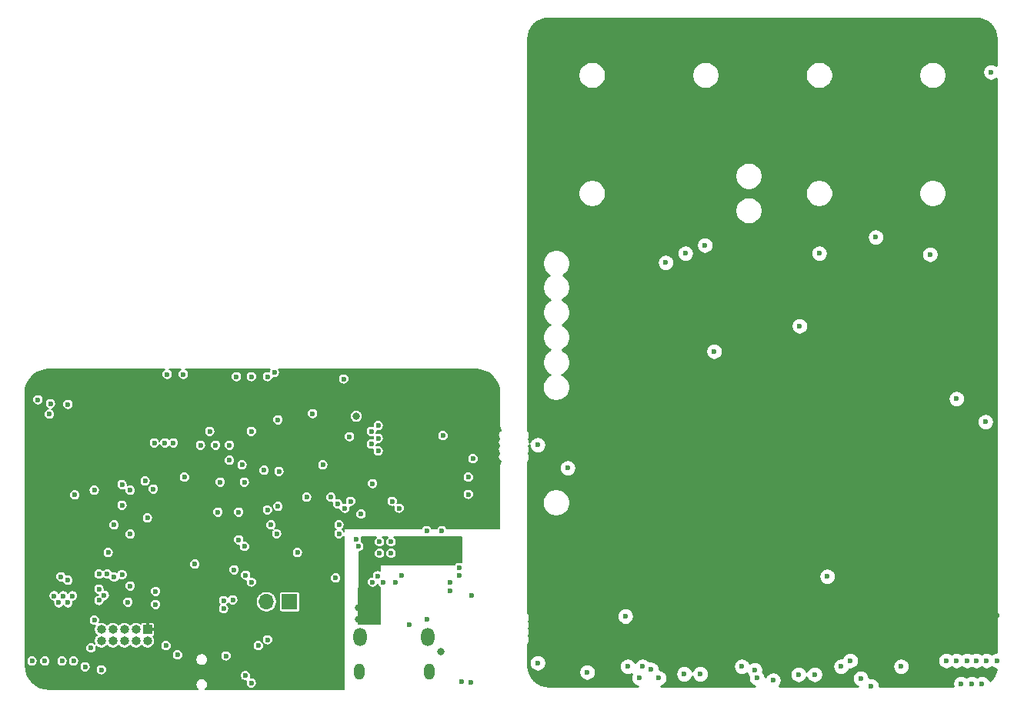
<source format=gbr>
G04 #@! TF.GenerationSoftware,KiCad,Pcbnew,(5.1.5-0-10_14)*
G04 #@! TF.CreationDate,2020-11-25T20:38:56+01:00*
G04 #@! TF.ProjectId,fl-remote,666c2d72-656d-46f7-9465-2e6b69636164,rev?*
G04 #@! TF.SameCoordinates,Original*
G04 #@! TF.FileFunction,Copper,L3,Inr*
G04 #@! TF.FilePolarity,Positive*
%FSLAX46Y46*%
G04 Gerber Fmt 4.6, Leading zero omitted, Abs format (unit mm)*
G04 Created by KiCad (PCBNEW (5.1.5-0-10_14)) date 2020-11-25 20:38:56*
%MOMM*%
%LPD*%
G04 APERTURE LIST*
%ADD10O,1.150000X1.800000*%
%ADD11O,1.450000X2.000000*%
%ADD12O,1.000000X1.000000*%
%ADD13R,1.000000X1.000000*%
%ADD14O,1.700000X1.700000*%
%ADD15R,1.700000X1.700000*%
%ADD16C,0.600000*%
%ADD17C,0.800000*%
%ADD18C,0.254000*%
%ADD19C,0.200000*%
G04 APERTURE END LIST*
D10*
X108375000Y-127632000D03*
X100625000Y-127632000D03*
D11*
X108225000Y-123832000D03*
X100775000Y-123832000D03*
D12*
X72272000Y-124285000D03*
X72272000Y-123015000D03*
X73542000Y-124285000D03*
X73542000Y-123015000D03*
X74812000Y-124285000D03*
X74812000Y-123015000D03*
X76082000Y-124285000D03*
X76082000Y-123015000D03*
X77352000Y-124285000D03*
D13*
X77352000Y-123015000D03*
D14*
X90433000Y-119967000D03*
D15*
X92973000Y-119967000D03*
D16*
X72009000Y-118574000D03*
X66040000Y-126492000D03*
X64643000Y-126492000D03*
X69215000Y-126492000D03*
X67945000Y-126492000D03*
X102879000Y-113363000D03*
X104149000Y-113363000D03*
X104149000Y-114633000D03*
X102879000Y-114633000D03*
X99577000Y-101806000D03*
X95513000Y-99266000D03*
X90560000Y-95202000D03*
X88782000Y-95202000D03*
X87131000Y-95202000D03*
X79511000Y-94948000D03*
X98942000Y-95456000D03*
X81289000Y-94948000D03*
X72018000Y-116919000D03*
X72907000Y-116919000D03*
X80654000Y-125809000D03*
X85988000Y-125936000D03*
X106181000Y-122507000D03*
X108086000Y-121872000D03*
X102117000Y-117808000D03*
X102664000Y-117121997D03*
X100847000Y-110315004D03*
X113166000Y-104219000D03*
X109864000Y-101679000D03*
X65287000Y-97742000D03*
X68589000Y-98250000D03*
X78232000Y-120269000D03*
X86868000Y-116459000D03*
X86741000Y-119761000D03*
X85725000Y-120729000D03*
X85725000Y-119840000D03*
X86360000Y-104394000D03*
X86360000Y-102743000D03*
X84836000Y-102743000D03*
X83185000Y-102743000D03*
X102743000Y-100584000D03*
X102743000Y-101981000D03*
X102743000Y-103378000D03*
X101981000Y-102616000D03*
X101981000Y-101219000D03*
X91821000Y-105626000D03*
X98425000Y-112490814D03*
X98425000Y-111506000D03*
X98298000Y-109220000D03*
X109728000Y-112141000D03*
X108077000Y-112141000D03*
X111633000Y-116205000D03*
X111633000Y-117094000D03*
X110617000Y-117856000D03*
X110617000Y-118745000D03*
X94869000Y-108458000D03*
X97536000Y-108458000D03*
X78232000Y-118837010D03*
X80400000Y-121364000D03*
X81289000Y-121364000D03*
X83067000Y-121364000D03*
X82178000Y-121364000D03*
X78105000Y-97409000D03*
X77089000Y-97409000D03*
X77089000Y-98425000D03*
X78105000Y-98425000D03*
X76073000Y-97409000D03*
X76073000Y-98425000D03*
X107188000Y-109855000D03*
X107188000Y-106876000D03*
X107188000Y-111633000D03*
X91313000Y-115196000D03*
X95923003Y-114496000D03*
X95885000Y-108839000D03*
X93472000Y-105626000D03*
X84836000Y-121920000D03*
X86487000Y-121920000D03*
D17*
X77089000Y-120904000D03*
D16*
X66929000Y-122809000D03*
X65913000Y-122809000D03*
X67085000Y-119324000D03*
X68085000Y-119324000D03*
X69085000Y-119324000D03*
X68585000Y-120074000D03*
X67585000Y-120074000D03*
D17*
X109609999Y-125428000D03*
X100330000Y-99568000D03*
X111506000Y-114808000D03*
X111506000Y-113792000D03*
X100584000Y-121920000D03*
X100584000Y-120650000D03*
D16*
X84201000Y-101219000D03*
X88782990Y-101219000D03*
X170189000Y-61674000D03*
X163457994Y-81740000D03*
X157489000Y-79835000D03*
X151266000Y-81613000D03*
X138693000Y-80724000D03*
X136534000Y-81613000D03*
X134375000Y-82629000D03*
X149107000Y-89614000D03*
X139709000Y-92408000D03*
X152155000Y-117173000D03*
X102108000Y-106968990D03*
X98044000Y-117348000D03*
X105283000Y-117094000D03*
X96647000Y-104902000D03*
X87757000Y-104902000D03*
X144405558Y-128358990D03*
X132745295Y-127417795D03*
X125739000Y-127714000D03*
X160283000Y-127079000D03*
X155829000Y-128397000D03*
X156981000Y-129238000D03*
X120278000Y-126698000D03*
X133613000Y-128358990D03*
X131454000Y-128349000D03*
X146186000Y-128603000D03*
X153679000Y-127079000D03*
X154695000Y-126444000D03*
X166379000Y-126444000D03*
X165236000Y-126444000D03*
X167522000Y-126444000D03*
X168538000Y-126444000D03*
X170824000Y-126444000D03*
X169681000Y-126444000D03*
X166887000Y-128984000D03*
X168030000Y-128984000D03*
X169173000Y-128984000D03*
X166379000Y-97615000D03*
X169554000Y-100155000D03*
X150758000Y-127968000D03*
X148980000Y-127968000D03*
X136407000Y-127908979D03*
X138185000Y-127908979D03*
X120278000Y-102695000D03*
X123580000Y-105235000D03*
X142757004Y-127079000D03*
X129930000Y-121554500D03*
X131835000Y-127079000D03*
X130184004Y-127079000D03*
X144154000Y-127460000D03*
X169681000Y-121491000D03*
X170824000Y-121491000D03*
X168538000Y-121491000D03*
X166379000Y-119078000D03*
X165236000Y-119078000D03*
X167522000Y-119078000D03*
X167522000Y-121491000D03*
X166379000Y-121491000D03*
X165236000Y-121491000D03*
X139709000Y-126952000D03*
X152282000Y-126190000D03*
X156092000Y-125047000D03*
X162823000Y-125809000D03*
X105038000Y-109679994D03*
X99069000Y-109680000D03*
X104276000Y-108918010D03*
X99704000Y-108918000D03*
X79384000Y-124793000D03*
X89544000Y-124793000D03*
X67818000Y-117221000D03*
X70485000Y-127127000D03*
X112912000Y-128857000D03*
X74558000Y-116988989D03*
X88147004Y-117046000D03*
X88119873Y-128090479D03*
X74548990Y-109347000D03*
X90560000Y-124158000D03*
X75438000Y-118237000D03*
X111896000Y-128730000D03*
X88782000Y-117808000D03*
X88773004Y-128905000D03*
X73669000Y-117255990D03*
X73659998Y-111506000D03*
X100593000Y-113871000D03*
X88020000Y-113871000D03*
X85344000Y-106807000D03*
X88011000Y-106807000D03*
X91694000Y-99949000D03*
X66548000Y-99314000D03*
X91313000Y-94742000D03*
X66675000Y-98171000D03*
X103251000Y-117856000D03*
X104648000Y-117856000D03*
X100329000Y-113115814D03*
X87376000Y-110109000D03*
X85090000Y-110109000D03*
X87382902Y-113156020D03*
X112658000Y-108156000D03*
X77978000Y-107569000D03*
X112658000Y-106251000D03*
X81416000Y-106251000D03*
X72272000Y-127460000D03*
X71129000Y-125047000D03*
X71510000Y-121999000D03*
X75438000Y-107696000D03*
X71494010Y-107696000D03*
X72009000Y-119824000D03*
X72585000Y-119253000D03*
X78105000Y-102489006D03*
X91567000Y-112490814D03*
X68580000Y-117602000D03*
X75184000Y-120015000D03*
X113030000Y-119253000D03*
X82550000Y-115824000D03*
X73025000Y-114554000D03*
X93853000Y-114554006D03*
X91694000Y-109474000D03*
X69342000Y-108204002D03*
X79248000Y-102489000D03*
X80175013Y-102489000D03*
X90932000Y-111506000D03*
X77343000Y-110744000D03*
X77089000Y-106680000D03*
X90170000Y-105502000D03*
X90553979Y-109867071D03*
X75438000Y-112522000D03*
X74549000Y-107061000D03*
D18*
G36*
X168939255Y-55781594D02*
G01*
X169361781Y-55909162D01*
X169751482Y-56116369D01*
X170093513Y-56395324D01*
X170374849Y-56735399D01*
X170584771Y-57123644D01*
X170715285Y-57545265D01*
X170765001Y-58018283D01*
X170765001Y-60934356D01*
X170631889Y-60845414D01*
X170461729Y-60774932D01*
X170281089Y-60739000D01*
X170096911Y-60739000D01*
X169916271Y-60774932D01*
X169746111Y-60845414D01*
X169592972Y-60947738D01*
X169462738Y-61077972D01*
X169360414Y-61231111D01*
X169289932Y-61401271D01*
X169254000Y-61581911D01*
X169254000Y-61766089D01*
X169289932Y-61946729D01*
X169360414Y-62116889D01*
X169462738Y-62270028D01*
X169592972Y-62400262D01*
X169746111Y-62502586D01*
X169916271Y-62573068D01*
X170096911Y-62609000D01*
X170281089Y-62609000D01*
X170461729Y-62573068D01*
X170631889Y-62502586D01*
X170765001Y-62413644D01*
X170765000Y-125509000D01*
X170731911Y-125509000D01*
X170551271Y-125544932D01*
X170381111Y-125615414D01*
X170252500Y-125701349D01*
X170123889Y-125615414D01*
X169953729Y-125544932D01*
X169773089Y-125509000D01*
X169588911Y-125509000D01*
X169408271Y-125544932D01*
X169238111Y-125615414D01*
X169109500Y-125701349D01*
X168980889Y-125615414D01*
X168810729Y-125544932D01*
X168630089Y-125509000D01*
X168445911Y-125509000D01*
X168265271Y-125544932D01*
X168095111Y-125615414D01*
X168030000Y-125658920D01*
X167964889Y-125615414D01*
X167794729Y-125544932D01*
X167614089Y-125509000D01*
X167429911Y-125509000D01*
X167249271Y-125544932D01*
X167079111Y-125615414D01*
X166950500Y-125701349D01*
X166821889Y-125615414D01*
X166651729Y-125544932D01*
X166471089Y-125509000D01*
X166286911Y-125509000D01*
X166106271Y-125544932D01*
X165936111Y-125615414D01*
X165807500Y-125701349D01*
X165678889Y-125615414D01*
X165508729Y-125544932D01*
X165328089Y-125509000D01*
X165143911Y-125509000D01*
X164963271Y-125544932D01*
X164793111Y-125615414D01*
X164639972Y-125717738D01*
X164509738Y-125847972D01*
X164407414Y-126001111D01*
X164336932Y-126171271D01*
X164301000Y-126351911D01*
X164301000Y-126536089D01*
X164336932Y-126716729D01*
X164407414Y-126886889D01*
X164509738Y-127040028D01*
X164639972Y-127170262D01*
X164793111Y-127272586D01*
X164963271Y-127343068D01*
X165143911Y-127379000D01*
X165328089Y-127379000D01*
X165508729Y-127343068D01*
X165678889Y-127272586D01*
X165807500Y-127186651D01*
X165936111Y-127272586D01*
X166106271Y-127343068D01*
X166286911Y-127379000D01*
X166471089Y-127379000D01*
X166651729Y-127343068D01*
X166821889Y-127272586D01*
X166950500Y-127186651D01*
X167079111Y-127272586D01*
X167249271Y-127343068D01*
X167429911Y-127379000D01*
X167614089Y-127379000D01*
X167794729Y-127343068D01*
X167964889Y-127272586D01*
X168030000Y-127229080D01*
X168095111Y-127272586D01*
X168265271Y-127343068D01*
X168445911Y-127379000D01*
X168630089Y-127379000D01*
X168810729Y-127343068D01*
X168980889Y-127272586D01*
X169109500Y-127186651D01*
X169238111Y-127272586D01*
X169408271Y-127343068D01*
X169588911Y-127379000D01*
X169773089Y-127379000D01*
X169953729Y-127343068D01*
X170123889Y-127272586D01*
X170252500Y-127186651D01*
X170381111Y-127272586D01*
X170551271Y-127343068D01*
X170724459Y-127377518D01*
X170718406Y-127439255D01*
X170590838Y-127861781D01*
X170383631Y-128251482D01*
X170104676Y-128593513D01*
X170044062Y-128643658D01*
X170001586Y-128541111D01*
X169899262Y-128387972D01*
X169769028Y-128257738D01*
X169615889Y-128155414D01*
X169445729Y-128084932D01*
X169265089Y-128049000D01*
X169080911Y-128049000D01*
X168900271Y-128084932D01*
X168730111Y-128155414D01*
X168601500Y-128241349D01*
X168472889Y-128155414D01*
X168302729Y-128084932D01*
X168122089Y-128049000D01*
X167937911Y-128049000D01*
X167757271Y-128084932D01*
X167587111Y-128155414D01*
X167458500Y-128241349D01*
X167329889Y-128155414D01*
X167159729Y-128084932D01*
X166979089Y-128049000D01*
X166794911Y-128049000D01*
X166614271Y-128084932D01*
X166444111Y-128155414D01*
X166290972Y-128257738D01*
X166160738Y-128387972D01*
X166058414Y-128541111D01*
X165987932Y-128711271D01*
X165952000Y-128891911D01*
X165952000Y-129076089D01*
X165987932Y-129256729D01*
X165991358Y-129265000D01*
X157916000Y-129265000D01*
X157916000Y-129145911D01*
X157880068Y-128965271D01*
X157809586Y-128795111D01*
X157707262Y-128641972D01*
X157577028Y-128511738D01*
X157423889Y-128409414D01*
X157253729Y-128338932D01*
X157073089Y-128303000D01*
X156888911Y-128303000D01*
X156764000Y-128327847D01*
X156764000Y-128304911D01*
X156728068Y-128124271D01*
X156657586Y-127954111D01*
X156555262Y-127800972D01*
X156425028Y-127670738D01*
X156271889Y-127568414D01*
X156101729Y-127497932D01*
X155921089Y-127462000D01*
X155736911Y-127462000D01*
X155556271Y-127497932D01*
X155386111Y-127568414D01*
X155232972Y-127670738D01*
X155102738Y-127800972D01*
X155000414Y-127954111D01*
X154929932Y-128124271D01*
X154894000Y-128304911D01*
X154894000Y-128489089D01*
X154929932Y-128669729D01*
X155000414Y-128839889D01*
X155102738Y-128993028D01*
X155232972Y-129123262D01*
X155386111Y-129225586D01*
X155481266Y-129265000D01*
X146846290Y-129265000D01*
X146912262Y-129199028D01*
X147014586Y-129045889D01*
X147085068Y-128875729D01*
X147121000Y-128695089D01*
X147121000Y-128510911D01*
X147085068Y-128330271D01*
X147014586Y-128160111D01*
X146912262Y-128006972D01*
X146782028Y-127876738D01*
X146780791Y-127875911D01*
X148045000Y-127875911D01*
X148045000Y-128060089D01*
X148080932Y-128240729D01*
X148151414Y-128410889D01*
X148253738Y-128564028D01*
X148383972Y-128694262D01*
X148537111Y-128796586D01*
X148707271Y-128867068D01*
X148887911Y-128903000D01*
X149072089Y-128903000D01*
X149252729Y-128867068D01*
X149422889Y-128796586D01*
X149576028Y-128694262D01*
X149706262Y-128564028D01*
X149808586Y-128410889D01*
X149869000Y-128265036D01*
X149929414Y-128410889D01*
X150031738Y-128564028D01*
X150161972Y-128694262D01*
X150315111Y-128796586D01*
X150485271Y-128867068D01*
X150665911Y-128903000D01*
X150850089Y-128903000D01*
X151030729Y-128867068D01*
X151200889Y-128796586D01*
X151354028Y-128694262D01*
X151484262Y-128564028D01*
X151586586Y-128410889D01*
X151657068Y-128240729D01*
X151693000Y-128060089D01*
X151693000Y-127875911D01*
X151657068Y-127695271D01*
X151586586Y-127525111D01*
X151484262Y-127371972D01*
X151354028Y-127241738D01*
X151200889Y-127139414D01*
X151030729Y-127068932D01*
X150850089Y-127033000D01*
X150665911Y-127033000D01*
X150485271Y-127068932D01*
X150315111Y-127139414D01*
X150161972Y-127241738D01*
X150031738Y-127371972D01*
X149929414Y-127525111D01*
X149869000Y-127670964D01*
X149808586Y-127525111D01*
X149706262Y-127371972D01*
X149576028Y-127241738D01*
X149422889Y-127139414D01*
X149252729Y-127068932D01*
X149072089Y-127033000D01*
X148887911Y-127033000D01*
X148707271Y-127068932D01*
X148537111Y-127139414D01*
X148383972Y-127241738D01*
X148253738Y-127371972D01*
X148151414Y-127525111D01*
X148080932Y-127695271D01*
X148045000Y-127875911D01*
X146780791Y-127875911D01*
X146628889Y-127774414D01*
X146458729Y-127703932D01*
X146278089Y-127668000D01*
X146093911Y-127668000D01*
X145913271Y-127703932D01*
X145743111Y-127774414D01*
X145589972Y-127876738D01*
X145459738Y-128006972D01*
X145357414Y-128160111D01*
X145331676Y-128222249D01*
X145304626Y-128086261D01*
X145234144Y-127916101D01*
X145131820Y-127762962D01*
X145061118Y-127692260D01*
X145089000Y-127552089D01*
X145089000Y-127367911D01*
X145053068Y-127187271D01*
X144982586Y-127017111D01*
X144962408Y-126986911D01*
X152744000Y-126986911D01*
X152744000Y-127171089D01*
X152779932Y-127351729D01*
X152850414Y-127521889D01*
X152952738Y-127675028D01*
X153082972Y-127805262D01*
X153236111Y-127907586D01*
X153406271Y-127978068D01*
X153586911Y-128014000D01*
X153771089Y-128014000D01*
X153951729Y-127978068D01*
X154121889Y-127907586D01*
X154275028Y-127805262D01*
X154405262Y-127675028D01*
X154507586Y-127521889D01*
X154569523Y-127372359D01*
X154602911Y-127379000D01*
X154787089Y-127379000D01*
X154967729Y-127343068D01*
X155137889Y-127272586D01*
X155291028Y-127170262D01*
X155421262Y-127040028D01*
X155456753Y-126986911D01*
X159348000Y-126986911D01*
X159348000Y-127171089D01*
X159383932Y-127351729D01*
X159454414Y-127521889D01*
X159556738Y-127675028D01*
X159686972Y-127805262D01*
X159840111Y-127907586D01*
X160010271Y-127978068D01*
X160190911Y-128014000D01*
X160375089Y-128014000D01*
X160555729Y-127978068D01*
X160725889Y-127907586D01*
X160879028Y-127805262D01*
X161009262Y-127675028D01*
X161111586Y-127521889D01*
X161182068Y-127351729D01*
X161218000Y-127171089D01*
X161218000Y-126986911D01*
X161182068Y-126806271D01*
X161111586Y-126636111D01*
X161009262Y-126482972D01*
X160879028Y-126352738D01*
X160725889Y-126250414D01*
X160555729Y-126179932D01*
X160375089Y-126144000D01*
X160190911Y-126144000D01*
X160010271Y-126179932D01*
X159840111Y-126250414D01*
X159686972Y-126352738D01*
X159556738Y-126482972D01*
X159454414Y-126636111D01*
X159383932Y-126806271D01*
X159348000Y-126986911D01*
X155456753Y-126986911D01*
X155523586Y-126886889D01*
X155594068Y-126716729D01*
X155630000Y-126536089D01*
X155630000Y-126351911D01*
X155594068Y-126171271D01*
X155523586Y-126001111D01*
X155421262Y-125847972D01*
X155291028Y-125717738D01*
X155137889Y-125615414D01*
X154967729Y-125544932D01*
X154787089Y-125509000D01*
X154602911Y-125509000D01*
X154422271Y-125544932D01*
X154252111Y-125615414D01*
X154098972Y-125717738D01*
X153968738Y-125847972D01*
X153866414Y-126001111D01*
X153804477Y-126150641D01*
X153771089Y-126144000D01*
X153586911Y-126144000D01*
X153406271Y-126179932D01*
X153236111Y-126250414D01*
X153082972Y-126352738D01*
X152952738Y-126482972D01*
X152850414Y-126636111D01*
X152779932Y-126806271D01*
X152744000Y-126986911D01*
X144962408Y-126986911D01*
X144880262Y-126863972D01*
X144750028Y-126733738D01*
X144596889Y-126631414D01*
X144426729Y-126560932D01*
X144246089Y-126525000D01*
X144061911Y-126525000D01*
X143881271Y-126560932D01*
X143711111Y-126631414D01*
X143611276Y-126698122D01*
X143585590Y-126636111D01*
X143483266Y-126482972D01*
X143353032Y-126352738D01*
X143199893Y-126250414D01*
X143029733Y-126179932D01*
X142849093Y-126144000D01*
X142664915Y-126144000D01*
X142484275Y-126179932D01*
X142314115Y-126250414D01*
X142160976Y-126352738D01*
X142030742Y-126482972D01*
X141928418Y-126636111D01*
X141857936Y-126806271D01*
X141822004Y-126986911D01*
X141822004Y-127171089D01*
X141857936Y-127351729D01*
X141928418Y-127521889D01*
X142030742Y-127675028D01*
X142160976Y-127805262D01*
X142314115Y-127907586D01*
X142484275Y-127978068D01*
X142664915Y-128014000D01*
X142849093Y-128014000D01*
X143029733Y-127978068D01*
X143199893Y-127907586D01*
X143299728Y-127840878D01*
X143325414Y-127902889D01*
X143427738Y-128056028D01*
X143498440Y-128126730D01*
X143470558Y-128266901D01*
X143470558Y-128451079D01*
X143506490Y-128631719D01*
X143576972Y-128801879D01*
X143679296Y-128955018D01*
X143809530Y-129085252D01*
X143962669Y-129187576D01*
X144132829Y-129258058D01*
X144167728Y-129265000D01*
X133850830Y-129265000D01*
X133885729Y-129258058D01*
X134055889Y-129187576D01*
X134209028Y-129085252D01*
X134339262Y-128955018D01*
X134441586Y-128801879D01*
X134512068Y-128631719D01*
X134548000Y-128451079D01*
X134548000Y-128266901D01*
X134512068Y-128086261D01*
X134441586Y-127916101D01*
X134375296Y-127816890D01*
X135472000Y-127816890D01*
X135472000Y-128001068D01*
X135507932Y-128181708D01*
X135578414Y-128351868D01*
X135680738Y-128505007D01*
X135810972Y-128635241D01*
X135964111Y-128737565D01*
X136134271Y-128808047D01*
X136314911Y-128843979D01*
X136499089Y-128843979D01*
X136679729Y-128808047D01*
X136849889Y-128737565D01*
X137003028Y-128635241D01*
X137133262Y-128505007D01*
X137235586Y-128351868D01*
X137296000Y-128206015D01*
X137356414Y-128351868D01*
X137458738Y-128505007D01*
X137588972Y-128635241D01*
X137742111Y-128737565D01*
X137912271Y-128808047D01*
X138092911Y-128843979D01*
X138277089Y-128843979D01*
X138457729Y-128808047D01*
X138627889Y-128737565D01*
X138781028Y-128635241D01*
X138911262Y-128505007D01*
X139013586Y-128351868D01*
X139084068Y-128181708D01*
X139120000Y-128001068D01*
X139120000Y-127816890D01*
X139084068Y-127636250D01*
X139013586Y-127466090D01*
X138911262Y-127312951D01*
X138781028Y-127182717D01*
X138627889Y-127080393D01*
X138457729Y-127009911D01*
X138277089Y-126973979D01*
X138092911Y-126973979D01*
X137912271Y-127009911D01*
X137742111Y-127080393D01*
X137588972Y-127182717D01*
X137458738Y-127312951D01*
X137356414Y-127466090D01*
X137296000Y-127611943D01*
X137235586Y-127466090D01*
X137133262Y-127312951D01*
X137003028Y-127182717D01*
X136849889Y-127080393D01*
X136679729Y-127009911D01*
X136499089Y-126973979D01*
X136314911Y-126973979D01*
X136134271Y-127009911D01*
X135964111Y-127080393D01*
X135810972Y-127182717D01*
X135680738Y-127312951D01*
X135578414Y-127466090D01*
X135507932Y-127636250D01*
X135472000Y-127816890D01*
X134375296Y-127816890D01*
X134339262Y-127762962D01*
X134209028Y-127632728D01*
X134055889Y-127530404D01*
X133885729Y-127459922D01*
X133705089Y-127423990D01*
X133680295Y-127423990D01*
X133680295Y-127325706D01*
X133644363Y-127145066D01*
X133573881Y-126974906D01*
X133471557Y-126821767D01*
X133341323Y-126691533D01*
X133188184Y-126589209D01*
X133018024Y-126518727D01*
X132837384Y-126482795D01*
X132653206Y-126482795D01*
X132571944Y-126498959D01*
X132561262Y-126482972D01*
X132431028Y-126352738D01*
X132277889Y-126250414D01*
X132107729Y-126179932D01*
X131927089Y-126144000D01*
X131742911Y-126144000D01*
X131562271Y-126179932D01*
X131392111Y-126250414D01*
X131238972Y-126352738D01*
X131108738Y-126482972D01*
X131009502Y-126631489D01*
X130910266Y-126482972D01*
X130780032Y-126352738D01*
X130626893Y-126250414D01*
X130456733Y-126179932D01*
X130276093Y-126144000D01*
X130091915Y-126144000D01*
X129911275Y-126179932D01*
X129741115Y-126250414D01*
X129587976Y-126352738D01*
X129457742Y-126482972D01*
X129355418Y-126636111D01*
X129284936Y-126806271D01*
X129249004Y-126986911D01*
X129249004Y-127171089D01*
X129284936Y-127351729D01*
X129355418Y-127521889D01*
X129457742Y-127675028D01*
X129587976Y-127805262D01*
X129741115Y-127907586D01*
X129911275Y-127978068D01*
X130091915Y-128014000D01*
X130276093Y-128014000D01*
X130456733Y-127978068D01*
X130624370Y-127908631D01*
X130554932Y-128076271D01*
X130519000Y-128256911D01*
X130519000Y-128441089D01*
X130554932Y-128621729D01*
X130625414Y-128791889D01*
X130727738Y-128945028D01*
X130857972Y-129075262D01*
X131011111Y-129177586D01*
X131181271Y-129248068D01*
X131266393Y-129265000D01*
X121535947Y-129265000D01*
X121060745Y-129218406D01*
X120638219Y-129090838D01*
X120248518Y-128883631D01*
X119906487Y-128604676D01*
X119625151Y-128264601D01*
X119415229Y-127876356D01*
X119284715Y-127454737D01*
X119235000Y-126981726D01*
X119235000Y-126605911D01*
X119343000Y-126605911D01*
X119343000Y-126790089D01*
X119378932Y-126970729D01*
X119449414Y-127140889D01*
X119551738Y-127294028D01*
X119681972Y-127424262D01*
X119835111Y-127526586D01*
X120005271Y-127597068D01*
X120185911Y-127633000D01*
X120370089Y-127633000D01*
X120425836Y-127621911D01*
X124804000Y-127621911D01*
X124804000Y-127806089D01*
X124839932Y-127986729D01*
X124910414Y-128156889D01*
X125012738Y-128310028D01*
X125142972Y-128440262D01*
X125296111Y-128542586D01*
X125466271Y-128613068D01*
X125646911Y-128649000D01*
X125831089Y-128649000D01*
X126011729Y-128613068D01*
X126181889Y-128542586D01*
X126335028Y-128440262D01*
X126465262Y-128310028D01*
X126567586Y-128156889D01*
X126638068Y-127986729D01*
X126674000Y-127806089D01*
X126674000Y-127621911D01*
X126638068Y-127441271D01*
X126567586Y-127271111D01*
X126465262Y-127117972D01*
X126335028Y-126987738D01*
X126181889Y-126885414D01*
X126011729Y-126814932D01*
X125831089Y-126779000D01*
X125646911Y-126779000D01*
X125466271Y-126814932D01*
X125296111Y-126885414D01*
X125142972Y-126987738D01*
X125012738Y-127117972D01*
X124910414Y-127271111D01*
X124839932Y-127441271D01*
X124804000Y-127621911D01*
X120425836Y-127621911D01*
X120550729Y-127597068D01*
X120720889Y-127526586D01*
X120874028Y-127424262D01*
X121004262Y-127294028D01*
X121106586Y-127140889D01*
X121177068Y-126970729D01*
X121213000Y-126790089D01*
X121213000Y-126605911D01*
X121177068Y-126425271D01*
X121106586Y-126255111D01*
X121004262Y-126101972D01*
X120874028Y-125971738D01*
X120720889Y-125869414D01*
X120550729Y-125798932D01*
X120370089Y-125763000D01*
X120185911Y-125763000D01*
X120005271Y-125798932D01*
X119835111Y-125869414D01*
X119681972Y-125971738D01*
X119551738Y-126101972D01*
X119449414Y-126255111D01*
X119378932Y-126425271D01*
X119343000Y-126605911D01*
X119235000Y-126605911D01*
X119235000Y-125063895D01*
X119231395Y-125027292D01*
X119231395Y-125014314D01*
X119230322Y-125004108D01*
X119208567Y-124810158D01*
X119194714Y-124744982D01*
X119181777Y-124679647D01*
X119178742Y-124669844D01*
X119176573Y-124663006D01*
X119187424Y-124652155D01*
X119284277Y-124507205D01*
X119350990Y-124346145D01*
X119385000Y-124175165D01*
X119385000Y-124000835D01*
X119350990Y-123829855D01*
X119292232Y-123688000D01*
X119350990Y-123546145D01*
X119385000Y-123375165D01*
X119385000Y-123200835D01*
X119350990Y-123029855D01*
X119292232Y-122888000D01*
X119350990Y-122746145D01*
X119385000Y-122575165D01*
X119385000Y-122400835D01*
X119350990Y-122229855D01*
X119292232Y-122088000D01*
X119350990Y-121946145D01*
X119385000Y-121775165D01*
X119385000Y-121600835D01*
X119357466Y-121462411D01*
X128995000Y-121462411D01*
X128995000Y-121646589D01*
X129030932Y-121827229D01*
X129101414Y-121997389D01*
X129203738Y-122150528D01*
X129333972Y-122280762D01*
X129487111Y-122383086D01*
X129657271Y-122453568D01*
X129837911Y-122489500D01*
X130022089Y-122489500D01*
X130202729Y-122453568D01*
X130372889Y-122383086D01*
X130526028Y-122280762D01*
X130656262Y-122150528D01*
X130758586Y-121997389D01*
X130829068Y-121827229D01*
X130865000Y-121646589D01*
X130865000Y-121462411D01*
X130829068Y-121281771D01*
X130758586Y-121111611D01*
X130656262Y-120958472D01*
X130526028Y-120828238D01*
X130372889Y-120725914D01*
X130202729Y-120655432D01*
X130022089Y-120619500D01*
X129837911Y-120619500D01*
X129657271Y-120655432D01*
X129487111Y-120725914D01*
X129333972Y-120828238D01*
X129203738Y-120958472D01*
X129101414Y-121111611D01*
X129030932Y-121281771D01*
X128995000Y-121462411D01*
X119357466Y-121462411D01*
X119350990Y-121429855D01*
X119284277Y-121268795D01*
X119187424Y-121123845D01*
X119181261Y-121117682D01*
X119184585Y-121106672D01*
X119197533Y-121041280D01*
X119211374Y-120976164D01*
X119212447Y-120965958D01*
X119231492Y-120771725D01*
X119231492Y-120771723D01*
X119235000Y-120736105D01*
X119235000Y-117080911D01*
X151220000Y-117080911D01*
X151220000Y-117265089D01*
X151255932Y-117445729D01*
X151326414Y-117615889D01*
X151428738Y-117769028D01*
X151558972Y-117899262D01*
X151712111Y-118001586D01*
X151882271Y-118072068D01*
X152062911Y-118108000D01*
X152247089Y-118108000D01*
X152427729Y-118072068D01*
X152597889Y-118001586D01*
X152751028Y-117899262D01*
X152881262Y-117769028D01*
X152983586Y-117615889D01*
X153054068Y-117445729D01*
X153090000Y-117265089D01*
X153090000Y-117080911D01*
X153054068Y-116900271D01*
X152983586Y-116730111D01*
X152881262Y-116576972D01*
X152751028Y-116446738D01*
X152597889Y-116344414D01*
X152427729Y-116273932D01*
X152247089Y-116238000D01*
X152062911Y-116238000D01*
X151882271Y-116273932D01*
X151712111Y-116344414D01*
X151558972Y-116446738D01*
X151428738Y-116576972D01*
X151326414Y-116730111D01*
X151255932Y-116900271D01*
X151220000Y-117080911D01*
X119235000Y-117080911D01*
X119235000Y-108895293D01*
X120780000Y-108895293D01*
X120780000Y-109194707D01*
X120838412Y-109488368D01*
X120952993Y-109764990D01*
X121119339Y-110013944D01*
X121331056Y-110225661D01*
X121580010Y-110392007D01*
X121856632Y-110506588D01*
X122150293Y-110565000D01*
X122449707Y-110565000D01*
X122743368Y-110506588D01*
X123019990Y-110392007D01*
X123268944Y-110225661D01*
X123480661Y-110013944D01*
X123647007Y-109764990D01*
X123761588Y-109488368D01*
X123820000Y-109194707D01*
X123820000Y-108895293D01*
X123761588Y-108601632D01*
X123647007Y-108325010D01*
X123480661Y-108076056D01*
X123268944Y-107864339D01*
X123019990Y-107697993D01*
X122743368Y-107583412D01*
X122449707Y-107525000D01*
X122150293Y-107525000D01*
X121856632Y-107583412D01*
X121580010Y-107697993D01*
X121331056Y-107864339D01*
X121119339Y-108076056D01*
X120952993Y-108325010D01*
X120838412Y-108601632D01*
X120780000Y-108895293D01*
X119235000Y-108895293D01*
X119235000Y-105142911D01*
X122645000Y-105142911D01*
X122645000Y-105327089D01*
X122680932Y-105507729D01*
X122751414Y-105677889D01*
X122853738Y-105831028D01*
X122983972Y-105961262D01*
X123137111Y-106063586D01*
X123307271Y-106134068D01*
X123487911Y-106170000D01*
X123672089Y-106170000D01*
X123852729Y-106134068D01*
X124022889Y-106063586D01*
X124176028Y-105961262D01*
X124306262Y-105831028D01*
X124408586Y-105677889D01*
X124479068Y-105507729D01*
X124515000Y-105327089D01*
X124515000Y-105142911D01*
X124479068Y-104962271D01*
X124408586Y-104792111D01*
X124306262Y-104638972D01*
X124176028Y-104508738D01*
X124022889Y-104406414D01*
X123852729Y-104335932D01*
X123672089Y-104300000D01*
X123487911Y-104300000D01*
X123307271Y-104335932D01*
X123137111Y-104406414D01*
X122983972Y-104508738D01*
X122853738Y-104638972D01*
X122751414Y-104792111D01*
X122680932Y-104962271D01*
X122645000Y-105142911D01*
X119235000Y-105142911D01*
X119235000Y-104963895D01*
X119231395Y-104927292D01*
X119231395Y-104914314D01*
X119230322Y-104904108D01*
X119208567Y-104710158D01*
X119194714Y-104644982D01*
X119183786Y-104589793D01*
X119187424Y-104586155D01*
X119284277Y-104441205D01*
X119350990Y-104280145D01*
X119385000Y-104109165D01*
X119385000Y-103934835D01*
X119350990Y-103763855D01*
X119292232Y-103622000D01*
X119350990Y-103480145D01*
X119385000Y-103309165D01*
X119385000Y-103134835D01*
X119350990Y-102963855D01*
X119292232Y-102822000D01*
X119343000Y-102699435D01*
X119343000Y-102787089D01*
X119378932Y-102967729D01*
X119449414Y-103137889D01*
X119551738Y-103291028D01*
X119681972Y-103421262D01*
X119835111Y-103523586D01*
X120005271Y-103594068D01*
X120185911Y-103630000D01*
X120370089Y-103630000D01*
X120550729Y-103594068D01*
X120720889Y-103523586D01*
X120874028Y-103421262D01*
X121004262Y-103291028D01*
X121106586Y-103137889D01*
X121177068Y-102967729D01*
X121213000Y-102787089D01*
X121213000Y-102602911D01*
X121177068Y-102422271D01*
X121106586Y-102252111D01*
X121004262Y-102098972D01*
X120874028Y-101968738D01*
X120720889Y-101866414D01*
X120550729Y-101795932D01*
X120370089Y-101760000D01*
X120185911Y-101760000D01*
X120005271Y-101795932D01*
X119835111Y-101866414D01*
X119681972Y-101968738D01*
X119551738Y-102098972D01*
X119449414Y-102252111D01*
X119385000Y-102407621D01*
X119385000Y-102334835D01*
X119350990Y-102163855D01*
X119292232Y-102022000D01*
X119350990Y-101880145D01*
X119385000Y-101709165D01*
X119385000Y-101534835D01*
X119350990Y-101363855D01*
X119284277Y-101202795D01*
X119187424Y-101057845D01*
X119173376Y-101043797D01*
X119184585Y-101006672D01*
X119197533Y-100941280D01*
X119211374Y-100876164D01*
X119212447Y-100865958D01*
X119231492Y-100671725D01*
X119231492Y-100671723D01*
X119235000Y-100636105D01*
X119235000Y-100062911D01*
X168619000Y-100062911D01*
X168619000Y-100247089D01*
X168654932Y-100427729D01*
X168725414Y-100597889D01*
X168827738Y-100751028D01*
X168957972Y-100881262D01*
X169111111Y-100983586D01*
X169281271Y-101054068D01*
X169461911Y-101090000D01*
X169646089Y-101090000D01*
X169826729Y-101054068D01*
X169996889Y-100983586D01*
X170150028Y-100881262D01*
X170280262Y-100751028D01*
X170382586Y-100597889D01*
X170453068Y-100427729D01*
X170489000Y-100247089D01*
X170489000Y-100062911D01*
X170453068Y-99882271D01*
X170382586Y-99712111D01*
X170280262Y-99558972D01*
X170150028Y-99428738D01*
X169996889Y-99326414D01*
X169826729Y-99255932D01*
X169646089Y-99220000D01*
X169461911Y-99220000D01*
X169281271Y-99255932D01*
X169111111Y-99326414D01*
X168957972Y-99428738D01*
X168827738Y-99558972D01*
X168725414Y-99712111D01*
X168654932Y-99882271D01*
X168619000Y-100062911D01*
X119235000Y-100062911D01*
X119235000Y-96200293D01*
X120780000Y-96200293D01*
X120780000Y-96499707D01*
X120838412Y-96793368D01*
X120952993Y-97069990D01*
X121119339Y-97318944D01*
X121331056Y-97530661D01*
X121580010Y-97697007D01*
X121856632Y-97811588D01*
X122150293Y-97870000D01*
X122449707Y-97870000D01*
X122743368Y-97811588D01*
X123019990Y-97697007D01*
X123268944Y-97530661D01*
X123276694Y-97522911D01*
X165444000Y-97522911D01*
X165444000Y-97707089D01*
X165479932Y-97887729D01*
X165550414Y-98057889D01*
X165652738Y-98211028D01*
X165782972Y-98341262D01*
X165936111Y-98443586D01*
X166106271Y-98514068D01*
X166286911Y-98550000D01*
X166471089Y-98550000D01*
X166651729Y-98514068D01*
X166821889Y-98443586D01*
X166975028Y-98341262D01*
X167105262Y-98211028D01*
X167207586Y-98057889D01*
X167278068Y-97887729D01*
X167314000Y-97707089D01*
X167314000Y-97522911D01*
X167278068Y-97342271D01*
X167207586Y-97172111D01*
X167105262Y-97018972D01*
X166975028Y-96888738D01*
X166821889Y-96786414D01*
X166651729Y-96715932D01*
X166471089Y-96680000D01*
X166286911Y-96680000D01*
X166106271Y-96715932D01*
X165936111Y-96786414D01*
X165782972Y-96888738D01*
X165652738Y-97018972D01*
X165550414Y-97172111D01*
X165479932Y-97342271D01*
X165444000Y-97522911D01*
X123276694Y-97522911D01*
X123480661Y-97318944D01*
X123647007Y-97069990D01*
X123761588Y-96793368D01*
X123820000Y-96499707D01*
X123820000Y-96200293D01*
X123761588Y-95906632D01*
X123647007Y-95630010D01*
X123480661Y-95381056D01*
X123268944Y-95169339D01*
X123019990Y-95002993D01*
X122961909Y-94978935D01*
X123038990Y-94947007D01*
X123287944Y-94780661D01*
X123499661Y-94568944D01*
X123666007Y-94319990D01*
X123780588Y-94043368D01*
X123839000Y-93749707D01*
X123839000Y-93450293D01*
X123780588Y-93156632D01*
X123666007Y-92880010D01*
X123499661Y-92631056D01*
X123287944Y-92419339D01*
X123133154Y-92315911D01*
X138774000Y-92315911D01*
X138774000Y-92500089D01*
X138809932Y-92680729D01*
X138880414Y-92850889D01*
X138982738Y-93004028D01*
X139112972Y-93134262D01*
X139266111Y-93236586D01*
X139436271Y-93307068D01*
X139616911Y-93343000D01*
X139801089Y-93343000D01*
X139981729Y-93307068D01*
X140151889Y-93236586D01*
X140305028Y-93134262D01*
X140435262Y-93004028D01*
X140537586Y-92850889D01*
X140608068Y-92680729D01*
X140644000Y-92500089D01*
X140644000Y-92315911D01*
X140608068Y-92135271D01*
X140537586Y-91965111D01*
X140435262Y-91811972D01*
X140305028Y-91681738D01*
X140151889Y-91579414D01*
X139981729Y-91508932D01*
X139801089Y-91473000D01*
X139616911Y-91473000D01*
X139436271Y-91508932D01*
X139266111Y-91579414D01*
X139112972Y-91681738D01*
X138982738Y-91811972D01*
X138880414Y-91965111D01*
X138809932Y-92135271D01*
X138774000Y-92315911D01*
X123133154Y-92315911D01*
X123038990Y-92252993D01*
X122971409Y-92225000D01*
X123038990Y-92197007D01*
X123287944Y-92030661D01*
X123499661Y-91818944D01*
X123666007Y-91569990D01*
X123780588Y-91293368D01*
X123839000Y-90999707D01*
X123839000Y-90700293D01*
X123780588Y-90406632D01*
X123666007Y-90130010D01*
X123499661Y-89881056D01*
X123287944Y-89669339D01*
X123067303Y-89521911D01*
X148172000Y-89521911D01*
X148172000Y-89706089D01*
X148207932Y-89886729D01*
X148278414Y-90056889D01*
X148380738Y-90210028D01*
X148510972Y-90340262D01*
X148664111Y-90442586D01*
X148834271Y-90513068D01*
X149014911Y-90549000D01*
X149199089Y-90549000D01*
X149379729Y-90513068D01*
X149549889Y-90442586D01*
X149703028Y-90340262D01*
X149833262Y-90210028D01*
X149935586Y-90056889D01*
X150006068Y-89886729D01*
X150042000Y-89706089D01*
X150042000Y-89521911D01*
X150006068Y-89341271D01*
X149935586Y-89171111D01*
X149833262Y-89017972D01*
X149703028Y-88887738D01*
X149549889Y-88785414D01*
X149379729Y-88714932D01*
X149199089Y-88679000D01*
X149014911Y-88679000D01*
X148834271Y-88714932D01*
X148664111Y-88785414D01*
X148510972Y-88887738D01*
X148380738Y-89017972D01*
X148278414Y-89171111D01*
X148207932Y-89341271D01*
X148172000Y-89521911D01*
X123067303Y-89521911D01*
X123038990Y-89502993D01*
X122971409Y-89475000D01*
X123038990Y-89447007D01*
X123287944Y-89280661D01*
X123499661Y-89068944D01*
X123666007Y-88819990D01*
X123780588Y-88543368D01*
X123839000Y-88249707D01*
X123839000Y-87950293D01*
X123780588Y-87656632D01*
X123666007Y-87380010D01*
X123499661Y-87131056D01*
X123287944Y-86919339D01*
X123038990Y-86752993D01*
X122971409Y-86725000D01*
X123038990Y-86697007D01*
X123287944Y-86530661D01*
X123499661Y-86318944D01*
X123666007Y-86069990D01*
X123780588Y-85793368D01*
X123839000Y-85499707D01*
X123839000Y-85200293D01*
X123780588Y-84906632D01*
X123666007Y-84630010D01*
X123499661Y-84381056D01*
X123287944Y-84169339D01*
X123080157Y-84030500D01*
X123287944Y-83891661D01*
X123499661Y-83679944D01*
X123666007Y-83430990D01*
X123780588Y-83154368D01*
X123839000Y-82860707D01*
X123839000Y-82561293D01*
X123834151Y-82536911D01*
X133440000Y-82536911D01*
X133440000Y-82721089D01*
X133475932Y-82901729D01*
X133546414Y-83071889D01*
X133648738Y-83225028D01*
X133778972Y-83355262D01*
X133932111Y-83457586D01*
X134102271Y-83528068D01*
X134282911Y-83564000D01*
X134467089Y-83564000D01*
X134647729Y-83528068D01*
X134817889Y-83457586D01*
X134971028Y-83355262D01*
X135101262Y-83225028D01*
X135203586Y-83071889D01*
X135274068Y-82901729D01*
X135310000Y-82721089D01*
X135310000Y-82536911D01*
X135274068Y-82356271D01*
X135203586Y-82186111D01*
X135101262Y-82032972D01*
X134971028Y-81902738D01*
X134817889Y-81800414D01*
X134647729Y-81729932D01*
X134467089Y-81694000D01*
X134282911Y-81694000D01*
X134102271Y-81729932D01*
X133932111Y-81800414D01*
X133778972Y-81902738D01*
X133648738Y-82032972D01*
X133546414Y-82186111D01*
X133475932Y-82356271D01*
X133440000Y-82536911D01*
X123834151Y-82536911D01*
X123780588Y-82267632D01*
X123666007Y-81991010D01*
X123499661Y-81742056D01*
X123287944Y-81530339D01*
X123273835Y-81520911D01*
X135599000Y-81520911D01*
X135599000Y-81705089D01*
X135634932Y-81885729D01*
X135705414Y-82055889D01*
X135807738Y-82209028D01*
X135937972Y-82339262D01*
X136091111Y-82441586D01*
X136261271Y-82512068D01*
X136441911Y-82548000D01*
X136626089Y-82548000D01*
X136806729Y-82512068D01*
X136976889Y-82441586D01*
X137130028Y-82339262D01*
X137260262Y-82209028D01*
X137362586Y-82055889D01*
X137433068Y-81885729D01*
X137469000Y-81705089D01*
X137469000Y-81520911D01*
X137433068Y-81340271D01*
X137362586Y-81170111D01*
X137260262Y-81016972D01*
X137130028Y-80886738D01*
X136976889Y-80784414D01*
X136806729Y-80713932D01*
X136626089Y-80678000D01*
X136441911Y-80678000D01*
X136261271Y-80713932D01*
X136091111Y-80784414D01*
X135937972Y-80886738D01*
X135807738Y-81016972D01*
X135705414Y-81170111D01*
X135634932Y-81340271D01*
X135599000Y-81520911D01*
X123273835Y-81520911D01*
X123038990Y-81363993D01*
X122762368Y-81249412D01*
X122468707Y-81191000D01*
X122169293Y-81191000D01*
X121875632Y-81249412D01*
X121599010Y-81363993D01*
X121350056Y-81530339D01*
X121138339Y-81742056D01*
X120971993Y-81991010D01*
X120857412Y-82267632D01*
X120799000Y-82561293D01*
X120799000Y-82860707D01*
X120857412Y-83154368D01*
X120971993Y-83430990D01*
X121138339Y-83679944D01*
X121350056Y-83891661D01*
X121557843Y-84030500D01*
X121350056Y-84169339D01*
X121138339Y-84381056D01*
X120971993Y-84630010D01*
X120857412Y-84906632D01*
X120799000Y-85200293D01*
X120799000Y-85499707D01*
X120857412Y-85793368D01*
X120971993Y-86069990D01*
X121138339Y-86318944D01*
X121350056Y-86530661D01*
X121599010Y-86697007D01*
X121666591Y-86725000D01*
X121599010Y-86752993D01*
X121350056Y-86919339D01*
X121138339Y-87131056D01*
X120971993Y-87380010D01*
X120857412Y-87656632D01*
X120799000Y-87950293D01*
X120799000Y-88249707D01*
X120857412Y-88543368D01*
X120971993Y-88819990D01*
X121138339Y-89068944D01*
X121350056Y-89280661D01*
X121599010Y-89447007D01*
X121666591Y-89475000D01*
X121599010Y-89502993D01*
X121350056Y-89669339D01*
X121138339Y-89881056D01*
X120971993Y-90130010D01*
X120857412Y-90406632D01*
X120799000Y-90700293D01*
X120799000Y-90999707D01*
X120857412Y-91293368D01*
X120971993Y-91569990D01*
X121138339Y-91818944D01*
X121350056Y-92030661D01*
X121599010Y-92197007D01*
X121666591Y-92225000D01*
X121599010Y-92252993D01*
X121350056Y-92419339D01*
X121138339Y-92631056D01*
X120971993Y-92880010D01*
X120857412Y-93156632D01*
X120799000Y-93450293D01*
X120799000Y-93749707D01*
X120857412Y-94043368D01*
X120971993Y-94319990D01*
X121138339Y-94568944D01*
X121350056Y-94780661D01*
X121599010Y-94947007D01*
X121657091Y-94971065D01*
X121580010Y-95002993D01*
X121331056Y-95169339D01*
X121119339Y-95381056D01*
X120952993Y-95630010D01*
X120838412Y-95906632D01*
X120780000Y-96200293D01*
X119235000Y-96200293D01*
X119235000Y-80631911D01*
X137758000Y-80631911D01*
X137758000Y-80816089D01*
X137793932Y-80996729D01*
X137864414Y-81166889D01*
X137966738Y-81320028D01*
X138096972Y-81450262D01*
X138250111Y-81552586D01*
X138420271Y-81623068D01*
X138600911Y-81659000D01*
X138785089Y-81659000D01*
X138965729Y-81623068D01*
X139135889Y-81552586D01*
X139183294Y-81520911D01*
X150331000Y-81520911D01*
X150331000Y-81705089D01*
X150366932Y-81885729D01*
X150437414Y-82055889D01*
X150539738Y-82209028D01*
X150669972Y-82339262D01*
X150823111Y-82441586D01*
X150993271Y-82512068D01*
X151173911Y-82548000D01*
X151358089Y-82548000D01*
X151538729Y-82512068D01*
X151708889Y-82441586D01*
X151862028Y-82339262D01*
X151992262Y-82209028D01*
X152094586Y-82055889D01*
X152165068Y-81885729D01*
X152201000Y-81705089D01*
X152201000Y-81647911D01*
X162522994Y-81647911D01*
X162522994Y-81832089D01*
X162558926Y-82012729D01*
X162629408Y-82182889D01*
X162731732Y-82336028D01*
X162861966Y-82466262D01*
X163015105Y-82568586D01*
X163185265Y-82639068D01*
X163365905Y-82675000D01*
X163550083Y-82675000D01*
X163730723Y-82639068D01*
X163900883Y-82568586D01*
X164054022Y-82466262D01*
X164184256Y-82336028D01*
X164286580Y-82182889D01*
X164357062Y-82012729D01*
X164392994Y-81832089D01*
X164392994Y-81647911D01*
X164357062Y-81467271D01*
X164286580Y-81297111D01*
X164184256Y-81143972D01*
X164054022Y-81013738D01*
X163900883Y-80911414D01*
X163730723Y-80840932D01*
X163550083Y-80805000D01*
X163365905Y-80805000D01*
X163185265Y-80840932D01*
X163015105Y-80911414D01*
X162861966Y-81013738D01*
X162731732Y-81143972D01*
X162629408Y-81297111D01*
X162558926Y-81467271D01*
X162522994Y-81647911D01*
X152201000Y-81647911D01*
X152201000Y-81520911D01*
X152165068Y-81340271D01*
X152094586Y-81170111D01*
X151992262Y-81016972D01*
X151862028Y-80886738D01*
X151708889Y-80784414D01*
X151538729Y-80713932D01*
X151358089Y-80678000D01*
X151173911Y-80678000D01*
X150993271Y-80713932D01*
X150823111Y-80784414D01*
X150669972Y-80886738D01*
X150539738Y-81016972D01*
X150437414Y-81170111D01*
X150366932Y-81340271D01*
X150331000Y-81520911D01*
X139183294Y-81520911D01*
X139289028Y-81450262D01*
X139419262Y-81320028D01*
X139521586Y-81166889D01*
X139592068Y-80996729D01*
X139628000Y-80816089D01*
X139628000Y-80631911D01*
X139592068Y-80451271D01*
X139521586Y-80281111D01*
X139419262Y-80127972D01*
X139289028Y-79997738D01*
X139135889Y-79895414D01*
X138965729Y-79824932D01*
X138785089Y-79789000D01*
X138600911Y-79789000D01*
X138420271Y-79824932D01*
X138250111Y-79895414D01*
X138096972Y-79997738D01*
X137966738Y-80127972D01*
X137864414Y-80281111D01*
X137793932Y-80451271D01*
X137758000Y-80631911D01*
X119235000Y-80631911D01*
X119235000Y-79742911D01*
X156554000Y-79742911D01*
X156554000Y-79927089D01*
X156589932Y-80107729D01*
X156660414Y-80277889D01*
X156762738Y-80431028D01*
X156892972Y-80561262D01*
X157046111Y-80663586D01*
X157216271Y-80734068D01*
X157396911Y-80770000D01*
X157581089Y-80770000D01*
X157761729Y-80734068D01*
X157931889Y-80663586D01*
X158085028Y-80561262D01*
X158215262Y-80431028D01*
X158317586Y-80277889D01*
X158388068Y-80107729D01*
X158424000Y-79927089D01*
X158424000Y-79742911D01*
X158388068Y-79562271D01*
X158317586Y-79392111D01*
X158215262Y-79238972D01*
X158085028Y-79108738D01*
X157931889Y-79006414D01*
X157761729Y-78935932D01*
X157581089Y-78900000D01*
X157396911Y-78900000D01*
X157216271Y-78935932D01*
X157046111Y-79006414D01*
X156892972Y-79108738D01*
X156762738Y-79238972D01*
X156660414Y-79392111D01*
X156589932Y-79562271D01*
X156554000Y-79742911D01*
X119235000Y-79742911D01*
X119235000Y-76750293D01*
X141980000Y-76750293D01*
X141980000Y-77049707D01*
X142038412Y-77343368D01*
X142152993Y-77619990D01*
X142319339Y-77868944D01*
X142531056Y-78080661D01*
X142780010Y-78247007D01*
X143056632Y-78361588D01*
X143350293Y-78420000D01*
X143649707Y-78420000D01*
X143943368Y-78361588D01*
X144219990Y-78247007D01*
X144468944Y-78080661D01*
X144680661Y-77868944D01*
X144847007Y-77619990D01*
X144961588Y-77343368D01*
X145020000Y-77049707D01*
X145020000Y-76750293D01*
X144961588Y-76456632D01*
X144847007Y-76180010D01*
X144680661Y-75931056D01*
X144468944Y-75719339D01*
X144219990Y-75552993D01*
X143943368Y-75438412D01*
X143649707Y-75380000D01*
X143350293Y-75380000D01*
X143056632Y-75438412D01*
X142780010Y-75552993D01*
X142531056Y-75719339D01*
X142319339Y-75931056D01*
X142152993Y-76180010D01*
X142038412Y-76456632D01*
X141980000Y-76750293D01*
X119235000Y-76750293D01*
X119235000Y-74850293D01*
X124730000Y-74850293D01*
X124730000Y-75149707D01*
X124788412Y-75443368D01*
X124902993Y-75719990D01*
X125069339Y-75968944D01*
X125281056Y-76180661D01*
X125530010Y-76347007D01*
X125806632Y-76461588D01*
X126100293Y-76520000D01*
X126399707Y-76520000D01*
X126693368Y-76461588D01*
X126969990Y-76347007D01*
X127218944Y-76180661D01*
X127430661Y-75968944D01*
X127597007Y-75719990D01*
X127711588Y-75443368D01*
X127770000Y-75149707D01*
X127770000Y-74850293D01*
X149730000Y-74850293D01*
X149730000Y-75149707D01*
X149788412Y-75443368D01*
X149902993Y-75719990D01*
X150069339Y-75968944D01*
X150281056Y-76180661D01*
X150530010Y-76347007D01*
X150806632Y-76461588D01*
X151100293Y-76520000D01*
X151399707Y-76520000D01*
X151693368Y-76461588D01*
X151969990Y-76347007D01*
X152218944Y-76180661D01*
X152430661Y-75968944D01*
X152597007Y-75719990D01*
X152711588Y-75443368D01*
X152770000Y-75149707D01*
X152770000Y-74850293D01*
X162230000Y-74850293D01*
X162230000Y-75149707D01*
X162288412Y-75443368D01*
X162402993Y-75719990D01*
X162569339Y-75968944D01*
X162781056Y-76180661D01*
X163030010Y-76347007D01*
X163306632Y-76461588D01*
X163600293Y-76520000D01*
X163899707Y-76520000D01*
X164193368Y-76461588D01*
X164469990Y-76347007D01*
X164718944Y-76180661D01*
X164930661Y-75968944D01*
X165097007Y-75719990D01*
X165211588Y-75443368D01*
X165270000Y-75149707D01*
X165270000Y-74850293D01*
X165211588Y-74556632D01*
X165097007Y-74280010D01*
X164930661Y-74031056D01*
X164718944Y-73819339D01*
X164469990Y-73652993D01*
X164193368Y-73538412D01*
X163899707Y-73480000D01*
X163600293Y-73480000D01*
X163306632Y-73538412D01*
X163030010Y-73652993D01*
X162781056Y-73819339D01*
X162569339Y-74031056D01*
X162402993Y-74280010D01*
X162288412Y-74556632D01*
X162230000Y-74850293D01*
X152770000Y-74850293D01*
X152711588Y-74556632D01*
X152597007Y-74280010D01*
X152430661Y-74031056D01*
X152218944Y-73819339D01*
X151969990Y-73652993D01*
X151693368Y-73538412D01*
X151399707Y-73480000D01*
X151100293Y-73480000D01*
X150806632Y-73538412D01*
X150530010Y-73652993D01*
X150281056Y-73819339D01*
X150069339Y-74031056D01*
X149902993Y-74280010D01*
X149788412Y-74556632D01*
X149730000Y-74850293D01*
X127770000Y-74850293D01*
X127711588Y-74556632D01*
X127597007Y-74280010D01*
X127430661Y-74031056D01*
X127218944Y-73819339D01*
X126969990Y-73652993D01*
X126693368Y-73538412D01*
X126399707Y-73480000D01*
X126100293Y-73480000D01*
X125806632Y-73538412D01*
X125530010Y-73652993D01*
X125281056Y-73819339D01*
X125069339Y-74031056D01*
X124902993Y-74280010D01*
X124788412Y-74556632D01*
X124730000Y-74850293D01*
X119235000Y-74850293D01*
X119235000Y-72950293D01*
X141980000Y-72950293D01*
X141980000Y-73249707D01*
X142038412Y-73543368D01*
X142152993Y-73819990D01*
X142319339Y-74068944D01*
X142531056Y-74280661D01*
X142780010Y-74447007D01*
X143056632Y-74561588D01*
X143350293Y-74620000D01*
X143649707Y-74620000D01*
X143943368Y-74561588D01*
X144219990Y-74447007D01*
X144468944Y-74280661D01*
X144680661Y-74068944D01*
X144847007Y-73819990D01*
X144961588Y-73543368D01*
X145020000Y-73249707D01*
X145020000Y-72950293D01*
X144961588Y-72656632D01*
X144847007Y-72380010D01*
X144680661Y-72131056D01*
X144468944Y-71919339D01*
X144219990Y-71752993D01*
X143943368Y-71638412D01*
X143649707Y-71580000D01*
X143350293Y-71580000D01*
X143056632Y-71638412D01*
X142780010Y-71752993D01*
X142531056Y-71919339D01*
X142319339Y-72131056D01*
X142152993Y-72380010D01*
X142038412Y-72656632D01*
X141980000Y-72950293D01*
X119235000Y-72950293D01*
X119235000Y-61850293D01*
X124730000Y-61850293D01*
X124730000Y-62149707D01*
X124788412Y-62443368D01*
X124902993Y-62719990D01*
X125069339Y-62968944D01*
X125281056Y-63180661D01*
X125530010Y-63347007D01*
X125806632Y-63461588D01*
X126100293Y-63520000D01*
X126399707Y-63520000D01*
X126693368Y-63461588D01*
X126969990Y-63347007D01*
X127218944Y-63180661D01*
X127430661Y-62968944D01*
X127597007Y-62719990D01*
X127711588Y-62443368D01*
X127770000Y-62149707D01*
X127770000Y-61850293D01*
X137230000Y-61850293D01*
X137230000Y-62149707D01*
X137288412Y-62443368D01*
X137402993Y-62719990D01*
X137569339Y-62968944D01*
X137781056Y-63180661D01*
X138030010Y-63347007D01*
X138306632Y-63461588D01*
X138600293Y-63520000D01*
X138899707Y-63520000D01*
X139193368Y-63461588D01*
X139469990Y-63347007D01*
X139718944Y-63180661D01*
X139930661Y-62968944D01*
X140097007Y-62719990D01*
X140211588Y-62443368D01*
X140270000Y-62149707D01*
X140270000Y-61850293D01*
X149730000Y-61850293D01*
X149730000Y-62149707D01*
X149788412Y-62443368D01*
X149902993Y-62719990D01*
X150069339Y-62968944D01*
X150281056Y-63180661D01*
X150530010Y-63347007D01*
X150806632Y-63461588D01*
X151100293Y-63520000D01*
X151399707Y-63520000D01*
X151693368Y-63461588D01*
X151969990Y-63347007D01*
X152218944Y-63180661D01*
X152430661Y-62968944D01*
X152597007Y-62719990D01*
X152711588Y-62443368D01*
X152770000Y-62149707D01*
X152770000Y-61850293D01*
X162230000Y-61850293D01*
X162230000Y-62149707D01*
X162288412Y-62443368D01*
X162402993Y-62719990D01*
X162569339Y-62968944D01*
X162781056Y-63180661D01*
X163030010Y-63347007D01*
X163306632Y-63461588D01*
X163600293Y-63520000D01*
X163899707Y-63520000D01*
X164193368Y-63461588D01*
X164469990Y-63347007D01*
X164718944Y-63180661D01*
X164930661Y-62968944D01*
X165097007Y-62719990D01*
X165211588Y-62443368D01*
X165270000Y-62149707D01*
X165270000Y-61850293D01*
X165211588Y-61556632D01*
X165097007Y-61280010D01*
X164930661Y-61031056D01*
X164718944Y-60819339D01*
X164469990Y-60652993D01*
X164193368Y-60538412D01*
X163899707Y-60480000D01*
X163600293Y-60480000D01*
X163306632Y-60538412D01*
X163030010Y-60652993D01*
X162781056Y-60819339D01*
X162569339Y-61031056D01*
X162402993Y-61280010D01*
X162288412Y-61556632D01*
X162230000Y-61850293D01*
X152770000Y-61850293D01*
X152711588Y-61556632D01*
X152597007Y-61280010D01*
X152430661Y-61031056D01*
X152218944Y-60819339D01*
X151969990Y-60652993D01*
X151693368Y-60538412D01*
X151399707Y-60480000D01*
X151100293Y-60480000D01*
X150806632Y-60538412D01*
X150530010Y-60652993D01*
X150281056Y-60819339D01*
X150069339Y-61031056D01*
X149902993Y-61280010D01*
X149788412Y-61556632D01*
X149730000Y-61850293D01*
X140270000Y-61850293D01*
X140211588Y-61556632D01*
X140097007Y-61280010D01*
X139930661Y-61031056D01*
X139718944Y-60819339D01*
X139469990Y-60652993D01*
X139193368Y-60538412D01*
X138899707Y-60480000D01*
X138600293Y-60480000D01*
X138306632Y-60538412D01*
X138030010Y-60652993D01*
X137781056Y-60819339D01*
X137569339Y-61031056D01*
X137402993Y-61280010D01*
X137288412Y-61556632D01*
X137230000Y-61850293D01*
X127770000Y-61850293D01*
X127711588Y-61556632D01*
X127597007Y-61280010D01*
X127430661Y-61031056D01*
X127218944Y-60819339D01*
X126969990Y-60652993D01*
X126693368Y-60538412D01*
X126399707Y-60480000D01*
X126100293Y-60480000D01*
X125806632Y-60538412D01*
X125530010Y-60652993D01*
X125281056Y-60819339D01*
X125069339Y-61031056D01*
X124902993Y-61280010D01*
X124788412Y-61556632D01*
X124730000Y-61850293D01*
X119235000Y-61850293D01*
X119235000Y-58035947D01*
X119281594Y-57560745D01*
X119409162Y-57138219D01*
X119616369Y-56748518D01*
X119895324Y-56406487D01*
X120235399Y-56125151D01*
X120623644Y-55915229D01*
X121045265Y-55784715D01*
X121518274Y-55735000D01*
X168464053Y-55735000D01*
X168939255Y-55781594D01*
G37*
X168939255Y-55781594D02*
X169361781Y-55909162D01*
X169751482Y-56116369D01*
X170093513Y-56395324D01*
X170374849Y-56735399D01*
X170584771Y-57123644D01*
X170715285Y-57545265D01*
X170765001Y-58018283D01*
X170765001Y-60934356D01*
X170631889Y-60845414D01*
X170461729Y-60774932D01*
X170281089Y-60739000D01*
X170096911Y-60739000D01*
X169916271Y-60774932D01*
X169746111Y-60845414D01*
X169592972Y-60947738D01*
X169462738Y-61077972D01*
X169360414Y-61231111D01*
X169289932Y-61401271D01*
X169254000Y-61581911D01*
X169254000Y-61766089D01*
X169289932Y-61946729D01*
X169360414Y-62116889D01*
X169462738Y-62270028D01*
X169592972Y-62400262D01*
X169746111Y-62502586D01*
X169916271Y-62573068D01*
X170096911Y-62609000D01*
X170281089Y-62609000D01*
X170461729Y-62573068D01*
X170631889Y-62502586D01*
X170765001Y-62413644D01*
X170765000Y-125509000D01*
X170731911Y-125509000D01*
X170551271Y-125544932D01*
X170381111Y-125615414D01*
X170252500Y-125701349D01*
X170123889Y-125615414D01*
X169953729Y-125544932D01*
X169773089Y-125509000D01*
X169588911Y-125509000D01*
X169408271Y-125544932D01*
X169238111Y-125615414D01*
X169109500Y-125701349D01*
X168980889Y-125615414D01*
X168810729Y-125544932D01*
X168630089Y-125509000D01*
X168445911Y-125509000D01*
X168265271Y-125544932D01*
X168095111Y-125615414D01*
X168030000Y-125658920D01*
X167964889Y-125615414D01*
X167794729Y-125544932D01*
X167614089Y-125509000D01*
X167429911Y-125509000D01*
X167249271Y-125544932D01*
X167079111Y-125615414D01*
X166950500Y-125701349D01*
X166821889Y-125615414D01*
X166651729Y-125544932D01*
X166471089Y-125509000D01*
X166286911Y-125509000D01*
X166106271Y-125544932D01*
X165936111Y-125615414D01*
X165807500Y-125701349D01*
X165678889Y-125615414D01*
X165508729Y-125544932D01*
X165328089Y-125509000D01*
X165143911Y-125509000D01*
X164963271Y-125544932D01*
X164793111Y-125615414D01*
X164639972Y-125717738D01*
X164509738Y-125847972D01*
X164407414Y-126001111D01*
X164336932Y-126171271D01*
X164301000Y-126351911D01*
X164301000Y-126536089D01*
X164336932Y-126716729D01*
X164407414Y-126886889D01*
X164509738Y-127040028D01*
X164639972Y-127170262D01*
X164793111Y-127272586D01*
X164963271Y-127343068D01*
X165143911Y-127379000D01*
X165328089Y-127379000D01*
X165508729Y-127343068D01*
X165678889Y-127272586D01*
X165807500Y-127186651D01*
X165936111Y-127272586D01*
X166106271Y-127343068D01*
X166286911Y-127379000D01*
X166471089Y-127379000D01*
X166651729Y-127343068D01*
X166821889Y-127272586D01*
X166950500Y-127186651D01*
X167079111Y-127272586D01*
X167249271Y-127343068D01*
X167429911Y-127379000D01*
X167614089Y-127379000D01*
X167794729Y-127343068D01*
X167964889Y-127272586D01*
X168030000Y-127229080D01*
X168095111Y-127272586D01*
X168265271Y-127343068D01*
X168445911Y-127379000D01*
X168630089Y-127379000D01*
X168810729Y-127343068D01*
X168980889Y-127272586D01*
X169109500Y-127186651D01*
X169238111Y-127272586D01*
X169408271Y-127343068D01*
X169588911Y-127379000D01*
X169773089Y-127379000D01*
X169953729Y-127343068D01*
X170123889Y-127272586D01*
X170252500Y-127186651D01*
X170381111Y-127272586D01*
X170551271Y-127343068D01*
X170724459Y-127377518D01*
X170718406Y-127439255D01*
X170590838Y-127861781D01*
X170383631Y-128251482D01*
X170104676Y-128593513D01*
X170044062Y-128643658D01*
X170001586Y-128541111D01*
X169899262Y-128387972D01*
X169769028Y-128257738D01*
X169615889Y-128155414D01*
X169445729Y-128084932D01*
X169265089Y-128049000D01*
X169080911Y-128049000D01*
X168900271Y-128084932D01*
X168730111Y-128155414D01*
X168601500Y-128241349D01*
X168472889Y-128155414D01*
X168302729Y-128084932D01*
X168122089Y-128049000D01*
X167937911Y-128049000D01*
X167757271Y-128084932D01*
X167587111Y-128155414D01*
X167458500Y-128241349D01*
X167329889Y-128155414D01*
X167159729Y-128084932D01*
X166979089Y-128049000D01*
X166794911Y-128049000D01*
X166614271Y-128084932D01*
X166444111Y-128155414D01*
X166290972Y-128257738D01*
X166160738Y-128387972D01*
X166058414Y-128541111D01*
X165987932Y-128711271D01*
X165952000Y-128891911D01*
X165952000Y-129076089D01*
X165987932Y-129256729D01*
X165991358Y-129265000D01*
X157916000Y-129265000D01*
X157916000Y-129145911D01*
X157880068Y-128965271D01*
X157809586Y-128795111D01*
X157707262Y-128641972D01*
X157577028Y-128511738D01*
X157423889Y-128409414D01*
X157253729Y-128338932D01*
X157073089Y-128303000D01*
X156888911Y-128303000D01*
X156764000Y-128327847D01*
X156764000Y-128304911D01*
X156728068Y-128124271D01*
X156657586Y-127954111D01*
X156555262Y-127800972D01*
X156425028Y-127670738D01*
X156271889Y-127568414D01*
X156101729Y-127497932D01*
X155921089Y-127462000D01*
X155736911Y-127462000D01*
X155556271Y-127497932D01*
X155386111Y-127568414D01*
X155232972Y-127670738D01*
X155102738Y-127800972D01*
X155000414Y-127954111D01*
X154929932Y-128124271D01*
X154894000Y-128304911D01*
X154894000Y-128489089D01*
X154929932Y-128669729D01*
X155000414Y-128839889D01*
X155102738Y-128993028D01*
X155232972Y-129123262D01*
X155386111Y-129225586D01*
X155481266Y-129265000D01*
X146846290Y-129265000D01*
X146912262Y-129199028D01*
X147014586Y-129045889D01*
X147085068Y-128875729D01*
X147121000Y-128695089D01*
X147121000Y-128510911D01*
X147085068Y-128330271D01*
X147014586Y-128160111D01*
X146912262Y-128006972D01*
X146782028Y-127876738D01*
X146780791Y-127875911D01*
X148045000Y-127875911D01*
X148045000Y-128060089D01*
X148080932Y-128240729D01*
X148151414Y-128410889D01*
X148253738Y-128564028D01*
X148383972Y-128694262D01*
X148537111Y-128796586D01*
X148707271Y-128867068D01*
X148887911Y-128903000D01*
X149072089Y-128903000D01*
X149252729Y-128867068D01*
X149422889Y-128796586D01*
X149576028Y-128694262D01*
X149706262Y-128564028D01*
X149808586Y-128410889D01*
X149869000Y-128265036D01*
X149929414Y-128410889D01*
X150031738Y-128564028D01*
X150161972Y-128694262D01*
X150315111Y-128796586D01*
X150485271Y-128867068D01*
X150665911Y-128903000D01*
X150850089Y-128903000D01*
X151030729Y-128867068D01*
X151200889Y-128796586D01*
X151354028Y-128694262D01*
X151484262Y-128564028D01*
X151586586Y-128410889D01*
X151657068Y-128240729D01*
X151693000Y-128060089D01*
X151693000Y-127875911D01*
X151657068Y-127695271D01*
X151586586Y-127525111D01*
X151484262Y-127371972D01*
X151354028Y-127241738D01*
X151200889Y-127139414D01*
X151030729Y-127068932D01*
X150850089Y-127033000D01*
X150665911Y-127033000D01*
X150485271Y-127068932D01*
X150315111Y-127139414D01*
X150161972Y-127241738D01*
X150031738Y-127371972D01*
X149929414Y-127525111D01*
X149869000Y-127670964D01*
X149808586Y-127525111D01*
X149706262Y-127371972D01*
X149576028Y-127241738D01*
X149422889Y-127139414D01*
X149252729Y-127068932D01*
X149072089Y-127033000D01*
X148887911Y-127033000D01*
X148707271Y-127068932D01*
X148537111Y-127139414D01*
X148383972Y-127241738D01*
X148253738Y-127371972D01*
X148151414Y-127525111D01*
X148080932Y-127695271D01*
X148045000Y-127875911D01*
X146780791Y-127875911D01*
X146628889Y-127774414D01*
X146458729Y-127703932D01*
X146278089Y-127668000D01*
X146093911Y-127668000D01*
X145913271Y-127703932D01*
X145743111Y-127774414D01*
X145589972Y-127876738D01*
X145459738Y-128006972D01*
X145357414Y-128160111D01*
X145331676Y-128222249D01*
X145304626Y-128086261D01*
X145234144Y-127916101D01*
X145131820Y-127762962D01*
X145061118Y-127692260D01*
X145089000Y-127552089D01*
X145089000Y-127367911D01*
X145053068Y-127187271D01*
X144982586Y-127017111D01*
X144962408Y-126986911D01*
X152744000Y-126986911D01*
X152744000Y-127171089D01*
X152779932Y-127351729D01*
X152850414Y-127521889D01*
X152952738Y-127675028D01*
X153082972Y-127805262D01*
X153236111Y-127907586D01*
X153406271Y-127978068D01*
X153586911Y-128014000D01*
X153771089Y-128014000D01*
X153951729Y-127978068D01*
X154121889Y-127907586D01*
X154275028Y-127805262D01*
X154405262Y-127675028D01*
X154507586Y-127521889D01*
X154569523Y-127372359D01*
X154602911Y-127379000D01*
X154787089Y-127379000D01*
X154967729Y-127343068D01*
X155137889Y-127272586D01*
X155291028Y-127170262D01*
X155421262Y-127040028D01*
X155456753Y-126986911D01*
X159348000Y-126986911D01*
X159348000Y-127171089D01*
X159383932Y-127351729D01*
X159454414Y-127521889D01*
X159556738Y-127675028D01*
X159686972Y-127805262D01*
X159840111Y-127907586D01*
X160010271Y-127978068D01*
X160190911Y-128014000D01*
X160375089Y-128014000D01*
X160555729Y-127978068D01*
X160725889Y-127907586D01*
X160879028Y-127805262D01*
X161009262Y-127675028D01*
X161111586Y-127521889D01*
X161182068Y-127351729D01*
X161218000Y-127171089D01*
X161218000Y-126986911D01*
X161182068Y-126806271D01*
X161111586Y-126636111D01*
X161009262Y-126482972D01*
X160879028Y-126352738D01*
X160725889Y-126250414D01*
X160555729Y-126179932D01*
X160375089Y-126144000D01*
X160190911Y-126144000D01*
X160010271Y-126179932D01*
X159840111Y-126250414D01*
X159686972Y-126352738D01*
X159556738Y-126482972D01*
X159454414Y-126636111D01*
X159383932Y-126806271D01*
X159348000Y-126986911D01*
X155456753Y-126986911D01*
X155523586Y-126886889D01*
X155594068Y-126716729D01*
X155630000Y-126536089D01*
X155630000Y-126351911D01*
X155594068Y-126171271D01*
X155523586Y-126001111D01*
X155421262Y-125847972D01*
X155291028Y-125717738D01*
X155137889Y-125615414D01*
X154967729Y-125544932D01*
X154787089Y-125509000D01*
X154602911Y-125509000D01*
X154422271Y-125544932D01*
X154252111Y-125615414D01*
X154098972Y-125717738D01*
X153968738Y-125847972D01*
X153866414Y-126001111D01*
X153804477Y-126150641D01*
X153771089Y-126144000D01*
X153586911Y-126144000D01*
X153406271Y-126179932D01*
X153236111Y-126250414D01*
X153082972Y-126352738D01*
X152952738Y-126482972D01*
X152850414Y-126636111D01*
X152779932Y-126806271D01*
X152744000Y-126986911D01*
X144962408Y-126986911D01*
X144880262Y-126863972D01*
X144750028Y-126733738D01*
X144596889Y-126631414D01*
X144426729Y-126560932D01*
X144246089Y-126525000D01*
X144061911Y-126525000D01*
X143881271Y-126560932D01*
X143711111Y-126631414D01*
X143611276Y-126698122D01*
X143585590Y-126636111D01*
X143483266Y-126482972D01*
X143353032Y-126352738D01*
X143199893Y-126250414D01*
X143029733Y-126179932D01*
X142849093Y-126144000D01*
X142664915Y-126144000D01*
X142484275Y-126179932D01*
X142314115Y-126250414D01*
X142160976Y-126352738D01*
X142030742Y-126482972D01*
X141928418Y-126636111D01*
X141857936Y-126806271D01*
X141822004Y-126986911D01*
X141822004Y-127171089D01*
X141857936Y-127351729D01*
X141928418Y-127521889D01*
X142030742Y-127675028D01*
X142160976Y-127805262D01*
X142314115Y-127907586D01*
X142484275Y-127978068D01*
X142664915Y-128014000D01*
X142849093Y-128014000D01*
X143029733Y-127978068D01*
X143199893Y-127907586D01*
X143299728Y-127840878D01*
X143325414Y-127902889D01*
X143427738Y-128056028D01*
X143498440Y-128126730D01*
X143470558Y-128266901D01*
X143470558Y-128451079D01*
X143506490Y-128631719D01*
X143576972Y-128801879D01*
X143679296Y-128955018D01*
X143809530Y-129085252D01*
X143962669Y-129187576D01*
X144132829Y-129258058D01*
X144167728Y-129265000D01*
X133850830Y-129265000D01*
X133885729Y-129258058D01*
X134055889Y-129187576D01*
X134209028Y-129085252D01*
X134339262Y-128955018D01*
X134441586Y-128801879D01*
X134512068Y-128631719D01*
X134548000Y-128451079D01*
X134548000Y-128266901D01*
X134512068Y-128086261D01*
X134441586Y-127916101D01*
X134375296Y-127816890D01*
X135472000Y-127816890D01*
X135472000Y-128001068D01*
X135507932Y-128181708D01*
X135578414Y-128351868D01*
X135680738Y-128505007D01*
X135810972Y-128635241D01*
X135964111Y-128737565D01*
X136134271Y-128808047D01*
X136314911Y-128843979D01*
X136499089Y-128843979D01*
X136679729Y-128808047D01*
X136849889Y-128737565D01*
X137003028Y-128635241D01*
X137133262Y-128505007D01*
X137235586Y-128351868D01*
X137296000Y-128206015D01*
X137356414Y-128351868D01*
X137458738Y-128505007D01*
X137588972Y-128635241D01*
X137742111Y-128737565D01*
X137912271Y-128808047D01*
X138092911Y-128843979D01*
X138277089Y-128843979D01*
X138457729Y-128808047D01*
X138627889Y-128737565D01*
X138781028Y-128635241D01*
X138911262Y-128505007D01*
X139013586Y-128351868D01*
X139084068Y-128181708D01*
X139120000Y-128001068D01*
X139120000Y-127816890D01*
X139084068Y-127636250D01*
X139013586Y-127466090D01*
X138911262Y-127312951D01*
X138781028Y-127182717D01*
X138627889Y-127080393D01*
X138457729Y-127009911D01*
X138277089Y-126973979D01*
X138092911Y-126973979D01*
X137912271Y-127009911D01*
X137742111Y-127080393D01*
X137588972Y-127182717D01*
X137458738Y-127312951D01*
X137356414Y-127466090D01*
X137296000Y-127611943D01*
X137235586Y-127466090D01*
X137133262Y-127312951D01*
X137003028Y-127182717D01*
X136849889Y-127080393D01*
X136679729Y-127009911D01*
X136499089Y-126973979D01*
X136314911Y-126973979D01*
X136134271Y-127009911D01*
X135964111Y-127080393D01*
X135810972Y-127182717D01*
X135680738Y-127312951D01*
X135578414Y-127466090D01*
X135507932Y-127636250D01*
X135472000Y-127816890D01*
X134375296Y-127816890D01*
X134339262Y-127762962D01*
X134209028Y-127632728D01*
X134055889Y-127530404D01*
X133885729Y-127459922D01*
X133705089Y-127423990D01*
X133680295Y-127423990D01*
X133680295Y-127325706D01*
X133644363Y-127145066D01*
X133573881Y-126974906D01*
X133471557Y-126821767D01*
X133341323Y-126691533D01*
X133188184Y-126589209D01*
X133018024Y-126518727D01*
X132837384Y-126482795D01*
X132653206Y-126482795D01*
X132571944Y-126498959D01*
X132561262Y-126482972D01*
X132431028Y-126352738D01*
X132277889Y-126250414D01*
X132107729Y-126179932D01*
X131927089Y-126144000D01*
X131742911Y-126144000D01*
X131562271Y-126179932D01*
X131392111Y-126250414D01*
X131238972Y-126352738D01*
X131108738Y-126482972D01*
X131009502Y-126631489D01*
X130910266Y-126482972D01*
X130780032Y-126352738D01*
X130626893Y-126250414D01*
X130456733Y-126179932D01*
X130276093Y-126144000D01*
X130091915Y-126144000D01*
X129911275Y-126179932D01*
X129741115Y-126250414D01*
X129587976Y-126352738D01*
X129457742Y-126482972D01*
X129355418Y-126636111D01*
X129284936Y-126806271D01*
X129249004Y-126986911D01*
X129249004Y-127171089D01*
X129284936Y-127351729D01*
X129355418Y-127521889D01*
X129457742Y-127675028D01*
X129587976Y-127805262D01*
X129741115Y-127907586D01*
X129911275Y-127978068D01*
X130091915Y-128014000D01*
X130276093Y-128014000D01*
X130456733Y-127978068D01*
X130624370Y-127908631D01*
X130554932Y-128076271D01*
X130519000Y-128256911D01*
X130519000Y-128441089D01*
X130554932Y-128621729D01*
X130625414Y-128791889D01*
X130727738Y-128945028D01*
X130857972Y-129075262D01*
X131011111Y-129177586D01*
X131181271Y-129248068D01*
X131266393Y-129265000D01*
X121535947Y-129265000D01*
X121060745Y-129218406D01*
X120638219Y-129090838D01*
X120248518Y-128883631D01*
X119906487Y-128604676D01*
X119625151Y-128264601D01*
X119415229Y-127876356D01*
X119284715Y-127454737D01*
X119235000Y-126981726D01*
X119235000Y-126605911D01*
X119343000Y-126605911D01*
X119343000Y-126790089D01*
X119378932Y-126970729D01*
X119449414Y-127140889D01*
X119551738Y-127294028D01*
X119681972Y-127424262D01*
X119835111Y-127526586D01*
X120005271Y-127597068D01*
X120185911Y-127633000D01*
X120370089Y-127633000D01*
X120425836Y-127621911D01*
X124804000Y-127621911D01*
X124804000Y-127806089D01*
X124839932Y-127986729D01*
X124910414Y-128156889D01*
X125012738Y-128310028D01*
X125142972Y-128440262D01*
X125296111Y-128542586D01*
X125466271Y-128613068D01*
X125646911Y-128649000D01*
X125831089Y-128649000D01*
X126011729Y-128613068D01*
X126181889Y-128542586D01*
X126335028Y-128440262D01*
X126465262Y-128310028D01*
X126567586Y-128156889D01*
X126638068Y-127986729D01*
X126674000Y-127806089D01*
X126674000Y-127621911D01*
X126638068Y-127441271D01*
X126567586Y-127271111D01*
X126465262Y-127117972D01*
X126335028Y-126987738D01*
X126181889Y-126885414D01*
X126011729Y-126814932D01*
X125831089Y-126779000D01*
X125646911Y-126779000D01*
X125466271Y-126814932D01*
X125296111Y-126885414D01*
X125142972Y-126987738D01*
X125012738Y-127117972D01*
X124910414Y-127271111D01*
X124839932Y-127441271D01*
X124804000Y-127621911D01*
X120425836Y-127621911D01*
X120550729Y-127597068D01*
X120720889Y-127526586D01*
X120874028Y-127424262D01*
X121004262Y-127294028D01*
X121106586Y-127140889D01*
X121177068Y-126970729D01*
X121213000Y-126790089D01*
X121213000Y-126605911D01*
X121177068Y-126425271D01*
X121106586Y-126255111D01*
X121004262Y-126101972D01*
X120874028Y-125971738D01*
X120720889Y-125869414D01*
X120550729Y-125798932D01*
X120370089Y-125763000D01*
X120185911Y-125763000D01*
X120005271Y-125798932D01*
X119835111Y-125869414D01*
X119681972Y-125971738D01*
X119551738Y-126101972D01*
X119449414Y-126255111D01*
X119378932Y-126425271D01*
X119343000Y-126605911D01*
X119235000Y-126605911D01*
X119235000Y-125063895D01*
X119231395Y-125027292D01*
X119231395Y-125014314D01*
X119230322Y-125004108D01*
X119208567Y-124810158D01*
X119194714Y-124744982D01*
X119181777Y-124679647D01*
X119178742Y-124669844D01*
X119176573Y-124663006D01*
X119187424Y-124652155D01*
X119284277Y-124507205D01*
X119350990Y-124346145D01*
X119385000Y-124175165D01*
X119385000Y-124000835D01*
X119350990Y-123829855D01*
X119292232Y-123688000D01*
X119350990Y-123546145D01*
X119385000Y-123375165D01*
X119385000Y-123200835D01*
X119350990Y-123029855D01*
X119292232Y-122888000D01*
X119350990Y-122746145D01*
X119385000Y-122575165D01*
X119385000Y-122400835D01*
X119350990Y-122229855D01*
X119292232Y-122088000D01*
X119350990Y-121946145D01*
X119385000Y-121775165D01*
X119385000Y-121600835D01*
X119357466Y-121462411D01*
X128995000Y-121462411D01*
X128995000Y-121646589D01*
X129030932Y-121827229D01*
X129101414Y-121997389D01*
X129203738Y-122150528D01*
X129333972Y-122280762D01*
X129487111Y-122383086D01*
X129657271Y-122453568D01*
X129837911Y-122489500D01*
X130022089Y-122489500D01*
X130202729Y-122453568D01*
X130372889Y-122383086D01*
X130526028Y-122280762D01*
X130656262Y-122150528D01*
X130758586Y-121997389D01*
X130829068Y-121827229D01*
X130865000Y-121646589D01*
X130865000Y-121462411D01*
X130829068Y-121281771D01*
X130758586Y-121111611D01*
X130656262Y-120958472D01*
X130526028Y-120828238D01*
X130372889Y-120725914D01*
X130202729Y-120655432D01*
X130022089Y-120619500D01*
X129837911Y-120619500D01*
X129657271Y-120655432D01*
X129487111Y-120725914D01*
X129333972Y-120828238D01*
X129203738Y-120958472D01*
X129101414Y-121111611D01*
X129030932Y-121281771D01*
X128995000Y-121462411D01*
X119357466Y-121462411D01*
X119350990Y-121429855D01*
X119284277Y-121268795D01*
X119187424Y-121123845D01*
X119181261Y-121117682D01*
X119184585Y-121106672D01*
X119197533Y-121041280D01*
X119211374Y-120976164D01*
X119212447Y-120965958D01*
X119231492Y-120771725D01*
X119231492Y-120771723D01*
X119235000Y-120736105D01*
X119235000Y-117080911D01*
X151220000Y-117080911D01*
X151220000Y-117265089D01*
X151255932Y-117445729D01*
X151326414Y-117615889D01*
X151428738Y-117769028D01*
X151558972Y-117899262D01*
X151712111Y-118001586D01*
X151882271Y-118072068D01*
X152062911Y-118108000D01*
X152247089Y-118108000D01*
X152427729Y-118072068D01*
X152597889Y-118001586D01*
X152751028Y-117899262D01*
X152881262Y-117769028D01*
X152983586Y-117615889D01*
X153054068Y-117445729D01*
X153090000Y-117265089D01*
X153090000Y-117080911D01*
X153054068Y-116900271D01*
X152983586Y-116730111D01*
X152881262Y-116576972D01*
X152751028Y-116446738D01*
X152597889Y-116344414D01*
X152427729Y-116273932D01*
X152247089Y-116238000D01*
X152062911Y-116238000D01*
X151882271Y-116273932D01*
X151712111Y-116344414D01*
X151558972Y-116446738D01*
X151428738Y-116576972D01*
X151326414Y-116730111D01*
X151255932Y-116900271D01*
X151220000Y-117080911D01*
X119235000Y-117080911D01*
X119235000Y-108895293D01*
X120780000Y-108895293D01*
X120780000Y-109194707D01*
X120838412Y-109488368D01*
X120952993Y-109764990D01*
X121119339Y-110013944D01*
X121331056Y-110225661D01*
X121580010Y-110392007D01*
X121856632Y-110506588D01*
X122150293Y-110565000D01*
X122449707Y-110565000D01*
X122743368Y-110506588D01*
X123019990Y-110392007D01*
X123268944Y-110225661D01*
X123480661Y-110013944D01*
X123647007Y-109764990D01*
X123761588Y-109488368D01*
X123820000Y-109194707D01*
X123820000Y-108895293D01*
X123761588Y-108601632D01*
X123647007Y-108325010D01*
X123480661Y-108076056D01*
X123268944Y-107864339D01*
X123019990Y-107697993D01*
X122743368Y-107583412D01*
X122449707Y-107525000D01*
X122150293Y-107525000D01*
X121856632Y-107583412D01*
X121580010Y-107697993D01*
X121331056Y-107864339D01*
X121119339Y-108076056D01*
X120952993Y-108325010D01*
X120838412Y-108601632D01*
X120780000Y-108895293D01*
X119235000Y-108895293D01*
X119235000Y-105142911D01*
X122645000Y-105142911D01*
X122645000Y-105327089D01*
X122680932Y-105507729D01*
X122751414Y-105677889D01*
X122853738Y-105831028D01*
X122983972Y-105961262D01*
X123137111Y-106063586D01*
X123307271Y-106134068D01*
X123487911Y-106170000D01*
X123672089Y-106170000D01*
X123852729Y-106134068D01*
X124022889Y-106063586D01*
X124176028Y-105961262D01*
X124306262Y-105831028D01*
X124408586Y-105677889D01*
X124479068Y-105507729D01*
X124515000Y-105327089D01*
X124515000Y-105142911D01*
X124479068Y-104962271D01*
X124408586Y-104792111D01*
X124306262Y-104638972D01*
X124176028Y-104508738D01*
X124022889Y-104406414D01*
X123852729Y-104335932D01*
X123672089Y-104300000D01*
X123487911Y-104300000D01*
X123307271Y-104335932D01*
X123137111Y-104406414D01*
X122983972Y-104508738D01*
X122853738Y-104638972D01*
X122751414Y-104792111D01*
X122680932Y-104962271D01*
X122645000Y-105142911D01*
X119235000Y-105142911D01*
X119235000Y-104963895D01*
X119231395Y-104927292D01*
X119231395Y-104914314D01*
X119230322Y-104904108D01*
X119208567Y-104710158D01*
X119194714Y-104644982D01*
X119183786Y-104589793D01*
X119187424Y-104586155D01*
X119284277Y-104441205D01*
X119350990Y-104280145D01*
X119385000Y-104109165D01*
X119385000Y-103934835D01*
X119350990Y-103763855D01*
X119292232Y-103622000D01*
X119350990Y-103480145D01*
X119385000Y-103309165D01*
X119385000Y-103134835D01*
X119350990Y-102963855D01*
X119292232Y-102822000D01*
X119343000Y-102699435D01*
X119343000Y-102787089D01*
X119378932Y-102967729D01*
X119449414Y-103137889D01*
X119551738Y-103291028D01*
X119681972Y-103421262D01*
X119835111Y-103523586D01*
X120005271Y-103594068D01*
X120185911Y-103630000D01*
X120370089Y-103630000D01*
X120550729Y-103594068D01*
X120720889Y-103523586D01*
X120874028Y-103421262D01*
X121004262Y-103291028D01*
X121106586Y-103137889D01*
X121177068Y-102967729D01*
X121213000Y-102787089D01*
X121213000Y-102602911D01*
X121177068Y-102422271D01*
X121106586Y-102252111D01*
X121004262Y-102098972D01*
X120874028Y-101968738D01*
X120720889Y-101866414D01*
X120550729Y-101795932D01*
X120370089Y-101760000D01*
X120185911Y-101760000D01*
X120005271Y-101795932D01*
X119835111Y-101866414D01*
X119681972Y-101968738D01*
X119551738Y-102098972D01*
X119449414Y-102252111D01*
X119385000Y-102407621D01*
X119385000Y-102334835D01*
X119350990Y-102163855D01*
X119292232Y-102022000D01*
X119350990Y-101880145D01*
X119385000Y-101709165D01*
X119385000Y-101534835D01*
X119350990Y-101363855D01*
X119284277Y-101202795D01*
X119187424Y-101057845D01*
X119173376Y-101043797D01*
X119184585Y-101006672D01*
X119197533Y-100941280D01*
X119211374Y-100876164D01*
X119212447Y-100865958D01*
X119231492Y-100671725D01*
X119231492Y-100671723D01*
X119235000Y-100636105D01*
X119235000Y-100062911D01*
X168619000Y-100062911D01*
X168619000Y-100247089D01*
X168654932Y-100427729D01*
X168725414Y-100597889D01*
X168827738Y-100751028D01*
X168957972Y-100881262D01*
X169111111Y-100983586D01*
X169281271Y-101054068D01*
X169461911Y-101090000D01*
X169646089Y-101090000D01*
X169826729Y-101054068D01*
X169996889Y-100983586D01*
X170150028Y-100881262D01*
X170280262Y-100751028D01*
X170382586Y-100597889D01*
X170453068Y-100427729D01*
X170489000Y-100247089D01*
X170489000Y-100062911D01*
X170453068Y-99882271D01*
X170382586Y-99712111D01*
X170280262Y-99558972D01*
X170150028Y-99428738D01*
X169996889Y-99326414D01*
X169826729Y-99255932D01*
X169646089Y-99220000D01*
X169461911Y-99220000D01*
X169281271Y-99255932D01*
X169111111Y-99326414D01*
X168957972Y-99428738D01*
X168827738Y-99558972D01*
X168725414Y-99712111D01*
X168654932Y-99882271D01*
X168619000Y-100062911D01*
X119235000Y-100062911D01*
X119235000Y-96200293D01*
X120780000Y-96200293D01*
X120780000Y-96499707D01*
X120838412Y-96793368D01*
X120952993Y-97069990D01*
X121119339Y-97318944D01*
X121331056Y-97530661D01*
X121580010Y-97697007D01*
X121856632Y-97811588D01*
X122150293Y-97870000D01*
X122449707Y-97870000D01*
X122743368Y-97811588D01*
X123019990Y-97697007D01*
X123268944Y-97530661D01*
X123276694Y-97522911D01*
X165444000Y-97522911D01*
X165444000Y-97707089D01*
X165479932Y-97887729D01*
X165550414Y-98057889D01*
X165652738Y-98211028D01*
X165782972Y-98341262D01*
X165936111Y-98443586D01*
X166106271Y-98514068D01*
X166286911Y-98550000D01*
X166471089Y-98550000D01*
X166651729Y-98514068D01*
X166821889Y-98443586D01*
X166975028Y-98341262D01*
X167105262Y-98211028D01*
X167207586Y-98057889D01*
X167278068Y-97887729D01*
X167314000Y-97707089D01*
X167314000Y-97522911D01*
X167278068Y-97342271D01*
X167207586Y-97172111D01*
X167105262Y-97018972D01*
X166975028Y-96888738D01*
X166821889Y-96786414D01*
X166651729Y-96715932D01*
X166471089Y-96680000D01*
X166286911Y-96680000D01*
X166106271Y-96715932D01*
X165936111Y-96786414D01*
X165782972Y-96888738D01*
X165652738Y-97018972D01*
X165550414Y-97172111D01*
X165479932Y-97342271D01*
X165444000Y-97522911D01*
X123276694Y-97522911D01*
X123480661Y-97318944D01*
X123647007Y-97069990D01*
X123761588Y-96793368D01*
X123820000Y-96499707D01*
X123820000Y-96200293D01*
X123761588Y-95906632D01*
X123647007Y-95630010D01*
X123480661Y-95381056D01*
X123268944Y-95169339D01*
X123019990Y-95002993D01*
X122961909Y-94978935D01*
X123038990Y-94947007D01*
X123287944Y-94780661D01*
X123499661Y-94568944D01*
X123666007Y-94319990D01*
X123780588Y-94043368D01*
X123839000Y-93749707D01*
X123839000Y-93450293D01*
X123780588Y-93156632D01*
X123666007Y-92880010D01*
X123499661Y-92631056D01*
X123287944Y-92419339D01*
X123133154Y-92315911D01*
X138774000Y-92315911D01*
X138774000Y-92500089D01*
X138809932Y-92680729D01*
X138880414Y-92850889D01*
X138982738Y-93004028D01*
X139112972Y-93134262D01*
X139266111Y-93236586D01*
X139436271Y-93307068D01*
X139616911Y-93343000D01*
X139801089Y-93343000D01*
X139981729Y-93307068D01*
X140151889Y-93236586D01*
X140305028Y-93134262D01*
X140435262Y-93004028D01*
X140537586Y-92850889D01*
X140608068Y-92680729D01*
X140644000Y-92500089D01*
X140644000Y-92315911D01*
X140608068Y-92135271D01*
X140537586Y-91965111D01*
X140435262Y-91811972D01*
X140305028Y-91681738D01*
X140151889Y-91579414D01*
X139981729Y-91508932D01*
X139801089Y-91473000D01*
X139616911Y-91473000D01*
X139436271Y-91508932D01*
X139266111Y-91579414D01*
X139112972Y-91681738D01*
X138982738Y-91811972D01*
X138880414Y-91965111D01*
X138809932Y-92135271D01*
X138774000Y-92315911D01*
X123133154Y-92315911D01*
X123038990Y-92252993D01*
X122971409Y-92225000D01*
X123038990Y-92197007D01*
X123287944Y-92030661D01*
X123499661Y-91818944D01*
X123666007Y-91569990D01*
X123780588Y-91293368D01*
X123839000Y-90999707D01*
X123839000Y-90700293D01*
X123780588Y-90406632D01*
X123666007Y-90130010D01*
X123499661Y-89881056D01*
X123287944Y-89669339D01*
X123067303Y-89521911D01*
X148172000Y-89521911D01*
X148172000Y-89706089D01*
X148207932Y-89886729D01*
X148278414Y-90056889D01*
X148380738Y-90210028D01*
X148510972Y-90340262D01*
X148664111Y-90442586D01*
X148834271Y-90513068D01*
X149014911Y-90549000D01*
X149199089Y-90549000D01*
X149379729Y-90513068D01*
X149549889Y-90442586D01*
X149703028Y-90340262D01*
X149833262Y-90210028D01*
X149935586Y-90056889D01*
X150006068Y-89886729D01*
X150042000Y-89706089D01*
X150042000Y-89521911D01*
X150006068Y-89341271D01*
X149935586Y-89171111D01*
X149833262Y-89017972D01*
X149703028Y-88887738D01*
X149549889Y-88785414D01*
X149379729Y-88714932D01*
X149199089Y-88679000D01*
X149014911Y-88679000D01*
X148834271Y-88714932D01*
X148664111Y-88785414D01*
X148510972Y-88887738D01*
X148380738Y-89017972D01*
X148278414Y-89171111D01*
X148207932Y-89341271D01*
X148172000Y-89521911D01*
X123067303Y-89521911D01*
X123038990Y-89502993D01*
X122971409Y-89475000D01*
X123038990Y-89447007D01*
X123287944Y-89280661D01*
X123499661Y-89068944D01*
X123666007Y-88819990D01*
X123780588Y-88543368D01*
X123839000Y-88249707D01*
X123839000Y-87950293D01*
X123780588Y-87656632D01*
X123666007Y-87380010D01*
X123499661Y-87131056D01*
X123287944Y-86919339D01*
X123038990Y-86752993D01*
X122971409Y-86725000D01*
X123038990Y-86697007D01*
X123287944Y-86530661D01*
X123499661Y-86318944D01*
X123666007Y-86069990D01*
X123780588Y-85793368D01*
X123839000Y-85499707D01*
X123839000Y-85200293D01*
X123780588Y-84906632D01*
X123666007Y-84630010D01*
X123499661Y-84381056D01*
X123287944Y-84169339D01*
X123080157Y-84030500D01*
X123287944Y-83891661D01*
X123499661Y-83679944D01*
X123666007Y-83430990D01*
X123780588Y-83154368D01*
X123839000Y-82860707D01*
X123839000Y-82561293D01*
X123834151Y-82536911D01*
X133440000Y-82536911D01*
X133440000Y-82721089D01*
X133475932Y-82901729D01*
X133546414Y-83071889D01*
X133648738Y-83225028D01*
X133778972Y-83355262D01*
X133932111Y-83457586D01*
X134102271Y-83528068D01*
X134282911Y-83564000D01*
X134467089Y-83564000D01*
X134647729Y-83528068D01*
X134817889Y-83457586D01*
X134971028Y-83355262D01*
X135101262Y-83225028D01*
X135203586Y-83071889D01*
X135274068Y-82901729D01*
X135310000Y-82721089D01*
X135310000Y-82536911D01*
X135274068Y-82356271D01*
X135203586Y-82186111D01*
X135101262Y-82032972D01*
X134971028Y-81902738D01*
X134817889Y-81800414D01*
X134647729Y-81729932D01*
X134467089Y-81694000D01*
X134282911Y-81694000D01*
X134102271Y-81729932D01*
X133932111Y-81800414D01*
X133778972Y-81902738D01*
X133648738Y-82032972D01*
X133546414Y-82186111D01*
X133475932Y-82356271D01*
X133440000Y-82536911D01*
X123834151Y-82536911D01*
X123780588Y-82267632D01*
X123666007Y-81991010D01*
X123499661Y-81742056D01*
X123287944Y-81530339D01*
X123273835Y-81520911D01*
X135599000Y-81520911D01*
X135599000Y-81705089D01*
X135634932Y-81885729D01*
X135705414Y-82055889D01*
X135807738Y-82209028D01*
X135937972Y-82339262D01*
X136091111Y-82441586D01*
X136261271Y-82512068D01*
X136441911Y-82548000D01*
X136626089Y-82548000D01*
X136806729Y-82512068D01*
X136976889Y-82441586D01*
X137130028Y-82339262D01*
X137260262Y-82209028D01*
X137362586Y-82055889D01*
X137433068Y-81885729D01*
X137469000Y-81705089D01*
X137469000Y-81520911D01*
X137433068Y-81340271D01*
X137362586Y-81170111D01*
X137260262Y-81016972D01*
X137130028Y-80886738D01*
X136976889Y-80784414D01*
X136806729Y-80713932D01*
X136626089Y-80678000D01*
X136441911Y-80678000D01*
X136261271Y-80713932D01*
X136091111Y-80784414D01*
X135937972Y-80886738D01*
X135807738Y-81016972D01*
X135705414Y-81170111D01*
X135634932Y-81340271D01*
X135599000Y-81520911D01*
X123273835Y-81520911D01*
X123038990Y-81363993D01*
X122762368Y-81249412D01*
X122468707Y-81191000D01*
X122169293Y-81191000D01*
X121875632Y-81249412D01*
X121599010Y-81363993D01*
X121350056Y-81530339D01*
X121138339Y-81742056D01*
X120971993Y-81991010D01*
X120857412Y-82267632D01*
X120799000Y-82561293D01*
X120799000Y-82860707D01*
X120857412Y-83154368D01*
X120971993Y-83430990D01*
X121138339Y-83679944D01*
X121350056Y-83891661D01*
X121557843Y-84030500D01*
X121350056Y-84169339D01*
X121138339Y-84381056D01*
X120971993Y-84630010D01*
X120857412Y-84906632D01*
X120799000Y-85200293D01*
X120799000Y-85499707D01*
X120857412Y-85793368D01*
X120971993Y-86069990D01*
X121138339Y-86318944D01*
X121350056Y-86530661D01*
X121599010Y-86697007D01*
X121666591Y-86725000D01*
X121599010Y-86752993D01*
X121350056Y-86919339D01*
X121138339Y-87131056D01*
X120971993Y-87380010D01*
X120857412Y-87656632D01*
X120799000Y-87950293D01*
X120799000Y-88249707D01*
X120857412Y-88543368D01*
X120971993Y-88819990D01*
X121138339Y-89068944D01*
X121350056Y-89280661D01*
X121599010Y-89447007D01*
X121666591Y-89475000D01*
X121599010Y-89502993D01*
X121350056Y-89669339D01*
X121138339Y-89881056D01*
X120971993Y-90130010D01*
X120857412Y-90406632D01*
X120799000Y-90700293D01*
X120799000Y-90999707D01*
X120857412Y-91293368D01*
X120971993Y-91569990D01*
X121138339Y-91818944D01*
X121350056Y-92030661D01*
X121599010Y-92197007D01*
X121666591Y-92225000D01*
X121599010Y-92252993D01*
X121350056Y-92419339D01*
X121138339Y-92631056D01*
X120971993Y-92880010D01*
X120857412Y-93156632D01*
X120799000Y-93450293D01*
X120799000Y-93749707D01*
X120857412Y-94043368D01*
X120971993Y-94319990D01*
X121138339Y-94568944D01*
X121350056Y-94780661D01*
X121599010Y-94947007D01*
X121657091Y-94971065D01*
X121580010Y-95002993D01*
X121331056Y-95169339D01*
X121119339Y-95381056D01*
X120952993Y-95630010D01*
X120838412Y-95906632D01*
X120780000Y-96200293D01*
X119235000Y-96200293D01*
X119235000Y-80631911D01*
X137758000Y-80631911D01*
X137758000Y-80816089D01*
X137793932Y-80996729D01*
X137864414Y-81166889D01*
X137966738Y-81320028D01*
X138096972Y-81450262D01*
X138250111Y-81552586D01*
X138420271Y-81623068D01*
X138600911Y-81659000D01*
X138785089Y-81659000D01*
X138965729Y-81623068D01*
X139135889Y-81552586D01*
X139183294Y-81520911D01*
X150331000Y-81520911D01*
X150331000Y-81705089D01*
X150366932Y-81885729D01*
X150437414Y-82055889D01*
X150539738Y-82209028D01*
X150669972Y-82339262D01*
X150823111Y-82441586D01*
X150993271Y-82512068D01*
X151173911Y-82548000D01*
X151358089Y-82548000D01*
X151538729Y-82512068D01*
X151708889Y-82441586D01*
X151862028Y-82339262D01*
X151992262Y-82209028D01*
X152094586Y-82055889D01*
X152165068Y-81885729D01*
X152201000Y-81705089D01*
X152201000Y-81647911D01*
X162522994Y-81647911D01*
X162522994Y-81832089D01*
X162558926Y-82012729D01*
X162629408Y-82182889D01*
X162731732Y-82336028D01*
X162861966Y-82466262D01*
X163015105Y-82568586D01*
X163185265Y-82639068D01*
X163365905Y-82675000D01*
X163550083Y-82675000D01*
X163730723Y-82639068D01*
X163900883Y-82568586D01*
X164054022Y-82466262D01*
X164184256Y-82336028D01*
X164286580Y-82182889D01*
X164357062Y-82012729D01*
X164392994Y-81832089D01*
X164392994Y-81647911D01*
X164357062Y-81467271D01*
X164286580Y-81297111D01*
X164184256Y-81143972D01*
X164054022Y-81013738D01*
X163900883Y-80911414D01*
X163730723Y-80840932D01*
X163550083Y-80805000D01*
X163365905Y-80805000D01*
X163185265Y-80840932D01*
X163015105Y-80911414D01*
X162861966Y-81013738D01*
X162731732Y-81143972D01*
X162629408Y-81297111D01*
X162558926Y-81467271D01*
X162522994Y-81647911D01*
X152201000Y-81647911D01*
X152201000Y-81520911D01*
X152165068Y-81340271D01*
X152094586Y-81170111D01*
X151992262Y-81016972D01*
X151862028Y-80886738D01*
X151708889Y-80784414D01*
X151538729Y-80713932D01*
X151358089Y-80678000D01*
X151173911Y-80678000D01*
X150993271Y-80713932D01*
X150823111Y-80784414D01*
X150669972Y-80886738D01*
X150539738Y-81016972D01*
X150437414Y-81170111D01*
X150366932Y-81340271D01*
X150331000Y-81520911D01*
X139183294Y-81520911D01*
X139289028Y-81450262D01*
X139419262Y-81320028D01*
X139521586Y-81166889D01*
X139592068Y-80996729D01*
X139628000Y-80816089D01*
X139628000Y-80631911D01*
X139592068Y-80451271D01*
X139521586Y-80281111D01*
X139419262Y-80127972D01*
X139289028Y-79997738D01*
X139135889Y-79895414D01*
X138965729Y-79824932D01*
X138785089Y-79789000D01*
X138600911Y-79789000D01*
X138420271Y-79824932D01*
X138250111Y-79895414D01*
X138096972Y-79997738D01*
X137966738Y-80127972D01*
X137864414Y-80281111D01*
X137793932Y-80451271D01*
X137758000Y-80631911D01*
X119235000Y-80631911D01*
X119235000Y-79742911D01*
X156554000Y-79742911D01*
X156554000Y-79927089D01*
X156589932Y-80107729D01*
X156660414Y-80277889D01*
X156762738Y-80431028D01*
X156892972Y-80561262D01*
X157046111Y-80663586D01*
X157216271Y-80734068D01*
X157396911Y-80770000D01*
X157581089Y-80770000D01*
X157761729Y-80734068D01*
X157931889Y-80663586D01*
X158085028Y-80561262D01*
X158215262Y-80431028D01*
X158317586Y-80277889D01*
X158388068Y-80107729D01*
X158424000Y-79927089D01*
X158424000Y-79742911D01*
X158388068Y-79562271D01*
X158317586Y-79392111D01*
X158215262Y-79238972D01*
X158085028Y-79108738D01*
X157931889Y-79006414D01*
X157761729Y-78935932D01*
X157581089Y-78900000D01*
X157396911Y-78900000D01*
X157216271Y-78935932D01*
X157046111Y-79006414D01*
X156892972Y-79108738D01*
X156762738Y-79238972D01*
X156660414Y-79392111D01*
X156589932Y-79562271D01*
X156554000Y-79742911D01*
X119235000Y-79742911D01*
X119235000Y-76750293D01*
X141980000Y-76750293D01*
X141980000Y-77049707D01*
X142038412Y-77343368D01*
X142152993Y-77619990D01*
X142319339Y-77868944D01*
X142531056Y-78080661D01*
X142780010Y-78247007D01*
X143056632Y-78361588D01*
X143350293Y-78420000D01*
X143649707Y-78420000D01*
X143943368Y-78361588D01*
X144219990Y-78247007D01*
X144468944Y-78080661D01*
X144680661Y-77868944D01*
X144847007Y-77619990D01*
X144961588Y-77343368D01*
X145020000Y-77049707D01*
X145020000Y-76750293D01*
X144961588Y-76456632D01*
X144847007Y-76180010D01*
X144680661Y-75931056D01*
X144468944Y-75719339D01*
X144219990Y-75552993D01*
X143943368Y-75438412D01*
X143649707Y-75380000D01*
X143350293Y-75380000D01*
X143056632Y-75438412D01*
X142780010Y-75552993D01*
X142531056Y-75719339D01*
X142319339Y-75931056D01*
X142152993Y-76180010D01*
X142038412Y-76456632D01*
X141980000Y-76750293D01*
X119235000Y-76750293D01*
X119235000Y-74850293D01*
X124730000Y-74850293D01*
X124730000Y-75149707D01*
X124788412Y-75443368D01*
X124902993Y-75719990D01*
X125069339Y-75968944D01*
X125281056Y-76180661D01*
X125530010Y-76347007D01*
X125806632Y-76461588D01*
X126100293Y-76520000D01*
X126399707Y-76520000D01*
X126693368Y-76461588D01*
X126969990Y-76347007D01*
X127218944Y-76180661D01*
X127430661Y-75968944D01*
X127597007Y-75719990D01*
X127711588Y-75443368D01*
X127770000Y-75149707D01*
X127770000Y-74850293D01*
X149730000Y-74850293D01*
X149730000Y-75149707D01*
X149788412Y-75443368D01*
X149902993Y-75719990D01*
X150069339Y-75968944D01*
X150281056Y-76180661D01*
X150530010Y-76347007D01*
X150806632Y-76461588D01*
X151100293Y-76520000D01*
X151399707Y-76520000D01*
X151693368Y-76461588D01*
X151969990Y-76347007D01*
X152218944Y-76180661D01*
X152430661Y-75968944D01*
X152597007Y-75719990D01*
X152711588Y-75443368D01*
X152770000Y-75149707D01*
X152770000Y-74850293D01*
X162230000Y-74850293D01*
X162230000Y-75149707D01*
X162288412Y-75443368D01*
X162402993Y-75719990D01*
X162569339Y-75968944D01*
X162781056Y-76180661D01*
X163030010Y-76347007D01*
X163306632Y-76461588D01*
X163600293Y-76520000D01*
X163899707Y-76520000D01*
X164193368Y-76461588D01*
X164469990Y-76347007D01*
X164718944Y-76180661D01*
X164930661Y-75968944D01*
X165097007Y-75719990D01*
X165211588Y-75443368D01*
X165270000Y-75149707D01*
X165270000Y-74850293D01*
X165211588Y-74556632D01*
X165097007Y-74280010D01*
X164930661Y-74031056D01*
X164718944Y-73819339D01*
X164469990Y-73652993D01*
X164193368Y-73538412D01*
X163899707Y-73480000D01*
X163600293Y-73480000D01*
X163306632Y-73538412D01*
X163030010Y-73652993D01*
X162781056Y-73819339D01*
X162569339Y-74031056D01*
X162402993Y-74280010D01*
X162288412Y-74556632D01*
X162230000Y-74850293D01*
X152770000Y-74850293D01*
X152711588Y-74556632D01*
X152597007Y-74280010D01*
X152430661Y-74031056D01*
X152218944Y-73819339D01*
X151969990Y-73652993D01*
X151693368Y-73538412D01*
X151399707Y-73480000D01*
X151100293Y-73480000D01*
X150806632Y-73538412D01*
X150530010Y-73652993D01*
X150281056Y-73819339D01*
X150069339Y-74031056D01*
X149902993Y-74280010D01*
X149788412Y-74556632D01*
X149730000Y-74850293D01*
X127770000Y-74850293D01*
X127711588Y-74556632D01*
X127597007Y-74280010D01*
X127430661Y-74031056D01*
X127218944Y-73819339D01*
X126969990Y-73652993D01*
X126693368Y-73538412D01*
X126399707Y-73480000D01*
X126100293Y-73480000D01*
X125806632Y-73538412D01*
X125530010Y-73652993D01*
X125281056Y-73819339D01*
X125069339Y-74031056D01*
X124902993Y-74280010D01*
X124788412Y-74556632D01*
X124730000Y-74850293D01*
X119235000Y-74850293D01*
X119235000Y-72950293D01*
X141980000Y-72950293D01*
X141980000Y-73249707D01*
X142038412Y-73543368D01*
X142152993Y-73819990D01*
X142319339Y-74068944D01*
X142531056Y-74280661D01*
X142780010Y-74447007D01*
X143056632Y-74561588D01*
X143350293Y-74620000D01*
X143649707Y-74620000D01*
X143943368Y-74561588D01*
X144219990Y-74447007D01*
X144468944Y-74280661D01*
X144680661Y-74068944D01*
X144847007Y-73819990D01*
X144961588Y-73543368D01*
X145020000Y-73249707D01*
X145020000Y-72950293D01*
X144961588Y-72656632D01*
X144847007Y-72380010D01*
X144680661Y-72131056D01*
X144468944Y-71919339D01*
X144219990Y-71752993D01*
X143943368Y-71638412D01*
X143649707Y-71580000D01*
X143350293Y-71580000D01*
X143056632Y-71638412D01*
X142780010Y-71752993D01*
X142531056Y-71919339D01*
X142319339Y-72131056D01*
X142152993Y-72380010D01*
X142038412Y-72656632D01*
X141980000Y-72950293D01*
X119235000Y-72950293D01*
X119235000Y-61850293D01*
X124730000Y-61850293D01*
X124730000Y-62149707D01*
X124788412Y-62443368D01*
X124902993Y-62719990D01*
X125069339Y-62968944D01*
X125281056Y-63180661D01*
X125530010Y-63347007D01*
X125806632Y-63461588D01*
X126100293Y-63520000D01*
X126399707Y-63520000D01*
X126693368Y-63461588D01*
X126969990Y-63347007D01*
X127218944Y-63180661D01*
X127430661Y-62968944D01*
X127597007Y-62719990D01*
X127711588Y-62443368D01*
X127770000Y-62149707D01*
X127770000Y-61850293D01*
X137230000Y-61850293D01*
X137230000Y-62149707D01*
X137288412Y-62443368D01*
X137402993Y-62719990D01*
X137569339Y-62968944D01*
X137781056Y-63180661D01*
X138030010Y-63347007D01*
X138306632Y-63461588D01*
X138600293Y-63520000D01*
X138899707Y-63520000D01*
X139193368Y-63461588D01*
X139469990Y-63347007D01*
X139718944Y-63180661D01*
X139930661Y-62968944D01*
X140097007Y-62719990D01*
X140211588Y-62443368D01*
X140270000Y-62149707D01*
X140270000Y-61850293D01*
X149730000Y-61850293D01*
X149730000Y-62149707D01*
X149788412Y-62443368D01*
X149902993Y-62719990D01*
X150069339Y-62968944D01*
X150281056Y-63180661D01*
X150530010Y-63347007D01*
X150806632Y-63461588D01*
X151100293Y-63520000D01*
X151399707Y-63520000D01*
X151693368Y-63461588D01*
X151969990Y-63347007D01*
X152218944Y-63180661D01*
X152430661Y-62968944D01*
X152597007Y-62719990D01*
X152711588Y-62443368D01*
X152770000Y-62149707D01*
X152770000Y-61850293D01*
X162230000Y-61850293D01*
X162230000Y-62149707D01*
X162288412Y-62443368D01*
X162402993Y-62719990D01*
X162569339Y-62968944D01*
X162781056Y-63180661D01*
X163030010Y-63347007D01*
X163306632Y-63461588D01*
X163600293Y-63520000D01*
X163899707Y-63520000D01*
X164193368Y-63461588D01*
X164469990Y-63347007D01*
X164718944Y-63180661D01*
X164930661Y-62968944D01*
X165097007Y-62719990D01*
X165211588Y-62443368D01*
X165270000Y-62149707D01*
X165270000Y-61850293D01*
X165211588Y-61556632D01*
X165097007Y-61280010D01*
X164930661Y-61031056D01*
X164718944Y-60819339D01*
X164469990Y-60652993D01*
X164193368Y-60538412D01*
X163899707Y-60480000D01*
X163600293Y-60480000D01*
X163306632Y-60538412D01*
X163030010Y-60652993D01*
X162781056Y-60819339D01*
X162569339Y-61031056D01*
X162402993Y-61280010D01*
X162288412Y-61556632D01*
X162230000Y-61850293D01*
X152770000Y-61850293D01*
X152711588Y-61556632D01*
X152597007Y-61280010D01*
X152430661Y-61031056D01*
X152218944Y-60819339D01*
X151969990Y-60652993D01*
X151693368Y-60538412D01*
X151399707Y-60480000D01*
X151100293Y-60480000D01*
X150806632Y-60538412D01*
X150530010Y-60652993D01*
X150281056Y-60819339D01*
X150069339Y-61031056D01*
X149902993Y-61280010D01*
X149788412Y-61556632D01*
X149730000Y-61850293D01*
X140270000Y-61850293D01*
X140211588Y-61556632D01*
X140097007Y-61280010D01*
X139930661Y-61031056D01*
X139718944Y-60819339D01*
X139469990Y-60652993D01*
X139193368Y-60538412D01*
X138899707Y-60480000D01*
X138600293Y-60480000D01*
X138306632Y-60538412D01*
X138030010Y-60652993D01*
X137781056Y-60819339D01*
X137569339Y-61031056D01*
X137402993Y-61280010D01*
X137288412Y-61556632D01*
X137230000Y-61850293D01*
X127770000Y-61850293D01*
X127711588Y-61556632D01*
X127597007Y-61280010D01*
X127430661Y-61031056D01*
X127218944Y-60819339D01*
X126969990Y-60652993D01*
X126693368Y-60538412D01*
X126399707Y-60480000D01*
X126100293Y-60480000D01*
X125806632Y-60538412D01*
X125530010Y-60652993D01*
X125281056Y-60819339D01*
X125069339Y-61031056D01*
X124902993Y-61280010D01*
X124788412Y-61556632D01*
X124730000Y-61850293D01*
X119235000Y-61850293D01*
X119235000Y-58035947D01*
X119281594Y-57560745D01*
X119409162Y-57138219D01*
X119616369Y-56748518D01*
X119895324Y-56406487D01*
X120235399Y-56125151D01*
X120623644Y-55915229D01*
X121045265Y-55784715D01*
X121518274Y-55735000D01*
X168464053Y-55735000D01*
X168939255Y-55781594D01*
D19*
G36*
X79226793Y-94416287D02*
G01*
X79128522Y-94481950D01*
X79044950Y-94565522D01*
X78979287Y-94663793D01*
X78934058Y-94772986D01*
X78911000Y-94888905D01*
X78911000Y-95007095D01*
X78934058Y-95123014D01*
X78979287Y-95232207D01*
X79044950Y-95330478D01*
X79128522Y-95414050D01*
X79226793Y-95479713D01*
X79335986Y-95524942D01*
X79451905Y-95548000D01*
X79570095Y-95548000D01*
X79686014Y-95524942D01*
X79795207Y-95479713D01*
X79893478Y-95414050D01*
X79977050Y-95330478D01*
X80042713Y-95232207D01*
X80087942Y-95123014D01*
X80111000Y-95007095D01*
X80111000Y-94888905D01*
X80087942Y-94772986D01*
X80042713Y-94663793D01*
X79977050Y-94565522D01*
X79893478Y-94481950D01*
X79795207Y-94416287D01*
X79755887Y-94400000D01*
X81044113Y-94400000D01*
X81004793Y-94416287D01*
X80906522Y-94481950D01*
X80822950Y-94565522D01*
X80757287Y-94663793D01*
X80712058Y-94772986D01*
X80689000Y-94888905D01*
X80689000Y-95007095D01*
X80712058Y-95123014D01*
X80757287Y-95232207D01*
X80822950Y-95330478D01*
X80906522Y-95414050D01*
X81004793Y-95479713D01*
X81113986Y-95524942D01*
X81229905Y-95548000D01*
X81348095Y-95548000D01*
X81464014Y-95524942D01*
X81573207Y-95479713D01*
X81671478Y-95414050D01*
X81755050Y-95330478D01*
X81820713Y-95232207D01*
X81857702Y-95142905D01*
X86531000Y-95142905D01*
X86531000Y-95261095D01*
X86554058Y-95377014D01*
X86599287Y-95486207D01*
X86664950Y-95584478D01*
X86748522Y-95668050D01*
X86846793Y-95733713D01*
X86955986Y-95778942D01*
X87071905Y-95802000D01*
X87190095Y-95802000D01*
X87306014Y-95778942D01*
X87415207Y-95733713D01*
X87513478Y-95668050D01*
X87597050Y-95584478D01*
X87662713Y-95486207D01*
X87707942Y-95377014D01*
X87731000Y-95261095D01*
X87731000Y-95142905D01*
X88182000Y-95142905D01*
X88182000Y-95261095D01*
X88205058Y-95377014D01*
X88250287Y-95486207D01*
X88315950Y-95584478D01*
X88399522Y-95668050D01*
X88497793Y-95733713D01*
X88606986Y-95778942D01*
X88722905Y-95802000D01*
X88841095Y-95802000D01*
X88957014Y-95778942D01*
X89066207Y-95733713D01*
X89164478Y-95668050D01*
X89248050Y-95584478D01*
X89313713Y-95486207D01*
X89358942Y-95377014D01*
X89382000Y-95261095D01*
X89382000Y-95142905D01*
X89358942Y-95026986D01*
X89313713Y-94917793D01*
X89248050Y-94819522D01*
X89164478Y-94735950D01*
X89066207Y-94670287D01*
X88957014Y-94625058D01*
X88841095Y-94602000D01*
X88722905Y-94602000D01*
X88606986Y-94625058D01*
X88497793Y-94670287D01*
X88399522Y-94735950D01*
X88315950Y-94819522D01*
X88250287Y-94917793D01*
X88205058Y-95026986D01*
X88182000Y-95142905D01*
X87731000Y-95142905D01*
X87707942Y-95026986D01*
X87662713Y-94917793D01*
X87597050Y-94819522D01*
X87513478Y-94735950D01*
X87415207Y-94670287D01*
X87306014Y-94625058D01*
X87190095Y-94602000D01*
X87071905Y-94602000D01*
X86955986Y-94625058D01*
X86846793Y-94670287D01*
X86748522Y-94735950D01*
X86664950Y-94819522D01*
X86599287Y-94917793D01*
X86554058Y-95026986D01*
X86531000Y-95142905D01*
X81857702Y-95142905D01*
X81865942Y-95123014D01*
X81889000Y-95007095D01*
X81889000Y-94888905D01*
X81865942Y-94772986D01*
X81820713Y-94663793D01*
X81755050Y-94565522D01*
X81671478Y-94481950D01*
X81573207Y-94416287D01*
X81533887Y-94400000D01*
X90819903Y-94400000D01*
X90781287Y-94457793D01*
X90736058Y-94566986D01*
X90724907Y-94623047D01*
X90619095Y-94602000D01*
X90500905Y-94602000D01*
X90384986Y-94625058D01*
X90275793Y-94670287D01*
X90177522Y-94735950D01*
X90093950Y-94819522D01*
X90028287Y-94917793D01*
X89983058Y-95026986D01*
X89960000Y-95142905D01*
X89960000Y-95261095D01*
X89983058Y-95377014D01*
X90028287Y-95486207D01*
X90093950Y-95584478D01*
X90177522Y-95668050D01*
X90275793Y-95733713D01*
X90384986Y-95778942D01*
X90500905Y-95802000D01*
X90619095Y-95802000D01*
X90735014Y-95778942D01*
X90844207Y-95733713D01*
X90942478Y-95668050D01*
X91026050Y-95584478D01*
X91091713Y-95486207D01*
X91128702Y-95396905D01*
X98342000Y-95396905D01*
X98342000Y-95515095D01*
X98365058Y-95631014D01*
X98410287Y-95740207D01*
X98475950Y-95838478D01*
X98559522Y-95922050D01*
X98657793Y-95987713D01*
X98766986Y-96032942D01*
X98882905Y-96056000D01*
X99001095Y-96056000D01*
X99117014Y-96032942D01*
X99226207Y-95987713D01*
X99324478Y-95922050D01*
X99408050Y-95838478D01*
X99473713Y-95740207D01*
X99518942Y-95631014D01*
X99542000Y-95515095D01*
X99542000Y-95396905D01*
X99518942Y-95280986D01*
X99473713Y-95171793D01*
X99408050Y-95073522D01*
X99324478Y-94989950D01*
X99226207Y-94924287D01*
X99117014Y-94879058D01*
X99001095Y-94856000D01*
X98882905Y-94856000D01*
X98766986Y-94879058D01*
X98657793Y-94924287D01*
X98559522Y-94989950D01*
X98475950Y-95073522D01*
X98410287Y-95171793D01*
X98365058Y-95280986D01*
X98342000Y-95396905D01*
X91128702Y-95396905D01*
X91136942Y-95377014D01*
X91148093Y-95320953D01*
X91253905Y-95342000D01*
X91372095Y-95342000D01*
X91488014Y-95318942D01*
X91597207Y-95273713D01*
X91695478Y-95208050D01*
X91779050Y-95124478D01*
X91844713Y-95026207D01*
X91889942Y-94917014D01*
X91913000Y-94801095D01*
X91913000Y-94682905D01*
X91889942Y-94566986D01*
X91844713Y-94457793D01*
X91806097Y-94400000D01*
X113480436Y-94400000D01*
X114004636Y-94451399D01*
X114490055Y-94597955D01*
X114937754Y-94836000D01*
X115330699Y-95156479D01*
X115653907Y-95547170D01*
X115895076Y-95993204D01*
X116045017Y-96477582D01*
X116100000Y-97000712D01*
X116100001Y-97001105D01*
X116100000Y-100619646D01*
X116102006Y-100640013D01*
X116102006Y-100652995D01*
X116102590Y-100658550D01*
X116124345Y-100852499D01*
X116131882Y-100887956D01*
X116138925Y-100923526D01*
X116140576Y-100928861D01*
X116199589Y-101114892D01*
X116207951Y-101134401D01*
X116207477Y-101134597D01*
X116117396Y-101194787D01*
X116040787Y-101271396D01*
X115980597Y-101361477D01*
X115939136Y-101461571D01*
X115918000Y-101567830D01*
X115918000Y-101676170D01*
X115939136Y-101782429D01*
X115980597Y-101882523D01*
X116040787Y-101972604D01*
X116090183Y-102022000D01*
X116040787Y-102071396D01*
X115980597Y-102161477D01*
X115939136Y-102261571D01*
X115918000Y-102367830D01*
X115918000Y-102476170D01*
X115939136Y-102582429D01*
X115980597Y-102682523D01*
X116040787Y-102772604D01*
X116090183Y-102822000D01*
X116040787Y-102871396D01*
X115980597Y-102961477D01*
X115939136Y-103061571D01*
X115918000Y-103167830D01*
X115918000Y-103276170D01*
X115939136Y-103382429D01*
X115980597Y-103482523D01*
X116040787Y-103572604D01*
X116090183Y-103622000D01*
X116040787Y-103671396D01*
X115980597Y-103761477D01*
X115939136Y-103861571D01*
X115918000Y-103967830D01*
X115918000Y-104076170D01*
X115939136Y-104182429D01*
X115980597Y-104282523D01*
X116040787Y-104372604D01*
X116117396Y-104449213D01*
X116193528Y-104500082D01*
X116192526Y-104503317D01*
X116136117Y-104690153D01*
X116129071Y-104725738D01*
X116121538Y-104761178D01*
X116120954Y-104766733D01*
X116101909Y-104960966D01*
X116101909Y-104960971D01*
X116100000Y-104980354D01*
X116100001Y-111914000D01*
X110283409Y-111914000D01*
X110259713Y-111856793D01*
X110194050Y-111758522D01*
X110110478Y-111674950D01*
X110012207Y-111609287D01*
X109903014Y-111564058D01*
X109787095Y-111541000D01*
X109668905Y-111541000D01*
X109552986Y-111564058D01*
X109443793Y-111609287D01*
X109345522Y-111674950D01*
X109261950Y-111758522D01*
X109196287Y-111856793D01*
X109172591Y-111914000D01*
X108632409Y-111914000D01*
X108608713Y-111856793D01*
X108543050Y-111758522D01*
X108459478Y-111674950D01*
X108361207Y-111609287D01*
X108252014Y-111564058D01*
X108136095Y-111541000D01*
X108017905Y-111541000D01*
X107901986Y-111564058D01*
X107792793Y-111609287D01*
X107694522Y-111674950D01*
X107610950Y-111758522D01*
X107545287Y-111856793D01*
X107521591Y-111914000D01*
X99060000Y-111914000D01*
X99040491Y-111915921D01*
X99021732Y-111921612D01*
X99004443Y-111930853D01*
X98989289Y-111943289D01*
X98976853Y-111958443D01*
X98967612Y-111975732D01*
X98961921Y-111994491D01*
X98960000Y-112014000D01*
X98960000Y-112214543D01*
X98956713Y-112206607D01*
X98891050Y-112108336D01*
X98807478Y-112024764D01*
X98768032Y-111998407D01*
X98807478Y-111972050D01*
X98891050Y-111888478D01*
X98956713Y-111790207D01*
X99001942Y-111681014D01*
X99025000Y-111565095D01*
X99025000Y-111446905D01*
X99001942Y-111330986D01*
X98956713Y-111221793D01*
X98891050Y-111123522D01*
X98807478Y-111039950D01*
X98709207Y-110974287D01*
X98600014Y-110929058D01*
X98484095Y-110906000D01*
X98365905Y-110906000D01*
X98249986Y-110929058D01*
X98140793Y-110974287D01*
X98042522Y-111039950D01*
X97958950Y-111123522D01*
X97893287Y-111221793D01*
X97848058Y-111330986D01*
X97825000Y-111446905D01*
X97825000Y-111565095D01*
X97848058Y-111681014D01*
X97893287Y-111790207D01*
X97958950Y-111888478D01*
X98042522Y-111972050D01*
X98081968Y-111998407D01*
X98042522Y-112024764D01*
X97958950Y-112108336D01*
X97893287Y-112206607D01*
X97848058Y-112315800D01*
X97825000Y-112431719D01*
X97825000Y-112549909D01*
X97848058Y-112665828D01*
X97893287Y-112775021D01*
X97958950Y-112873292D01*
X98042522Y-112956864D01*
X98140793Y-113022527D01*
X98249986Y-113067756D01*
X98365905Y-113090814D01*
X98484095Y-113090814D01*
X98600014Y-113067756D01*
X98709207Y-113022527D01*
X98807478Y-112956864D01*
X98891050Y-112873292D01*
X98956713Y-112775021D01*
X98960000Y-112767085D01*
X98960000Y-129600000D01*
X83764594Y-129600000D01*
X83845307Y-129519287D01*
X83919177Y-129408732D01*
X83970060Y-129285890D01*
X83996000Y-129155482D01*
X83996000Y-129022518D01*
X83970060Y-128892110D01*
X83919177Y-128769268D01*
X83845307Y-128658713D01*
X83751287Y-128564693D01*
X83640732Y-128490823D01*
X83517890Y-128439940D01*
X83387482Y-128414000D01*
X83254518Y-128414000D01*
X83124110Y-128439940D01*
X83001268Y-128490823D01*
X82890713Y-128564693D01*
X82796693Y-128658713D01*
X82722823Y-128769268D01*
X82671940Y-128892110D01*
X82646000Y-129022518D01*
X82646000Y-129155482D01*
X82671940Y-129285890D01*
X82722823Y-129408732D01*
X82796693Y-129519287D01*
X82877406Y-129600000D01*
X66519564Y-129600000D01*
X65995363Y-129548601D01*
X65509947Y-129402046D01*
X65062243Y-129163998D01*
X64669302Y-128843522D01*
X64346093Y-128452830D01*
X64104923Y-128006795D01*
X63954984Y-127522419D01*
X63900000Y-126999288D01*
X63900000Y-126432905D01*
X64043000Y-126432905D01*
X64043000Y-126551095D01*
X64066058Y-126667014D01*
X64111287Y-126776207D01*
X64176950Y-126874478D01*
X64260522Y-126958050D01*
X64358793Y-127023713D01*
X64467986Y-127068942D01*
X64583905Y-127092000D01*
X64702095Y-127092000D01*
X64818014Y-127068942D01*
X64927207Y-127023713D01*
X65025478Y-126958050D01*
X65109050Y-126874478D01*
X65174713Y-126776207D01*
X65219942Y-126667014D01*
X65243000Y-126551095D01*
X65243000Y-126432905D01*
X65440000Y-126432905D01*
X65440000Y-126551095D01*
X65463058Y-126667014D01*
X65508287Y-126776207D01*
X65573950Y-126874478D01*
X65657522Y-126958050D01*
X65755793Y-127023713D01*
X65864986Y-127068942D01*
X65980905Y-127092000D01*
X66099095Y-127092000D01*
X66215014Y-127068942D01*
X66324207Y-127023713D01*
X66422478Y-126958050D01*
X66506050Y-126874478D01*
X66571713Y-126776207D01*
X66616942Y-126667014D01*
X66640000Y-126551095D01*
X66640000Y-126432905D01*
X67345000Y-126432905D01*
X67345000Y-126551095D01*
X67368058Y-126667014D01*
X67413287Y-126776207D01*
X67478950Y-126874478D01*
X67562522Y-126958050D01*
X67660793Y-127023713D01*
X67769986Y-127068942D01*
X67885905Y-127092000D01*
X68004095Y-127092000D01*
X68120014Y-127068942D01*
X68229207Y-127023713D01*
X68327478Y-126958050D01*
X68411050Y-126874478D01*
X68476713Y-126776207D01*
X68521942Y-126667014D01*
X68545000Y-126551095D01*
X68545000Y-126432905D01*
X68615000Y-126432905D01*
X68615000Y-126551095D01*
X68638058Y-126667014D01*
X68683287Y-126776207D01*
X68748950Y-126874478D01*
X68832522Y-126958050D01*
X68930793Y-127023713D01*
X69039986Y-127068942D01*
X69155905Y-127092000D01*
X69274095Y-127092000D01*
X69390014Y-127068942D01*
X69392517Y-127067905D01*
X69885000Y-127067905D01*
X69885000Y-127186095D01*
X69908058Y-127302014D01*
X69953287Y-127411207D01*
X70018950Y-127509478D01*
X70102522Y-127593050D01*
X70200793Y-127658713D01*
X70309986Y-127703942D01*
X70425905Y-127727000D01*
X70544095Y-127727000D01*
X70660014Y-127703942D01*
X70769207Y-127658713D01*
X70867478Y-127593050D01*
X70951050Y-127509478D01*
X71016713Y-127411207D01*
X71020980Y-127400905D01*
X71672000Y-127400905D01*
X71672000Y-127519095D01*
X71695058Y-127635014D01*
X71740287Y-127744207D01*
X71805950Y-127842478D01*
X71889522Y-127926050D01*
X71987793Y-127991713D01*
X72096986Y-128036942D01*
X72212905Y-128060000D01*
X72331095Y-128060000D01*
X72447014Y-128036942D01*
X72460432Y-128031384D01*
X87519873Y-128031384D01*
X87519873Y-128149574D01*
X87542931Y-128265493D01*
X87588160Y-128374686D01*
X87653823Y-128472957D01*
X87737395Y-128556529D01*
X87835666Y-128622192D01*
X87944859Y-128667421D01*
X88060778Y-128690479D01*
X88178968Y-128690479D01*
X88215431Y-128683226D01*
X88196062Y-128729986D01*
X88173004Y-128845905D01*
X88173004Y-128964095D01*
X88196062Y-129080014D01*
X88241291Y-129189207D01*
X88306954Y-129287478D01*
X88390526Y-129371050D01*
X88488797Y-129436713D01*
X88597990Y-129481942D01*
X88713909Y-129505000D01*
X88832099Y-129505000D01*
X88948018Y-129481942D01*
X89057211Y-129436713D01*
X89155482Y-129371050D01*
X89239054Y-129287478D01*
X89304717Y-129189207D01*
X89349946Y-129080014D01*
X89373004Y-128964095D01*
X89373004Y-128845905D01*
X89349946Y-128729986D01*
X89304717Y-128620793D01*
X89239054Y-128522522D01*
X89155482Y-128438950D01*
X89057211Y-128373287D01*
X88948018Y-128328058D01*
X88832099Y-128305000D01*
X88713909Y-128305000D01*
X88677446Y-128312253D01*
X88696815Y-128265493D01*
X88719873Y-128149574D01*
X88719873Y-128031384D01*
X88696815Y-127915465D01*
X88651586Y-127806272D01*
X88585923Y-127708001D01*
X88502351Y-127624429D01*
X88404080Y-127558766D01*
X88294887Y-127513537D01*
X88178968Y-127490479D01*
X88060778Y-127490479D01*
X87944859Y-127513537D01*
X87835666Y-127558766D01*
X87737395Y-127624429D01*
X87653823Y-127708001D01*
X87588160Y-127806272D01*
X87542931Y-127915465D01*
X87519873Y-128031384D01*
X72460432Y-128031384D01*
X72556207Y-127991713D01*
X72654478Y-127926050D01*
X72738050Y-127842478D01*
X72803713Y-127744207D01*
X72848942Y-127635014D01*
X72872000Y-127519095D01*
X72872000Y-127400905D01*
X72848942Y-127284986D01*
X72803713Y-127175793D01*
X72738050Y-127077522D01*
X72654478Y-126993950D01*
X72556207Y-126928287D01*
X72447014Y-126883058D01*
X72331095Y-126860000D01*
X72212905Y-126860000D01*
X72096986Y-126883058D01*
X71987793Y-126928287D01*
X71889522Y-126993950D01*
X71805950Y-127077522D01*
X71740287Y-127175793D01*
X71695058Y-127284986D01*
X71672000Y-127400905D01*
X71020980Y-127400905D01*
X71061942Y-127302014D01*
X71085000Y-127186095D01*
X71085000Y-127067905D01*
X71061942Y-126951986D01*
X71016713Y-126842793D01*
X70951050Y-126744522D01*
X70867478Y-126660950D01*
X70769207Y-126595287D01*
X70660014Y-126550058D01*
X70544095Y-126527000D01*
X70425905Y-126527000D01*
X70309986Y-126550058D01*
X70200793Y-126595287D01*
X70102522Y-126660950D01*
X70018950Y-126744522D01*
X69953287Y-126842793D01*
X69908058Y-126951986D01*
X69885000Y-127067905D01*
X69392517Y-127067905D01*
X69499207Y-127023713D01*
X69597478Y-126958050D01*
X69681050Y-126874478D01*
X69746713Y-126776207D01*
X69791942Y-126667014D01*
X69815000Y-126551095D01*
X69815000Y-126432905D01*
X69791942Y-126316986D01*
X69746713Y-126207793D01*
X69681050Y-126109522D01*
X69597478Y-126025950D01*
X69499207Y-125960287D01*
X69390014Y-125915058D01*
X69274095Y-125892000D01*
X69155905Y-125892000D01*
X69039986Y-125915058D01*
X68930793Y-125960287D01*
X68832522Y-126025950D01*
X68748950Y-126109522D01*
X68683287Y-126207793D01*
X68638058Y-126316986D01*
X68615000Y-126432905D01*
X68545000Y-126432905D01*
X68521942Y-126316986D01*
X68476713Y-126207793D01*
X68411050Y-126109522D01*
X68327478Y-126025950D01*
X68229207Y-125960287D01*
X68120014Y-125915058D01*
X68004095Y-125892000D01*
X67885905Y-125892000D01*
X67769986Y-125915058D01*
X67660793Y-125960287D01*
X67562522Y-126025950D01*
X67478950Y-126109522D01*
X67413287Y-126207793D01*
X67368058Y-126316986D01*
X67345000Y-126432905D01*
X66640000Y-126432905D01*
X66616942Y-126316986D01*
X66571713Y-126207793D01*
X66506050Y-126109522D01*
X66422478Y-126025950D01*
X66324207Y-125960287D01*
X66215014Y-125915058D01*
X66099095Y-125892000D01*
X65980905Y-125892000D01*
X65864986Y-125915058D01*
X65755793Y-125960287D01*
X65657522Y-126025950D01*
X65573950Y-126109522D01*
X65508287Y-126207793D01*
X65463058Y-126316986D01*
X65440000Y-126432905D01*
X65243000Y-126432905D01*
X65219942Y-126316986D01*
X65174713Y-126207793D01*
X65109050Y-126109522D01*
X65025478Y-126025950D01*
X64927207Y-125960287D01*
X64818014Y-125915058D01*
X64702095Y-125892000D01*
X64583905Y-125892000D01*
X64467986Y-125915058D01*
X64358793Y-125960287D01*
X64260522Y-126025950D01*
X64176950Y-126109522D01*
X64111287Y-126207793D01*
X64066058Y-126316986D01*
X64043000Y-126432905D01*
X63900000Y-126432905D01*
X63900000Y-125749905D01*
X80054000Y-125749905D01*
X80054000Y-125868095D01*
X80077058Y-125984014D01*
X80122287Y-126093207D01*
X80187950Y-126191478D01*
X80271522Y-126275050D01*
X80369793Y-126340713D01*
X80478986Y-126385942D01*
X80594905Y-126409000D01*
X80713095Y-126409000D01*
X80829014Y-126385942D01*
X80938207Y-126340713D01*
X81036478Y-126275050D01*
X81039010Y-126272518D01*
X82646000Y-126272518D01*
X82646000Y-126405482D01*
X82671940Y-126535890D01*
X82722823Y-126658732D01*
X82796693Y-126769287D01*
X82890713Y-126863307D01*
X83001268Y-126937177D01*
X83124110Y-126988060D01*
X83254518Y-127014000D01*
X83387482Y-127014000D01*
X83517890Y-126988060D01*
X83640732Y-126937177D01*
X83751287Y-126863307D01*
X83845307Y-126769287D01*
X83919177Y-126658732D01*
X83970060Y-126535890D01*
X83996000Y-126405482D01*
X83996000Y-126272518D01*
X83970060Y-126142110D01*
X83919177Y-126019268D01*
X83845307Y-125908713D01*
X83813499Y-125876905D01*
X85388000Y-125876905D01*
X85388000Y-125995095D01*
X85411058Y-126111014D01*
X85456287Y-126220207D01*
X85521950Y-126318478D01*
X85605522Y-126402050D01*
X85703793Y-126467713D01*
X85812986Y-126512942D01*
X85928905Y-126536000D01*
X86047095Y-126536000D01*
X86163014Y-126512942D01*
X86272207Y-126467713D01*
X86370478Y-126402050D01*
X86454050Y-126318478D01*
X86519713Y-126220207D01*
X86564942Y-126111014D01*
X86588000Y-125995095D01*
X86588000Y-125876905D01*
X86564942Y-125760986D01*
X86519713Y-125651793D01*
X86454050Y-125553522D01*
X86370478Y-125469950D01*
X86272207Y-125404287D01*
X86163014Y-125359058D01*
X86047095Y-125336000D01*
X85928905Y-125336000D01*
X85812986Y-125359058D01*
X85703793Y-125404287D01*
X85605522Y-125469950D01*
X85521950Y-125553522D01*
X85456287Y-125651793D01*
X85411058Y-125760986D01*
X85388000Y-125876905D01*
X83813499Y-125876905D01*
X83751287Y-125814693D01*
X83640732Y-125740823D01*
X83517890Y-125689940D01*
X83387482Y-125664000D01*
X83254518Y-125664000D01*
X83124110Y-125689940D01*
X83001268Y-125740823D01*
X82890713Y-125814693D01*
X82796693Y-125908713D01*
X82722823Y-126019268D01*
X82671940Y-126142110D01*
X82646000Y-126272518D01*
X81039010Y-126272518D01*
X81120050Y-126191478D01*
X81185713Y-126093207D01*
X81230942Y-125984014D01*
X81254000Y-125868095D01*
X81254000Y-125749905D01*
X81230942Y-125633986D01*
X81185713Y-125524793D01*
X81120050Y-125426522D01*
X81036478Y-125342950D01*
X80938207Y-125277287D01*
X80829014Y-125232058D01*
X80713095Y-125209000D01*
X80594905Y-125209000D01*
X80478986Y-125232058D01*
X80369793Y-125277287D01*
X80271522Y-125342950D01*
X80187950Y-125426522D01*
X80122287Y-125524793D01*
X80077058Y-125633986D01*
X80054000Y-125749905D01*
X63900000Y-125749905D01*
X63900000Y-124987905D01*
X70529000Y-124987905D01*
X70529000Y-125106095D01*
X70552058Y-125222014D01*
X70597287Y-125331207D01*
X70662950Y-125429478D01*
X70746522Y-125513050D01*
X70844793Y-125578713D01*
X70953986Y-125623942D01*
X71069905Y-125647000D01*
X71188095Y-125647000D01*
X71304014Y-125623942D01*
X71413207Y-125578713D01*
X71511478Y-125513050D01*
X71595050Y-125429478D01*
X71660713Y-125331207D01*
X71705942Y-125222014D01*
X71729000Y-125106095D01*
X71729000Y-124987905D01*
X71705942Y-124871986D01*
X71690617Y-124834988D01*
X71762030Y-124906401D01*
X71893058Y-124993951D01*
X72038649Y-125054257D01*
X72193207Y-125085000D01*
X72350793Y-125085000D01*
X72505351Y-125054257D01*
X72650942Y-124993951D01*
X72781970Y-124906401D01*
X72893401Y-124794970D01*
X72907000Y-124774618D01*
X72920599Y-124794970D01*
X73032030Y-124906401D01*
X73163058Y-124993951D01*
X73308649Y-125054257D01*
X73463207Y-125085000D01*
X73620793Y-125085000D01*
X73775351Y-125054257D01*
X73920942Y-124993951D01*
X74051970Y-124906401D01*
X74163401Y-124794970D01*
X74177000Y-124774618D01*
X74190599Y-124794970D01*
X74302030Y-124906401D01*
X74433058Y-124993951D01*
X74578649Y-125054257D01*
X74733207Y-125085000D01*
X74890793Y-125085000D01*
X75045351Y-125054257D01*
X75190942Y-124993951D01*
X75321970Y-124906401D01*
X75433401Y-124794970D01*
X75447000Y-124774618D01*
X75460599Y-124794970D01*
X75572030Y-124906401D01*
X75703058Y-124993951D01*
X75848649Y-125054257D01*
X76003207Y-125085000D01*
X76160793Y-125085000D01*
X76315351Y-125054257D01*
X76460942Y-124993951D01*
X76591970Y-124906401D01*
X76703401Y-124794970D01*
X76717000Y-124774618D01*
X76730599Y-124794970D01*
X76842030Y-124906401D01*
X76973058Y-124993951D01*
X77118649Y-125054257D01*
X77273207Y-125085000D01*
X77430793Y-125085000D01*
X77585351Y-125054257D01*
X77730942Y-124993951D01*
X77861970Y-124906401D01*
X77973401Y-124794970D01*
X78014203Y-124733905D01*
X78784000Y-124733905D01*
X78784000Y-124852095D01*
X78807058Y-124968014D01*
X78852287Y-125077207D01*
X78917950Y-125175478D01*
X79001522Y-125259050D01*
X79099793Y-125324713D01*
X79208986Y-125369942D01*
X79324905Y-125393000D01*
X79443095Y-125393000D01*
X79559014Y-125369942D01*
X79668207Y-125324713D01*
X79766478Y-125259050D01*
X79850050Y-125175478D01*
X79915713Y-125077207D01*
X79960942Y-124968014D01*
X79984000Y-124852095D01*
X79984000Y-124733905D01*
X88944000Y-124733905D01*
X88944000Y-124852095D01*
X88967058Y-124968014D01*
X89012287Y-125077207D01*
X89077950Y-125175478D01*
X89161522Y-125259050D01*
X89259793Y-125324713D01*
X89368986Y-125369942D01*
X89484905Y-125393000D01*
X89603095Y-125393000D01*
X89719014Y-125369942D01*
X89828207Y-125324713D01*
X89926478Y-125259050D01*
X90010050Y-125175478D01*
X90075713Y-125077207D01*
X90120942Y-124968014D01*
X90144000Y-124852095D01*
X90144000Y-124733905D01*
X90120942Y-124617986D01*
X90080499Y-124520347D01*
X90093950Y-124540478D01*
X90177522Y-124624050D01*
X90275793Y-124689713D01*
X90384986Y-124734942D01*
X90500905Y-124758000D01*
X90619095Y-124758000D01*
X90735014Y-124734942D01*
X90844207Y-124689713D01*
X90942478Y-124624050D01*
X91026050Y-124540478D01*
X91091713Y-124442207D01*
X91136942Y-124333014D01*
X91160000Y-124217095D01*
X91160000Y-124098905D01*
X91136942Y-123982986D01*
X91091713Y-123873793D01*
X91026050Y-123775522D01*
X90942478Y-123691950D01*
X90844207Y-123626287D01*
X90735014Y-123581058D01*
X90619095Y-123558000D01*
X90500905Y-123558000D01*
X90384986Y-123581058D01*
X90275793Y-123626287D01*
X90177522Y-123691950D01*
X90093950Y-123775522D01*
X90028287Y-123873793D01*
X89983058Y-123982986D01*
X89960000Y-124098905D01*
X89960000Y-124217095D01*
X89983058Y-124333014D01*
X90023501Y-124430653D01*
X90010050Y-124410522D01*
X89926478Y-124326950D01*
X89828207Y-124261287D01*
X89719014Y-124216058D01*
X89603095Y-124193000D01*
X89484905Y-124193000D01*
X89368986Y-124216058D01*
X89259793Y-124261287D01*
X89161522Y-124326950D01*
X89077950Y-124410522D01*
X89012287Y-124508793D01*
X88967058Y-124617986D01*
X88944000Y-124733905D01*
X79984000Y-124733905D01*
X79960942Y-124617986D01*
X79915713Y-124508793D01*
X79850050Y-124410522D01*
X79766478Y-124326950D01*
X79668207Y-124261287D01*
X79559014Y-124216058D01*
X79443095Y-124193000D01*
X79324905Y-124193000D01*
X79208986Y-124216058D01*
X79099793Y-124261287D01*
X79001522Y-124326950D01*
X78917950Y-124410522D01*
X78852287Y-124508793D01*
X78807058Y-124617986D01*
X78784000Y-124733905D01*
X78014203Y-124733905D01*
X78060951Y-124663942D01*
X78121257Y-124518351D01*
X78152000Y-124363793D01*
X78152000Y-124206207D01*
X78121257Y-124051649D01*
X78060951Y-123906058D01*
X77980907Y-123786264D01*
X78019478Y-123765648D01*
X78065159Y-123728159D01*
X78102648Y-123682478D01*
X78130505Y-123630361D01*
X78147660Y-123573810D01*
X78153452Y-123515000D01*
X78152000Y-123190000D01*
X78077000Y-123115000D01*
X77452000Y-123115000D01*
X77452000Y-123135000D01*
X77252000Y-123135000D01*
X77252000Y-123115000D01*
X77232000Y-123115000D01*
X77232000Y-122915000D01*
X77252000Y-122915000D01*
X77252000Y-122290000D01*
X77452000Y-122290000D01*
X77452000Y-122915000D01*
X78077000Y-122915000D01*
X78152000Y-122840000D01*
X78153452Y-122515000D01*
X78147660Y-122456190D01*
X78130505Y-122399639D01*
X78102648Y-122347522D01*
X78065159Y-122301841D01*
X78019478Y-122264352D01*
X77967361Y-122236495D01*
X77910810Y-122219340D01*
X77852000Y-122213548D01*
X77527000Y-122215000D01*
X77452000Y-122290000D01*
X77252000Y-122290000D01*
X77177000Y-122215000D01*
X76852000Y-122213548D01*
X76793190Y-122219340D01*
X76736639Y-122236495D01*
X76684522Y-122264352D01*
X76638841Y-122301841D01*
X76601352Y-122347522D01*
X76580736Y-122386093D01*
X76460942Y-122306049D01*
X76315351Y-122245743D01*
X76160793Y-122215000D01*
X76003207Y-122215000D01*
X75848649Y-122245743D01*
X75703058Y-122306049D01*
X75572030Y-122393599D01*
X75460599Y-122505030D01*
X75447000Y-122525382D01*
X75433401Y-122505030D01*
X75321970Y-122393599D01*
X75190942Y-122306049D01*
X75045351Y-122245743D01*
X74890793Y-122215000D01*
X74733207Y-122215000D01*
X74578649Y-122245743D01*
X74433058Y-122306049D01*
X74302030Y-122393599D01*
X74190599Y-122505030D01*
X74177000Y-122525382D01*
X74163401Y-122505030D01*
X74051970Y-122393599D01*
X73920942Y-122306049D01*
X73775351Y-122245743D01*
X73620793Y-122215000D01*
X73463207Y-122215000D01*
X73308649Y-122245743D01*
X73163058Y-122306049D01*
X73032030Y-122393599D01*
X72920599Y-122505030D01*
X72907000Y-122525382D01*
X72893401Y-122505030D01*
X72781970Y-122393599D01*
X72650942Y-122306049D01*
X72505351Y-122245743D01*
X72350793Y-122215000D01*
X72193207Y-122215000D01*
X72058899Y-122241715D01*
X72086942Y-122174014D01*
X72110000Y-122058095D01*
X72110000Y-121939905D01*
X72086942Y-121823986D01*
X72041713Y-121714793D01*
X71976050Y-121616522D01*
X71892478Y-121532950D01*
X71794207Y-121467287D01*
X71685014Y-121422058D01*
X71569095Y-121399000D01*
X71450905Y-121399000D01*
X71334986Y-121422058D01*
X71225793Y-121467287D01*
X71127522Y-121532950D01*
X71043950Y-121616522D01*
X70978287Y-121714793D01*
X70933058Y-121823986D01*
X70910000Y-121939905D01*
X70910000Y-122058095D01*
X70933058Y-122174014D01*
X70978287Y-122283207D01*
X71043950Y-122381478D01*
X71127522Y-122465050D01*
X71225793Y-122530713D01*
X71334986Y-122575942D01*
X71450905Y-122599000D01*
X71569095Y-122599000D01*
X71590679Y-122594707D01*
X71563049Y-122636058D01*
X71502743Y-122781649D01*
X71472000Y-122936207D01*
X71472000Y-123093793D01*
X71502743Y-123248351D01*
X71563049Y-123393942D01*
X71650599Y-123524970D01*
X71762030Y-123636401D01*
X71782382Y-123650000D01*
X71762030Y-123663599D01*
X71650599Y-123775030D01*
X71563049Y-123906058D01*
X71502743Y-124051649D01*
X71472000Y-124206207D01*
X71472000Y-124363793D01*
X71502743Y-124518351D01*
X71540831Y-124610303D01*
X71511478Y-124580950D01*
X71413207Y-124515287D01*
X71304014Y-124470058D01*
X71188095Y-124447000D01*
X71069905Y-124447000D01*
X70953986Y-124470058D01*
X70844793Y-124515287D01*
X70746522Y-124580950D01*
X70662950Y-124664522D01*
X70597287Y-124762793D01*
X70552058Y-124871986D01*
X70529000Y-124987905D01*
X63900000Y-124987905D01*
X63900000Y-119264905D01*
X66485000Y-119264905D01*
X66485000Y-119383095D01*
X66508058Y-119499014D01*
X66553287Y-119608207D01*
X66618950Y-119706478D01*
X66702522Y-119790050D01*
X66800793Y-119855713D01*
X66909986Y-119900942D01*
X67003951Y-119919633D01*
X66985000Y-120014905D01*
X66985000Y-120133095D01*
X67008058Y-120249014D01*
X67053287Y-120358207D01*
X67118950Y-120456478D01*
X67202522Y-120540050D01*
X67300793Y-120605713D01*
X67409986Y-120650942D01*
X67525905Y-120674000D01*
X67644095Y-120674000D01*
X67760014Y-120650942D01*
X67869207Y-120605713D01*
X67967478Y-120540050D01*
X68051050Y-120456478D01*
X68085000Y-120405669D01*
X68118950Y-120456478D01*
X68202522Y-120540050D01*
X68300793Y-120605713D01*
X68409986Y-120650942D01*
X68525905Y-120674000D01*
X68644095Y-120674000D01*
X68760014Y-120650942D01*
X68869207Y-120605713D01*
X68967478Y-120540050D01*
X69051050Y-120456478D01*
X69116713Y-120358207D01*
X69161942Y-120249014D01*
X69185000Y-120133095D01*
X69185000Y-120014905D01*
X69166049Y-119919633D01*
X69260014Y-119900942D01*
X69369207Y-119855713D01*
X69467478Y-119790050D01*
X69551050Y-119706478D01*
X69616713Y-119608207D01*
X69661942Y-119499014D01*
X69685000Y-119383095D01*
X69685000Y-119264905D01*
X69661942Y-119148986D01*
X69616713Y-119039793D01*
X69551050Y-118941522D01*
X69467478Y-118857950D01*
X69369207Y-118792287D01*
X69260014Y-118747058D01*
X69144095Y-118724000D01*
X69025905Y-118724000D01*
X68909986Y-118747058D01*
X68800793Y-118792287D01*
X68702522Y-118857950D01*
X68618950Y-118941522D01*
X68585000Y-118992331D01*
X68551050Y-118941522D01*
X68467478Y-118857950D01*
X68369207Y-118792287D01*
X68260014Y-118747058D01*
X68144095Y-118724000D01*
X68025905Y-118724000D01*
X67909986Y-118747058D01*
X67800793Y-118792287D01*
X67702522Y-118857950D01*
X67618950Y-118941522D01*
X67585000Y-118992331D01*
X67551050Y-118941522D01*
X67467478Y-118857950D01*
X67369207Y-118792287D01*
X67260014Y-118747058D01*
X67144095Y-118724000D01*
X67025905Y-118724000D01*
X66909986Y-118747058D01*
X66800793Y-118792287D01*
X66702522Y-118857950D01*
X66618950Y-118941522D01*
X66553287Y-119039793D01*
X66508058Y-119148986D01*
X66485000Y-119264905D01*
X63900000Y-119264905D01*
X63900000Y-118514905D01*
X71409000Y-118514905D01*
X71409000Y-118633095D01*
X71432058Y-118749014D01*
X71477287Y-118858207D01*
X71542950Y-118956478D01*
X71626522Y-119040050D01*
X71724793Y-119105713D01*
X71833986Y-119150942D01*
X71949905Y-119174000D01*
X71988959Y-119174000D01*
X71985000Y-119193905D01*
X71985000Y-119224000D01*
X71949905Y-119224000D01*
X71833986Y-119247058D01*
X71724793Y-119292287D01*
X71626522Y-119357950D01*
X71542950Y-119441522D01*
X71477287Y-119539793D01*
X71432058Y-119648986D01*
X71409000Y-119764905D01*
X71409000Y-119883095D01*
X71432058Y-119999014D01*
X71477287Y-120108207D01*
X71542950Y-120206478D01*
X71626522Y-120290050D01*
X71724793Y-120355713D01*
X71833986Y-120400942D01*
X71949905Y-120424000D01*
X72068095Y-120424000D01*
X72184014Y-120400942D01*
X72293207Y-120355713D01*
X72391478Y-120290050D01*
X72475050Y-120206478D01*
X72540713Y-120108207D01*
X72585942Y-119999014D01*
X72594517Y-119955905D01*
X74584000Y-119955905D01*
X74584000Y-120074095D01*
X74607058Y-120190014D01*
X74652287Y-120299207D01*
X74717950Y-120397478D01*
X74801522Y-120481050D01*
X74899793Y-120546713D01*
X75008986Y-120591942D01*
X75124905Y-120615000D01*
X75243095Y-120615000D01*
X75359014Y-120591942D01*
X75468207Y-120546713D01*
X75566478Y-120481050D01*
X75650050Y-120397478D01*
X75715713Y-120299207D01*
X75752702Y-120209905D01*
X77632000Y-120209905D01*
X77632000Y-120328095D01*
X77655058Y-120444014D01*
X77700287Y-120553207D01*
X77765950Y-120651478D01*
X77849522Y-120735050D01*
X77947793Y-120800713D01*
X78056986Y-120845942D01*
X78172905Y-120869000D01*
X78291095Y-120869000D01*
X78407014Y-120845942D01*
X78516207Y-120800713D01*
X78614478Y-120735050D01*
X78698050Y-120651478D01*
X78763713Y-120553207D01*
X78808942Y-120444014D01*
X78832000Y-120328095D01*
X78832000Y-120209905D01*
X78808942Y-120093986D01*
X78763713Y-119984793D01*
X78698050Y-119886522D01*
X78614478Y-119802950D01*
X78581486Y-119780905D01*
X85125000Y-119780905D01*
X85125000Y-119899095D01*
X85148058Y-120015014D01*
X85193287Y-120124207D01*
X85258950Y-120222478D01*
X85320972Y-120284500D01*
X85258950Y-120346522D01*
X85193287Y-120444793D01*
X85148058Y-120553986D01*
X85125000Y-120669905D01*
X85125000Y-120788095D01*
X85148058Y-120904014D01*
X85193287Y-121013207D01*
X85258950Y-121111478D01*
X85342522Y-121195050D01*
X85440793Y-121260713D01*
X85549986Y-121305942D01*
X85665905Y-121329000D01*
X85784095Y-121329000D01*
X85900014Y-121305942D01*
X86009207Y-121260713D01*
X86107478Y-121195050D01*
X86191050Y-121111478D01*
X86256713Y-121013207D01*
X86301942Y-120904014D01*
X86325000Y-120788095D01*
X86325000Y-120669905D01*
X86301942Y-120553986D01*
X86256713Y-120444793D01*
X86191050Y-120346522D01*
X86129028Y-120284500D01*
X86191050Y-120222478D01*
X86256713Y-120124207D01*
X86258764Y-120119255D01*
X86274950Y-120143478D01*
X86358522Y-120227050D01*
X86456793Y-120292713D01*
X86565986Y-120337942D01*
X86681905Y-120361000D01*
X86800095Y-120361000D01*
X86916014Y-120337942D01*
X87025207Y-120292713D01*
X87123478Y-120227050D01*
X87207050Y-120143478D01*
X87272713Y-120045207D01*
X87317942Y-119936014D01*
X87334308Y-119853735D01*
X89283000Y-119853735D01*
X89283000Y-120080265D01*
X89327194Y-120302443D01*
X89413884Y-120511729D01*
X89539737Y-120700082D01*
X89699918Y-120860263D01*
X89888271Y-120986116D01*
X90097557Y-121072806D01*
X90319735Y-121117000D01*
X90546265Y-121117000D01*
X90768443Y-121072806D01*
X90977729Y-120986116D01*
X91166082Y-120860263D01*
X91326263Y-120700082D01*
X91452116Y-120511729D01*
X91538806Y-120302443D01*
X91583000Y-120080265D01*
X91583000Y-119853735D01*
X91538806Y-119631557D01*
X91452116Y-119422271D01*
X91326263Y-119233918D01*
X91209345Y-119117000D01*
X91821549Y-119117000D01*
X91821549Y-120817000D01*
X91827341Y-120875810D01*
X91844496Y-120932360D01*
X91872353Y-120984477D01*
X91909842Y-121030158D01*
X91955523Y-121067647D01*
X92007640Y-121095504D01*
X92064190Y-121112659D01*
X92123000Y-121118451D01*
X93823000Y-121118451D01*
X93881810Y-121112659D01*
X93938360Y-121095504D01*
X93990477Y-121067647D01*
X94036158Y-121030158D01*
X94073647Y-120984477D01*
X94101504Y-120932360D01*
X94118659Y-120875810D01*
X94124451Y-120817000D01*
X94124451Y-119117000D01*
X94118659Y-119058190D01*
X94101504Y-119001640D01*
X94073647Y-118949523D01*
X94036158Y-118903842D01*
X93990477Y-118866353D01*
X93938360Y-118838496D01*
X93881810Y-118821341D01*
X93823000Y-118815549D01*
X92123000Y-118815549D01*
X92064190Y-118821341D01*
X92007640Y-118838496D01*
X91955523Y-118866353D01*
X91909842Y-118903842D01*
X91872353Y-118949523D01*
X91844496Y-119001640D01*
X91827341Y-119058190D01*
X91821549Y-119117000D01*
X91209345Y-119117000D01*
X91166082Y-119073737D01*
X90977729Y-118947884D01*
X90768443Y-118861194D01*
X90546265Y-118817000D01*
X90319735Y-118817000D01*
X90097557Y-118861194D01*
X89888271Y-118947884D01*
X89699918Y-119073737D01*
X89539737Y-119233918D01*
X89413884Y-119422271D01*
X89327194Y-119631557D01*
X89283000Y-119853735D01*
X87334308Y-119853735D01*
X87341000Y-119820095D01*
X87341000Y-119701905D01*
X87317942Y-119585986D01*
X87272713Y-119476793D01*
X87207050Y-119378522D01*
X87123478Y-119294950D01*
X87025207Y-119229287D01*
X86916014Y-119184058D01*
X86800095Y-119161000D01*
X86681905Y-119161000D01*
X86565986Y-119184058D01*
X86456793Y-119229287D01*
X86358522Y-119294950D01*
X86274950Y-119378522D01*
X86209287Y-119476793D01*
X86207236Y-119481745D01*
X86191050Y-119457522D01*
X86107478Y-119373950D01*
X86009207Y-119308287D01*
X85900014Y-119263058D01*
X85784095Y-119240000D01*
X85665905Y-119240000D01*
X85549986Y-119263058D01*
X85440793Y-119308287D01*
X85342522Y-119373950D01*
X85258950Y-119457522D01*
X85193287Y-119555793D01*
X85148058Y-119664986D01*
X85125000Y-119780905D01*
X78581486Y-119780905D01*
X78516207Y-119737287D01*
X78407014Y-119692058D01*
X78291095Y-119669000D01*
X78172905Y-119669000D01*
X78056986Y-119692058D01*
X77947793Y-119737287D01*
X77849522Y-119802950D01*
X77765950Y-119886522D01*
X77700287Y-119984793D01*
X77655058Y-120093986D01*
X77632000Y-120209905D01*
X75752702Y-120209905D01*
X75760942Y-120190014D01*
X75784000Y-120074095D01*
X75784000Y-119955905D01*
X75760942Y-119839986D01*
X75715713Y-119730793D01*
X75650050Y-119632522D01*
X75566478Y-119548950D01*
X75468207Y-119483287D01*
X75359014Y-119438058D01*
X75243095Y-119415000D01*
X75124905Y-119415000D01*
X75008986Y-119438058D01*
X74899793Y-119483287D01*
X74801522Y-119548950D01*
X74717950Y-119632522D01*
X74652287Y-119730793D01*
X74607058Y-119839986D01*
X74584000Y-119955905D01*
X72594517Y-119955905D01*
X72609000Y-119883095D01*
X72609000Y-119853000D01*
X72644095Y-119853000D01*
X72760014Y-119829942D01*
X72869207Y-119784713D01*
X72967478Y-119719050D01*
X73051050Y-119635478D01*
X73116713Y-119537207D01*
X73161942Y-119428014D01*
X73185000Y-119312095D01*
X73185000Y-119193905D01*
X73161942Y-119077986D01*
X73116713Y-118968793D01*
X73051050Y-118870522D01*
X72967478Y-118786950D01*
X72869207Y-118721287D01*
X72760014Y-118676058D01*
X72644095Y-118653000D01*
X72605041Y-118653000D01*
X72609000Y-118633095D01*
X72609000Y-118514905D01*
X72585942Y-118398986D01*
X72540713Y-118289793D01*
X72475050Y-118191522D01*
X72461433Y-118177905D01*
X74838000Y-118177905D01*
X74838000Y-118296095D01*
X74861058Y-118412014D01*
X74906287Y-118521207D01*
X74971950Y-118619478D01*
X75055522Y-118703050D01*
X75153793Y-118768713D01*
X75262986Y-118813942D01*
X75378905Y-118837000D01*
X75497095Y-118837000D01*
X75613014Y-118813942D01*
X75699991Y-118777915D01*
X77632000Y-118777915D01*
X77632000Y-118896105D01*
X77655058Y-119012024D01*
X77700287Y-119121217D01*
X77765950Y-119219488D01*
X77849522Y-119303060D01*
X77947793Y-119368723D01*
X78056986Y-119413952D01*
X78172905Y-119437010D01*
X78291095Y-119437010D01*
X78407014Y-119413952D01*
X78516207Y-119368723D01*
X78614478Y-119303060D01*
X78698050Y-119219488D01*
X78763713Y-119121217D01*
X78808942Y-119012024D01*
X78832000Y-118896105D01*
X78832000Y-118777915D01*
X78808942Y-118661996D01*
X78763713Y-118552803D01*
X78698050Y-118454532D01*
X78614478Y-118370960D01*
X78516207Y-118305297D01*
X78407014Y-118260068D01*
X78291095Y-118237010D01*
X78172905Y-118237010D01*
X78056986Y-118260068D01*
X77947793Y-118305297D01*
X77849522Y-118370960D01*
X77765950Y-118454532D01*
X77700287Y-118552803D01*
X77655058Y-118661996D01*
X77632000Y-118777915D01*
X75699991Y-118777915D01*
X75722207Y-118768713D01*
X75820478Y-118703050D01*
X75904050Y-118619478D01*
X75969713Y-118521207D01*
X76014942Y-118412014D01*
X76038000Y-118296095D01*
X76038000Y-118177905D01*
X76014942Y-118061986D01*
X75969713Y-117952793D01*
X75904050Y-117854522D01*
X75820478Y-117770950D01*
X75722207Y-117705287D01*
X75613014Y-117660058D01*
X75497095Y-117637000D01*
X75378905Y-117637000D01*
X75262986Y-117660058D01*
X75153793Y-117705287D01*
X75055522Y-117770950D01*
X74971950Y-117854522D01*
X74906287Y-117952793D01*
X74861058Y-118061986D01*
X74838000Y-118177905D01*
X72461433Y-118177905D01*
X72391478Y-118107950D01*
X72293207Y-118042287D01*
X72184014Y-117997058D01*
X72068095Y-117974000D01*
X71949905Y-117974000D01*
X71833986Y-117997058D01*
X71724793Y-118042287D01*
X71626522Y-118107950D01*
X71542950Y-118191522D01*
X71477287Y-118289793D01*
X71432058Y-118398986D01*
X71409000Y-118514905D01*
X63900000Y-118514905D01*
X63900000Y-117161905D01*
X67218000Y-117161905D01*
X67218000Y-117280095D01*
X67241058Y-117396014D01*
X67286287Y-117505207D01*
X67351950Y-117603478D01*
X67435522Y-117687050D01*
X67533793Y-117752713D01*
X67642986Y-117797942D01*
X67758905Y-117821000D01*
X67877095Y-117821000D01*
X67993014Y-117797942D01*
X68008986Y-117791326D01*
X68048287Y-117886207D01*
X68113950Y-117984478D01*
X68197522Y-118068050D01*
X68295793Y-118133713D01*
X68404986Y-118178942D01*
X68520905Y-118202000D01*
X68639095Y-118202000D01*
X68755014Y-118178942D01*
X68864207Y-118133713D01*
X68962478Y-118068050D01*
X69046050Y-117984478D01*
X69111713Y-117886207D01*
X69156942Y-117777014D01*
X69180000Y-117661095D01*
X69180000Y-117542905D01*
X69156942Y-117426986D01*
X69111713Y-117317793D01*
X69046050Y-117219522D01*
X68962478Y-117135950D01*
X68864207Y-117070287D01*
X68755014Y-117025058D01*
X68639095Y-117002000D01*
X68520905Y-117002000D01*
X68404986Y-117025058D01*
X68389014Y-117031674D01*
X68349713Y-116936793D01*
X68298338Y-116859905D01*
X71418000Y-116859905D01*
X71418000Y-116978095D01*
X71441058Y-117094014D01*
X71486287Y-117203207D01*
X71551950Y-117301478D01*
X71635522Y-117385050D01*
X71733793Y-117450713D01*
X71842986Y-117495942D01*
X71958905Y-117519000D01*
X72077095Y-117519000D01*
X72193014Y-117495942D01*
X72302207Y-117450713D01*
X72400478Y-117385050D01*
X72462500Y-117323028D01*
X72524522Y-117385050D01*
X72622793Y-117450713D01*
X72731986Y-117495942D01*
X72847905Y-117519000D01*
X72966095Y-117519000D01*
X73082014Y-117495942D01*
X73113546Y-117482881D01*
X73137287Y-117540197D01*
X73202950Y-117638468D01*
X73286522Y-117722040D01*
X73384793Y-117787703D01*
X73493986Y-117832932D01*
X73609905Y-117855990D01*
X73728095Y-117855990D01*
X73844014Y-117832932D01*
X73953207Y-117787703D01*
X74051478Y-117722040D01*
X74135050Y-117638468D01*
X74200713Y-117540197D01*
X74222879Y-117486682D01*
X74273793Y-117520702D01*
X74382986Y-117565931D01*
X74498905Y-117588989D01*
X74617095Y-117588989D01*
X74733014Y-117565931D01*
X74842207Y-117520702D01*
X74940478Y-117455039D01*
X75024050Y-117371467D01*
X75089713Y-117273196D01*
X75134942Y-117164003D01*
X75158000Y-117048084D01*
X75158000Y-116929894D01*
X75134942Y-116813975D01*
X75089713Y-116704782D01*
X75024050Y-116606511D01*
X74940478Y-116522939D01*
X74842207Y-116457276D01*
X74733014Y-116412047D01*
X74617095Y-116388989D01*
X74498905Y-116388989D01*
X74382986Y-116412047D01*
X74273793Y-116457276D01*
X74175522Y-116522939D01*
X74091950Y-116606511D01*
X74026287Y-116704782D01*
X74004121Y-116758297D01*
X73953207Y-116724277D01*
X73844014Y-116679048D01*
X73728095Y-116655990D01*
X73609905Y-116655990D01*
X73493986Y-116679048D01*
X73462454Y-116692109D01*
X73438713Y-116634793D01*
X73373050Y-116536522D01*
X73289478Y-116452950D01*
X73191207Y-116387287D01*
X73082014Y-116342058D01*
X72966095Y-116319000D01*
X72847905Y-116319000D01*
X72731986Y-116342058D01*
X72622793Y-116387287D01*
X72524522Y-116452950D01*
X72462500Y-116514972D01*
X72400478Y-116452950D01*
X72302207Y-116387287D01*
X72193014Y-116342058D01*
X72077095Y-116319000D01*
X71958905Y-116319000D01*
X71842986Y-116342058D01*
X71733793Y-116387287D01*
X71635522Y-116452950D01*
X71551950Y-116536522D01*
X71486287Y-116634793D01*
X71441058Y-116743986D01*
X71418000Y-116859905D01*
X68298338Y-116859905D01*
X68284050Y-116838522D01*
X68200478Y-116754950D01*
X68102207Y-116689287D01*
X67993014Y-116644058D01*
X67877095Y-116621000D01*
X67758905Y-116621000D01*
X67642986Y-116644058D01*
X67533793Y-116689287D01*
X67435522Y-116754950D01*
X67351950Y-116838522D01*
X67286287Y-116936793D01*
X67241058Y-117045986D01*
X67218000Y-117161905D01*
X63900000Y-117161905D01*
X63900000Y-115764905D01*
X81950000Y-115764905D01*
X81950000Y-115883095D01*
X81973058Y-115999014D01*
X82018287Y-116108207D01*
X82083950Y-116206478D01*
X82167522Y-116290050D01*
X82265793Y-116355713D01*
X82374986Y-116400942D01*
X82490905Y-116424000D01*
X82609095Y-116424000D01*
X82725014Y-116400942D01*
X82727517Y-116399905D01*
X86268000Y-116399905D01*
X86268000Y-116518095D01*
X86291058Y-116634014D01*
X86336287Y-116743207D01*
X86401950Y-116841478D01*
X86485522Y-116925050D01*
X86583793Y-116990713D01*
X86692986Y-117035942D01*
X86808905Y-117059000D01*
X86927095Y-117059000D01*
X87043014Y-117035942D01*
X87152207Y-116990713D01*
X87157906Y-116986905D01*
X87547004Y-116986905D01*
X87547004Y-117105095D01*
X87570062Y-117221014D01*
X87615291Y-117330207D01*
X87680954Y-117428478D01*
X87764526Y-117512050D01*
X87862797Y-117577713D01*
X87971990Y-117622942D01*
X88087909Y-117646000D01*
X88202469Y-117646000D01*
X88182000Y-117748905D01*
X88182000Y-117867095D01*
X88205058Y-117983014D01*
X88250287Y-118092207D01*
X88315950Y-118190478D01*
X88399522Y-118274050D01*
X88497793Y-118339713D01*
X88606986Y-118384942D01*
X88722905Y-118408000D01*
X88841095Y-118408000D01*
X88957014Y-118384942D01*
X89066207Y-118339713D01*
X89164478Y-118274050D01*
X89248050Y-118190478D01*
X89313713Y-118092207D01*
X89358942Y-117983014D01*
X89382000Y-117867095D01*
X89382000Y-117748905D01*
X89358942Y-117632986D01*
X89313713Y-117523793D01*
X89248050Y-117425522D01*
X89164478Y-117341950D01*
X89085092Y-117288905D01*
X97444000Y-117288905D01*
X97444000Y-117407095D01*
X97467058Y-117523014D01*
X97512287Y-117632207D01*
X97577950Y-117730478D01*
X97661522Y-117814050D01*
X97759793Y-117879713D01*
X97868986Y-117924942D01*
X97984905Y-117948000D01*
X98103095Y-117948000D01*
X98219014Y-117924942D01*
X98328207Y-117879713D01*
X98426478Y-117814050D01*
X98510050Y-117730478D01*
X98575713Y-117632207D01*
X98620942Y-117523014D01*
X98644000Y-117407095D01*
X98644000Y-117288905D01*
X98620942Y-117172986D01*
X98575713Y-117063793D01*
X98510050Y-116965522D01*
X98426478Y-116881950D01*
X98328207Y-116816287D01*
X98219014Y-116771058D01*
X98103095Y-116748000D01*
X97984905Y-116748000D01*
X97868986Y-116771058D01*
X97759793Y-116816287D01*
X97661522Y-116881950D01*
X97577950Y-116965522D01*
X97512287Y-117063793D01*
X97467058Y-117172986D01*
X97444000Y-117288905D01*
X89085092Y-117288905D01*
X89066207Y-117276287D01*
X88957014Y-117231058D01*
X88841095Y-117208000D01*
X88726535Y-117208000D01*
X88747004Y-117105095D01*
X88747004Y-116986905D01*
X88723946Y-116870986D01*
X88678717Y-116761793D01*
X88613054Y-116663522D01*
X88529482Y-116579950D01*
X88431211Y-116514287D01*
X88322018Y-116469058D01*
X88206099Y-116446000D01*
X88087909Y-116446000D01*
X87971990Y-116469058D01*
X87862797Y-116514287D01*
X87764526Y-116579950D01*
X87680954Y-116663522D01*
X87615291Y-116761793D01*
X87570062Y-116870986D01*
X87547004Y-116986905D01*
X87157906Y-116986905D01*
X87250478Y-116925050D01*
X87334050Y-116841478D01*
X87399713Y-116743207D01*
X87444942Y-116634014D01*
X87468000Y-116518095D01*
X87468000Y-116399905D01*
X87444942Y-116283986D01*
X87399713Y-116174793D01*
X87334050Y-116076522D01*
X87250478Y-115992950D01*
X87152207Y-115927287D01*
X87043014Y-115882058D01*
X86927095Y-115859000D01*
X86808905Y-115859000D01*
X86692986Y-115882058D01*
X86583793Y-115927287D01*
X86485522Y-115992950D01*
X86401950Y-116076522D01*
X86336287Y-116174793D01*
X86291058Y-116283986D01*
X86268000Y-116399905D01*
X82727517Y-116399905D01*
X82834207Y-116355713D01*
X82932478Y-116290050D01*
X83016050Y-116206478D01*
X83081713Y-116108207D01*
X83126942Y-115999014D01*
X83150000Y-115883095D01*
X83150000Y-115764905D01*
X83126942Y-115648986D01*
X83081713Y-115539793D01*
X83016050Y-115441522D01*
X82932478Y-115357950D01*
X82834207Y-115292287D01*
X82725014Y-115247058D01*
X82609095Y-115224000D01*
X82490905Y-115224000D01*
X82374986Y-115247058D01*
X82265793Y-115292287D01*
X82167522Y-115357950D01*
X82083950Y-115441522D01*
X82018287Y-115539793D01*
X81973058Y-115648986D01*
X81950000Y-115764905D01*
X63900000Y-115764905D01*
X63900000Y-114494905D01*
X72425000Y-114494905D01*
X72425000Y-114613095D01*
X72448058Y-114729014D01*
X72493287Y-114838207D01*
X72558950Y-114936478D01*
X72642522Y-115020050D01*
X72740793Y-115085713D01*
X72849986Y-115130942D01*
X72965905Y-115154000D01*
X73084095Y-115154000D01*
X73200014Y-115130942D01*
X73309207Y-115085713D01*
X73407478Y-115020050D01*
X73491050Y-114936478D01*
X73556713Y-114838207D01*
X73601942Y-114729014D01*
X73625000Y-114613095D01*
X73625000Y-114494911D01*
X93253000Y-114494911D01*
X93253000Y-114613101D01*
X93276058Y-114729020D01*
X93321287Y-114838213D01*
X93386950Y-114936484D01*
X93470522Y-115020056D01*
X93568793Y-115085719D01*
X93677986Y-115130948D01*
X93793905Y-115154006D01*
X93912095Y-115154006D01*
X94028014Y-115130948D01*
X94137207Y-115085719D01*
X94235478Y-115020056D01*
X94319050Y-114936484D01*
X94384713Y-114838213D01*
X94429942Y-114729020D01*
X94453000Y-114613101D01*
X94453000Y-114494911D01*
X94429942Y-114378992D01*
X94384713Y-114269799D01*
X94319050Y-114171528D01*
X94235478Y-114087956D01*
X94137207Y-114022293D01*
X94028014Y-113977064D01*
X93912095Y-113954006D01*
X93793905Y-113954006D01*
X93677986Y-113977064D01*
X93568793Y-114022293D01*
X93470522Y-114087956D01*
X93386950Y-114171528D01*
X93321287Y-114269799D01*
X93276058Y-114378992D01*
X93253000Y-114494911D01*
X73625000Y-114494911D01*
X73625000Y-114494905D01*
X73601942Y-114378986D01*
X73556713Y-114269793D01*
X73491050Y-114171522D01*
X73407478Y-114087950D01*
X73309207Y-114022287D01*
X73200014Y-113977058D01*
X73084095Y-113954000D01*
X72965905Y-113954000D01*
X72849986Y-113977058D01*
X72740793Y-114022287D01*
X72642522Y-114087950D01*
X72558950Y-114171522D01*
X72493287Y-114269793D01*
X72448058Y-114378986D01*
X72425000Y-114494905D01*
X63900000Y-114494905D01*
X63900000Y-112462905D01*
X74838000Y-112462905D01*
X74838000Y-112581095D01*
X74861058Y-112697014D01*
X74906287Y-112806207D01*
X74971950Y-112904478D01*
X75055522Y-112988050D01*
X75153793Y-113053713D01*
X75262986Y-113098942D01*
X75378905Y-113122000D01*
X75497095Y-113122000D01*
X75613014Y-113098942D01*
X75617883Y-113096925D01*
X86782902Y-113096925D01*
X86782902Y-113215115D01*
X86805960Y-113331034D01*
X86851189Y-113440227D01*
X86916852Y-113538498D01*
X87000424Y-113622070D01*
X87098695Y-113687733D01*
X87207888Y-113732962D01*
X87323807Y-113756020D01*
X87431116Y-113756020D01*
X87420000Y-113811905D01*
X87420000Y-113930095D01*
X87443058Y-114046014D01*
X87488287Y-114155207D01*
X87553950Y-114253478D01*
X87637522Y-114337050D01*
X87735793Y-114402713D01*
X87844986Y-114447942D01*
X87960905Y-114471000D01*
X88079095Y-114471000D01*
X88195014Y-114447942D01*
X88304207Y-114402713D01*
X88402478Y-114337050D01*
X88486050Y-114253478D01*
X88551713Y-114155207D01*
X88596942Y-114046014D01*
X88620000Y-113930095D01*
X88620000Y-113811905D01*
X88596942Y-113695986D01*
X88551713Y-113586793D01*
X88486050Y-113488522D01*
X88402478Y-113404950D01*
X88304207Y-113339287D01*
X88195014Y-113294058D01*
X88079095Y-113271000D01*
X87971786Y-113271000D01*
X87982902Y-113215115D01*
X87982902Y-113096925D01*
X87959844Y-112981006D01*
X87914615Y-112871813D01*
X87848952Y-112773542D01*
X87765380Y-112689970D01*
X87667109Y-112624307D01*
X87557916Y-112579078D01*
X87441997Y-112556020D01*
X87323807Y-112556020D01*
X87207888Y-112579078D01*
X87098695Y-112624307D01*
X87000424Y-112689970D01*
X86916852Y-112773542D01*
X86851189Y-112871813D01*
X86805960Y-112981006D01*
X86782902Y-113096925D01*
X75617883Y-113096925D01*
X75722207Y-113053713D01*
X75820478Y-112988050D01*
X75904050Y-112904478D01*
X75969713Y-112806207D01*
X76014942Y-112697014D01*
X76038000Y-112581095D01*
X76038000Y-112462905D01*
X76014942Y-112346986D01*
X75969713Y-112237793D01*
X75904050Y-112139522D01*
X75820478Y-112055950D01*
X75722207Y-111990287D01*
X75613014Y-111945058D01*
X75497095Y-111922000D01*
X75378905Y-111922000D01*
X75262986Y-111945058D01*
X75153793Y-111990287D01*
X75055522Y-112055950D01*
X74971950Y-112139522D01*
X74906287Y-112237793D01*
X74861058Y-112346986D01*
X74838000Y-112462905D01*
X63900000Y-112462905D01*
X63900000Y-111446905D01*
X73059998Y-111446905D01*
X73059998Y-111565095D01*
X73083056Y-111681014D01*
X73128285Y-111790207D01*
X73193948Y-111888478D01*
X73277520Y-111972050D01*
X73375791Y-112037713D01*
X73484984Y-112082942D01*
X73600903Y-112106000D01*
X73719093Y-112106000D01*
X73835012Y-112082942D01*
X73944205Y-112037713D01*
X74042476Y-111972050D01*
X74126048Y-111888478D01*
X74191711Y-111790207D01*
X74236940Y-111681014D01*
X74259998Y-111565095D01*
X74259998Y-111446905D01*
X90332000Y-111446905D01*
X90332000Y-111565095D01*
X90355058Y-111681014D01*
X90400287Y-111790207D01*
X90465950Y-111888478D01*
X90549522Y-111972050D01*
X90647793Y-112037713D01*
X90756986Y-112082942D01*
X90872905Y-112106000D01*
X90991095Y-112106000D01*
X91107014Y-112082942D01*
X91140012Y-112069274D01*
X91100950Y-112108336D01*
X91035287Y-112206607D01*
X90990058Y-112315800D01*
X90967000Y-112431719D01*
X90967000Y-112549909D01*
X90990058Y-112665828D01*
X91035287Y-112775021D01*
X91100950Y-112873292D01*
X91184522Y-112956864D01*
X91282793Y-113022527D01*
X91391986Y-113067756D01*
X91507905Y-113090814D01*
X91626095Y-113090814D01*
X91742014Y-113067756D01*
X91851207Y-113022527D01*
X91949478Y-112956864D01*
X92033050Y-112873292D01*
X92098713Y-112775021D01*
X92143942Y-112665828D01*
X92167000Y-112549909D01*
X92167000Y-112431719D01*
X92143942Y-112315800D01*
X92098713Y-112206607D01*
X92033050Y-112108336D01*
X91949478Y-112024764D01*
X91851207Y-111959101D01*
X91742014Y-111913872D01*
X91626095Y-111890814D01*
X91507905Y-111890814D01*
X91391986Y-111913872D01*
X91358988Y-111927540D01*
X91398050Y-111888478D01*
X91463713Y-111790207D01*
X91508942Y-111681014D01*
X91532000Y-111565095D01*
X91532000Y-111446905D01*
X91508942Y-111330986D01*
X91463713Y-111221793D01*
X91398050Y-111123522D01*
X91314478Y-111039950D01*
X91216207Y-110974287D01*
X91107014Y-110929058D01*
X90991095Y-110906000D01*
X90872905Y-110906000D01*
X90756986Y-110929058D01*
X90647793Y-110974287D01*
X90549522Y-111039950D01*
X90465950Y-111123522D01*
X90400287Y-111221793D01*
X90355058Y-111330986D01*
X90332000Y-111446905D01*
X74259998Y-111446905D01*
X74236940Y-111330986D01*
X74191711Y-111221793D01*
X74126048Y-111123522D01*
X74042476Y-111039950D01*
X73944205Y-110974287D01*
X73835012Y-110929058D01*
X73719093Y-110906000D01*
X73600903Y-110906000D01*
X73484984Y-110929058D01*
X73375791Y-110974287D01*
X73277520Y-111039950D01*
X73193948Y-111123522D01*
X73128285Y-111221793D01*
X73083056Y-111330986D01*
X73059998Y-111446905D01*
X63900000Y-111446905D01*
X63900000Y-110684905D01*
X76743000Y-110684905D01*
X76743000Y-110803095D01*
X76766058Y-110919014D01*
X76811287Y-111028207D01*
X76876950Y-111126478D01*
X76960522Y-111210050D01*
X77058793Y-111275713D01*
X77167986Y-111320942D01*
X77283905Y-111344000D01*
X77402095Y-111344000D01*
X77518014Y-111320942D01*
X77627207Y-111275713D01*
X77725478Y-111210050D01*
X77809050Y-111126478D01*
X77874713Y-111028207D01*
X77919942Y-110919014D01*
X77943000Y-110803095D01*
X77943000Y-110684905D01*
X77919942Y-110568986D01*
X77874713Y-110459793D01*
X77809050Y-110361522D01*
X77725478Y-110277950D01*
X77627207Y-110212287D01*
X77518014Y-110167058D01*
X77402095Y-110144000D01*
X77283905Y-110144000D01*
X77167986Y-110167058D01*
X77058793Y-110212287D01*
X76960522Y-110277950D01*
X76876950Y-110361522D01*
X76811287Y-110459793D01*
X76766058Y-110568986D01*
X76743000Y-110684905D01*
X63900000Y-110684905D01*
X63900000Y-110049905D01*
X84490000Y-110049905D01*
X84490000Y-110168095D01*
X84513058Y-110284014D01*
X84558287Y-110393207D01*
X84623950Y-110491478D01*
X84707522Y-110575050D01*
X84805793Y-110640713D01*
X84914986Y-110685942D01*
X85030905Y-110709000D01*
X85149095Y-110709000D01*
X85265014Y-110685942D01*
X85374207Y-110640713D01*
X85472478Y-110575050D01*
X85556050Y-110491478D01*
X85621713Y-110393207D01*
X85666942Y-110284014D01*
X85690000Y-110168095D01*
X85690000Y-110049905D01*
X86776000Y-110049905D01*
X86776000Y-110168095D01*
X86799058Y-110284014D01*
X86844287Y-110393207D01*
X86909950Y-110491478D01*
X86993522Y-110575050D01*
X87091793Y-110640713D01*
X87200986Y-110685942D01*
X87316905Y-110709000D01*
X87435095Y-110709000D01*
X87551014Y-110685942D01*
X87660207Y-110640713D01*
X87758478Y-110575050D01*
X87842050Y-110491478D01*
X87907713Y-110393207D01*
X87952942Y-110284014D01*
X87976000Y-110168095D01*
X87976000Y-110049905D01*
X87952942Y-109933986D01*
X87907713Y-109824793D01*
X87896477Y-109807976D01*
X89953979Y-109807976D01*
X89953979Y-109926166D01*
X89977037Y-110042085D01*
X90022266Y-110151278D01*
X90087929Y-110249549D01*
X90171501Y-110333121D01*
X90269772Y-110398784D01*
X90378965Y-110444013D01*
X90494884Y-110467071D01*
X90613074Y-110467071D01*
X90728993Y-110444013D01*
X90838186Y-110398784D01*
X90936457Y-110333121D01*
X91020029Y-110249549D01*
X91085692Y-110151278D01*
X91130921Y-110042085D01*
X91153979Y-109926166D01*
X91153979Y-109807976D01*
X91130921Y-109692057D01*
X91085692Y-109582864D01*
X91020029Y-109484593D01*
X90950341Y-109414905D01*
X91094000Y-109414905D01*
X91094000Y-109533095D01*
X91117058Y-109649014D01*
X91162287Y-109758207D01*
X91227950Y-109856478D01*
X91311522Y-109940050D01*
X91409793Y-110005713D01*
X91518986Y-110050942D01*
X91634905Y-110074000D01*
X91753095Y-110074000D01*
X91869014Y-110050942D01*
X91978207Y-110005713D01*
X92076478Y-109940050D01*
X92160050Y-109856478D01*
X92225713Y-109758207D01*
X92270942Y-109649014D01*
X92294000Y-109533095D01*
X92294000Y-109414905D01*
X92270942Y-109298986D01*
X92225713Y-109189793D01*
X92160050Y-109091522D01*
X92076478Y-109007950D01*
X91978207Y-108942287D01*
X91869014Y-108897058D01*
X91753095Y-108874000D01*
X91634905Y-108874000D01*
X91518986Y-108897058D01*
X91409793Y-108942287D01*
X91311522Y-109007950D01*
X91227950Y-109091522D01*
X91162287Y-109189793D01*
X91117058Y-109298986D01*
X91094000Y-109414905D01*
X90950341Y-109414905D01*
X90936457Y-109401021D01*
X90838186Y-109335358D01*
X90728993Y-109290129D01*
X90613074Y-109267071D01*
X90494884Y-109267071D01*
X90378965Y-109290129D01*
X90269772Y-109335358D01*
X90171501Y-109401021D01*
X90087929Y-109484593D01*
X90022266Y-109582864D01*
X89977037Y-109692057D01*
X89953979Y-109807976D01*
X87896477Y-109807976D01*
X87842050Y-109726522D01*
X87758478Y-109642950D01*
X87660207Y-109577287D01*
X87551014Y-109532058D01*
X87435095Y-109509000D01*
X87316905Y-109509000D01*
X87200986Y-109532058D01*
X87091793Y-109577287D01*
X86993522Y-109642950D01*
X86909950Y-109726522D01*
X86844287Y-109824793D01*
X86799058Y-109933986D01*
X86776000Y-110049905D01*
X85690000Y-110049905D01*
X85666942Y-109933986D01*
X85621713Y-109824793D01*
X85556050Y-109726522D01*
X85472478Y-109642950D01*
X85374207Y-109577287D01*
X85265014Y-109532058D01*
X85149095Y-109509000D01*
X85030905Y-109509000D01*
X84914986Y-109532058D01*
X84805793Y-109577287D01*
X84707522Y-109642950D01*
X84623950Y-109726522D01*
X84558287Y-109824793D01*
X84513058Y-109933986D01*
X84490000Y-110049905D01*
X63900000Y-110049905D01*
X63900000Y-109287905D01*
X73948990Y-109287905D01*
X73948990Y-109406095D01*
X73972048Y-109522014D01*
X74017277Y-109631207D01*
X74082940Y-109729478D01*
X74166512Y-109813050D01*
X74264783Y-109878713D01*
X74373976Y-109923942D01*
X74489895Y-109947000D01*
X74608085Y-109947000D01*
X74724004Y-109923942D01*
X74833197Y-109878713D01*
X74931468Y-109813050D01*
X75015040Y-109729478D01*
X75080703Y-109631207D01*
X75125932Y-109522014D01*
X75148990Y-109406095D01*
X75148990Y-109287905D01*
X75125932Y-109171986D01*
X75080703Y-109062793D01*
X75015040Y-108964522D01*
X74931468Y-108880950D01*
X74833197Y-108815287D01*
X74724004Y-108770058D01*
X74608085Y-108747000D01*
X74489895Y-108747000D01*
X74373976Y-108770058D01*
X74264783Y-108815287D01*
X74166512Y-108880950D01*
X74082940Y-108964522D01*
X74017277Y-109062793D01*
X73972048Y-109171986D01*
X73948990Y-109287905D01*
X63900000Y-109287905D01*
X63900000Y-108144907D01*
X68742000Y-108144907D01*
X68742000Y-108263097D01*
X68765058Y-108379016D01*
X68810287Y-108488209D01*
X68875950Y-108586480D01*
X68959522Y-108670052D01*
X69057793Y-108735715D01*
X69166986Y-108780944D01*
X69282905Y-108804002D01*
X69401095Y-108804002D01*
X69517014Y-108780944D01*
X69626207Y-108735715D01*
X69724478Y-108670052D01*
X69808050Y-108586480D01*
X69873713Y-108488209D01*
X69910703Y-108398905D01*
X94269000Y-108398905D01*
X94269000Y-108517095D01*
X94292058Y-108633014D01*
X94337287Y-108742207D01*
X94402950Y-108840478D01*
X94486522Y-108924050D01*
X94584793Y-108989713D01*
X94693986Y-109034942D01*
X94809905Y-109058000D01*
X94928095Y-109058000D01*
X95044014Y-109034942D01*
X95153207Y-108989713D01*
X95251478Y-108924050D01*
X95335050Y-108840478D01*
X95400713Y-108742207D01*
X95445942Y-108633014D01*
X95469000Y-108517095D01*
X95469000Y-108398905D01*
X96936000Y-108398905D01*
X96936000Y-108517095D01*
X96959058Y-108633014D01*
X97004287Y-108742207D01*
X97069950Y-108840478D01*
X97153522Y-108924050D01*
X97251793Y-108989713D01*
X97360986Y-109034942D01*
X97476905Y-109058000D01*
X97595095Y-109058000D01*
X97711014Y-109034942D01*
X97728160Y-109027840D01*
X97721058Y-109044986D01*
X97698000Y-109160905D01*
X97698000Y-109279095D01*
X97721058Y-109395014D01*
X97766287Y-109504207D01*
X97831950Y-109602478D01*
X97915522Y-109686050D01*
X98013793Y-109751713D01*
X98122986Y-109796942D01*
X98238905Y-109820000D01*
X98357095Y-109820000D01*
X98473014Y-109796942D01*
X98479936Y-109794075D01*
X98492058Y-109855014D01*
X98537287Y-109964207D01*
X98602950Y-110062478D01*
X98686522Y-110146050D01*
X98784793Y-110211713D01*
X98893986Y-110256942D01*
X99009905Y-110280000D01*
X99128095Y-110280000D01*
X99244014Y-110256942D01*
X99246507Y-110255909D01*
X100247000Y-110255909D01*
X100247000Y-110374099D01*
X100270058Y-110490018D01*
X100315287Y-110599211D01*
X100380950Y-110697482D01*
X100464522Y-110781054D01*
X100562793Y-110846717D01*
X100671986Y-110891946D01*
X100787905Y-110915004D01*
X100906095Y-110915004D01*
X101022014Y-110891946D01*
X101131207Y-110846717D01*
X101229478Y-110781054D01*
X101313050Y-110697482D01*
X101378713Y-110599211D01*
X101423942Y-110490018D01*
X101447000Y-110374099D01*
X101447000Y-110255909D01*
X101423942Y-110139990D01*
X101378713Y-110030797D01*
X101313050Y-109932526D01*
X101229478Y-109848954D01*
X101131207Y-109783291D01*
X101022014Y-109738062D01*
X100906095Y-109715004D01*
X100787905Y-109715004D01*
X100671986Y-109738062D01*
X100562793Y-109783291D01*
X100464522Y-109848954D01*
X100380950Y-109932526D01*
X100315287Y-110030797D01*
X100270058Y-110139990D01*
X100247000Y-110255909D01*
X99246507Y-110255909D01*
X99353207Y-110211713D01*
X99451478Y-110146050D01*
X99535050Y-110062478D01*
X99600713Y-109964207D01*
X99645942Y-109855014D01*
X99669000Y-109739095D01*
X99669000Y-109620905D01*
X99648531Y-109518000D01*
X99763095Y-109518000D01*
X99879014Y-109494942D01*
X99988207Y-109449713D01*
X100086478Y-109384050D01*
X100170050Y-109300478D01*
X100235713Y-109202207D01*
X100280942Y-109093014D01*
X100304000Y-108977095D01*
X100304000Y-108858915D01*
X103676000Y-108858915D01*
X103676000Y-108977105D01*
X103699058Y-109093024D01*
X103744287Y-109202217D01*
X103809950Y-109300488D01*
X103893522Y-109384060D01*
X103991793Y-109449723D01*
X104100986Y-109494952D01*
X104216905Y-109518010D01*
X104335095Y-109518010D01*
X104451014Y-109494952D01*
X104468152Y-109487853D01*
X104461058Y-109504980D01*
X104438000Y-109620899D01*
X104438000Y-109739089D01*
X104461058Y-109855008D01*
X104506287Y-109964201D01*
X104571950Y-110062472D01*
X104655522Y-110146044D01*
X104753793Y-110211707D01*
X104862986Y-110256936D01*
X104978905Y-110279994D01*
X105097095Y-110279994D01*
X105213014Y-110256936D01*
X105322207Y-110211707D01*
X105420478Y-110146044D01*
X105504050Y-110062472D01*
X105569713Y-109964201D01*
X105614942Y-109855008D01*
X105638000Y-109739089D01*
X105638000Y-109620899D01*
X105614942Y-109504980D01*
X105569713Y-109395787D01*
X105504050Y-109297516D01*
X105420478Y-109213944D01*
X105322207Y-109148281D01*
X105213014Y-109103052D01*
X105097095Y-109079994D01*
X104978905Y-109079994D01*
X104862986Y-109103052D01*
X104845848Y-109110151D01*
X104852942Y-109093024D01*
X104876000Y-108977105D01*
X104876000Y-108858915D01*
X104852942Y-108742996D01*
X104807713Y-108633803D01*
X104742050Y-108535532D01*
X104658478Y-108451960D01*
X104560207Y-108386297D01*
X104451014Y-108341068D01*
X104335095Y-108318010D01*
X104216905Y-108318010D01*
X104100986Y-108341068D01*
X103991793Y-108386297D01*
X103893522Y-108451960D01*
X103809950Y-108535532D01*
X103744287Y-108633803D01*
X103699058Y-108742996D01*
X103676000Y-108858915D01*
X100304000Y-108858915D01*
X100304000Y-108858905D01*
X100280942Y-108742986D01*
X100235713Y-108633793D01*
X100170050Y-108535522D01*
X100086478Y-108451950D01*
X99988207Y-108386287D01*
X99879014Y-108341058D01*
X99763095Y-108318000D01*
X99644905Y-108318000D01*
X99528986Y-108341058D01*
X99419793Y-108386287D01*
X99321522Y-108451950D01*
X99237950Y-108535522D01*
X99172287Y-108633793D01*
X99127058Y-108742986D01*
X99104000Y-108858905D01*
X99104000Y-108977095D01*
X99124469Y-109080000D01*
X99009905Y-109080000D01*
X98893986Y-109103058D01*
X98887064Y-109105925D01*
X98874942Y-109044986D01*
X98829713Y-108935793D01*
X98764050Y-108837522D01*
X98680478Y-108753950D01*
X98582207Y-108688287D01*
X98473014Y-108643058D01*
X98357095Y-108620000D01*
X98238905Y-108620000D01*
X98122986Y-108643058D01*
X98105840Y-108650160D01*
X98112942Y-108633014D01*
X98136000Y-108517095D01*
X98136000Y-108398905D01*
X98112942Y-108282986D01*
X98067713Y-108173793D01*
X98016338Y-108096905D01*
X112058000Y-108096905D01*
X112058000Y-108215095D01*
X112081058Y-108331014D01*
X112126287Y-108440207D01*
X112191950Y-108538478D01*
X112275522Y-108622050D01*
X112373793Y-108687713D01*
X112482986Y-108732942D01*
X112598905Y-108756000D01*
X112717095Y-108756000D01*
X112833014Y-108732942D01*
X112942207Y-108687713D01*
X113040478Y-108622050D01*
X113124050Y-108538478D01*
X113189713Y-108440207D01*
X113234942Y-108331014D01*
X113258000Y-108215095D01*
X113258000Y-108096905D01*
X113234942Y-107980986D01*
X113189713Y-107871793D01*
X113124050Y-107773522D01*
X113040478Y-107689950D01*
X112942207Y-107624287D01*
X112833014Y-107579058D01*
X112717095Y-107556000D01*
X112598905Y-107556000D01*
X112482986Y-107579058D01*
X112373793Y-107624287D01*
X112275522Y-107689950D01*
X112191950Y-107773522D01*
X112126287Y-107871793D01*
X112081058Y-107980986D01*
X112058000Y-108096905D01*
X98016338Y-108096905D01*
X98002050Y-108075522D01*
X97918478Y-107991950D01*
X97820207Y-107926287D01*
X97711014Y-107881058D01*
X97595095Y-107858000D01*
X97476905Y-107858000D01*
X97360986Y-107881058D01*
X97251793Y-107926287D01*
X97153522Y-107991950D01*
X97069950Y-108075522D01*
X97004287Y-108173793D01*
X96959058Y-108282986D01*
X96936000Y-108398905D01*
X95469000Y-108398905D01*
X95445942Y-108282986D01*
X95400713Y-108173793D01*
X95335050Y-108075522D01*
X95251478Y-107991950D01*
X95153207Y-107926287D01*
X95044014Y-107881058D01*
X94928095Y-107858000D01*
X94809905Y-107858000D01*
X94693986Y-107881058D01*
X94584793Y-107926287D01*
X94486522Y-107991950D01*
X94402950Y-108075522D01*
X94337287Y-108173793D01*
X94292058Y-108282986D01*
X94269000Y-108398905D01*
X69910703Y-108398905D01*
X69918942Y-108379016D01*
X69942000Y-108263097D01*
X69942000Y-108144907D01*
X69918942Y-108028988D01*
X69873713Y-107919795D01*
X69808050Y-107821524D01*
X69724478Y-107737952D01*
X69626207Y-107672289D01*
X69540783Y-107636905D01*
X70894010Y-107636905D01*
X70894010Y-107755095D01*
X70917068Y-107871014D01*
X70962297Y-107980207D01*
X71027960Y-108078478D01*
X71111532Y-108162050D01*
X71209803Y-108227713D01*
X71318996Y-108272942D01*
X71434915Y-108296000D01*
X71553105Y-108296000D01*
X71669024Y-108272942D01*
X71778217Y-108227713D01*
X71876488Y-108162050D01*
X71960060Y-108078478D01*
X72025723Y-107980207D01*
X72070952Y-107871014D01*
X72094010Y-107755095D01*
X72094010Y-107636905D01*
X72070952Y-107520986D01*
X72025723Y-107411793D01*
X71960060Y-107313522D01*
X71876488Y-107229950D01*
X71778217Y-107164287D01*
X71669024Y-107119058D01*
X71553105Y-107096000D01*
X71434915Y-107096000D01*
X71318996Y-107119058D01*
X71209803Y-107164287D01*
X71111532Y-107229950D01*
X71027960Y-107313522D01*
X70962297Y-107411793D01*
X70917068Y-107520986D01*
X70894010Y-107636905D01*
X69540783Y-107636905D01*
X69517014Y-107627060D01*
X69401095Y-107604002D01*
X69282905Y-107604002D01*
X69166986Y-107627060D01*
X69057793Y-107672289D01*
X68959522Y-107737952D01*
X68875950Y-107821524D01*
X68810287Y-107919795D01*
X68765058Y-108028988D01*
X68742000Y-108144907D01*
X63900000Y-108144907D01*
X63900000Y-107001905D01*
X73949000Y-107001905D01*
X73949000Y-107120095D01*
X73972058Y-107236014D01*
X74017287Y-107345207D01*
X74082950Y-107443478D01*
X74166522Y-107527050D01*
X74264793Y-107592713D01*
X74373986Y-107637942D01*
X74489905Y-107661000D01*
X74608095Y-107661000D01*
X74724014Y-107637942D01*
X74833207Y-107592713D01*
X74848873Y-107582246D01*
X74838000Y-107636905D01*
X74838000Y-107755095D01*
X74861058Y-107871014D01*
X74906287Y-107980207D01*
X74971950Y-108078478D01*
X75055522Y-108162050D01*
X75153793Y-108227713D01*
X75262986Y-108272942D01*
X75378905Y-108296000D01*
X75497095Y-108296000D01*
X75613014Y-108272942D01*
X75722207Y-108227713D01*
X75820478Y-108162050D01*
X75904050Y-108078478D01*
X75969713Y-107980207D01*
X76014942Y-107871014D01*
X76038000Y-107755095D01*
X76038000Y-107636905D01*
X76014942Y-107520986D01*
X76010353Y-107509905D01*
X77378000Y-107509905D01*
X77378000Y-107628095D01*
X77401058Y-107744014D01*
X77446287Y-107853207D01*
X77511950Y-107951478D01*
X77595522Y-108035050D01*
X77693793Y-108100713D01*
X77802986Y-108145942D01*
X77918905Y-108169000D01*
X78037095Y-108169000D01*
X78153014Y-108145942D01*
X78262207Y-108100713D01*
X78360478Y-108035050D01*
X78444050Y-107951478D01*
X78509713Y-107853207D01*
X78554942Y-107744014D01*
X78578000Y-107628095D01*
X78578000Y-107509905D01*
X78554942Y-107393986D01*
X78509713Y-107284793D01*
X78444050Y-107186522D01*
X78360478Y-107102950D01*
X78262207Y-107037287D01*
X78153014Y-106992058D01*
X78037095Y-106969000D01*
X77918905Y-106969000D01*
X77802986Y-106992058D01*
X77693793Y-107037287D01*
X77595522Y-107102950D01*
X77511950Y-107186522D01*
X77446287Y-107284793D01*
X77401058Y-107393986D01*
X77378000Y-107509905D01*
X76010353Y-107509905D01*
X75969713Y-107411793D01*
X75904050Y-107313522D01*
X75820478Y-107229950D01*
X75722207Y-107164287D01*
X75613014Y-107119058D01*
X75497095Y-107096000D01*
X75378905Y-107096000D01*
X75262986Y-107119058D01*
X75153793Y-107164287D01*
X75138127Y-107174754D01*
X75149000Y-107120095D01*
X75149000Y-107001905D01*
X75125942Y-106885986D01*
X75080713Y-106776793D01*
X75015050Y-106678522D01*
X74957433Y-106620905D01*
X76489000Y-106620905D01*
X76489000Y-106739095D01*
X76512058Y-106855014D01*
X76557287Y-106964207D01*
X76622950Y-107062478D01*
X76706522Y-107146050D01*
X76804793Y-107211713D01*
X76913986Y-107256942D01*
X77029905Y-107280000D01*
X77148095Y-107280000D01*
X77264014Y-107256942D01*
X77373207Y-107211713D01*
X77471478Y-107146050D01*
X77555050Y-107062478D01*
X77620713Y-106964207D01*
X77665942Y-106855014D01*
X77689000Y-106739095D01*
X77689000Y-106620905D01*
X77665942Y-106504986D01*
X77620713Y-106395793D01*
X77555050Y-106297522D01*
X77471478Y-106213950D01*
X77438486Y-106191905D01*
X80816000Y-106191905D01*
X80816000Y-106310095D01*
X80839058Y-106426014D01*
X80884287Y-106535207D01*
X80949950Y-106633478D01*
X81033522Y-106717050D01*
X81131793Y-106782713D01*
X81240986Y-106827942D01*
X81356905Y-106851000D01*
X81475095Y-106851000D01*
X81591014Y-106827942D01*
X81700207Y-106782713D01*
X81752300Y-106747905D01*
X84744000Y-106747905D01*
X84744000Y-106866095D01*
X84767058Y-106982014D01*
X84812287Y-107091207D01*
X84877950Y-107189478D01*
X84961522Y-107273050D01*
X85059793Y-107338713D01*
X85168986Y-107383942D01*
X85284905Y-107407000D01*
X85403095Y-107407000D01*
X85519014Y-107383942D01*
X85628207Y-107338713D01*
X85726478Y-107273050D01*
X85810050Y-107189478D01*
X85875713Y-107091207D01*
X85920942Y-106982014D01*
X85944000Y-106866095D01*
X85944000Y-106747905D01*
X87411000Y-106747905D01*
X87411000Y-106866095D01*
X87434058Y-106982014D01*
X87479287Y-107091207D01*
X87544950Y-107189478D01*
X87628522Y-107273050D01*
X87726793Y-107338713D01*
X87835986Y-107383942D01*
X87951905Y-107407000D01*
X88070095Y-107407000D01*
X88186014Y-107383942D01*
X88295207Y-107338713D01*
X88393478Y-107273050D01*
X88477050Y-107189478D01*
X88542713Y-107091207D01*
X88587942Y-106982014D01*
X88602287Y-106909895D01*
X101508000Y-106909895D01*
X101508000Y-107028085D01*
X101531058Y-107144004D01*
X101576287Y-107253197D01*
X101641950Y-107351468D01*
X101725522Y-107435040D01*
X101823793Y-107500703D01*
X101932986Y-107545932D01*
X102048905Y-107568990D01*
X102167095Y-107568990D01*
X102283014Y-107545932D01*
X102392207Y-107500703D01*
X102490478Y-107435040D01*
X102574050Y-107351468D01*
X102639713Y-107253197D01*
X102684942Y-107144004D01*
X102708000Y-107028085D01*
X102708000Y-106909895D01*
X102684942Y-106793976D01*
X102639713Y-106684783D01*
X102574050Y-106586512D01*
X102490478Y-106502940D01*
X102392207Y-106437277D01*
X102283014Y-106392048D01*
X102167095Y-106368990D01*
X102048905Y-106368990D01*
X101932986Y-106392048D01*
X101823793Y-106437277D01*
X101725522Y-106502940D01*
X101641950Y-106586512D01*
X101576287Y-106684783D01*
X101531058Y-106793976D01*
X101508000Y-106909895D01*
X88602287Y-106909895D01*
X88611000Y-106866095D01*
X88611000Y-106747905D01*
X88587942Y-106631986D01*
X88542713Y-106522793D01*
X88477050Y-106424522D01*
X88393478Y-106340950D01*
X88295207Y-106275287D01*
X88186014Y-106230058D01*
X88070095Y-106207000D01*
X87951905Y-106207000D01*
X87835986Y-106230058D01*
X87726793Y-106275287D01*
X87628522Y-106340950D01*
X87544950Y-106424522D01*
X87479287Y-106522793D01*
X87434058Y-106631986D01*
X87411000Y-106747905D01*
X85944000Y-106747905D01*
X85920942Y-106631986D01*
X85875713Y-106522793D01*
X85810050Y-106424522D01*
X85726478Y-106340950D01*
X85628207Y-106275287D01*
X85519014Y-106230058D01*
X85403095Y-106207000D01*
X85284905Y-106207000D01*
X85168986Y-106230058D01*
X85059793Y-106275287D01*
X84961522Y-106340950D01*
X84877950Y-106424522D01*
X84812287Y-106522793D01*
X84767058Y-106631986D01*
X84744000Y-106747905D01*
X81752300Y-106747905D01*
X81798478Y-106717050D01*
X81882050Y-106633478D01*
X81947713Y-106535207D01*
X81992942Y-106426014D01*
X82016000Y-106310095D01*
X82016000Y-106191905D01*
X81992942Y-106075986D01*
X81947713Y-105966793D01*
X81882050Y-105868522D01*
X81798478Y-105784950D01*
X81700207Y-105719287D01*
X81591014Y-105674058D01*
X81475095Y-105651000D01*
X81356905Y-105651000D01*
X81240986Y-105674058D01*
X81131793Y-105719287D01*
X81033522Y-105784950D01*
X80949950Y-105868522D01*
X80884287Y-105966793D01*
X80839058Y-106075986D01*
X80816000Y-106191905D01*
X77438486Y-106191905D01*
X77373207Y-106148287D01*
X77264014Y-106103058D01*
X77148095Y-106080000D01*
X77029905Y-106080000D01*
X76913986Y-106103058D01*
X76804793Y-106148287D01*
X76706522Y-106213950D01*
X76622950Y-106297522D01*
X76557287Y-106395793D01*
X76512058Y-106504986D01*
X76489000Y-106620905D01*
X74957433Y-106620905D01*
X74931478Y-106594950D01*
X74833207Y-106529287D01*
X74724014Y-106484058D01*
X74608095Y-106461000D01*
X74489905Y-106461000D01*
X74373986Y-106484058D01*
X74264793Y-106529287D01*
X74166522Y-106594950D01*
X74082950Y-106678522D01*
X74017287Y-106776793D01*
X73972058Y-106885986D01*
X73949000Y-107001905D01*
X63900000Y-107001905D01*
X63900000Y-104334905D01*
X85760000Y-104334905D01*
X85760000Y-104453095D01*
X85783058Y-104569014D01*
X85828287Y-104678207D01*
X85893950Y-104776478D01*
X85977522Y-104860050D01*
X86075793Y-104925713D01*
X86184986Y-104970942D01*
X86300905Y-104994000D01*
X86419095Y-104994000D01*
X86535014Y-104970942D01*
X86644207Y-104925713D01*
X86742478Y-104860050D01*
X86759623Y-104842905D01*
X87157000Y-104842905D01*
X87157000Y-104961095D01*
X87180058Y-105077014D01*
X87225287Y-105186207D01*
X87290950Y-105284478D01*
X87374522Y-105368050D01*
X87472793Y-105433713D01*
X87581986Y-105478942D01*
X87697905Y-105502000D01*
X87816095Y-105502000D01*
X87932014Y-105478942D01*
X88019015Y-105442905D01*
X89570000Y-105442905D01*
X89570000Y-105561095D01*
X89593058Y-105677014D01*
X89638287Y-105786207D01*
X89703950Y-105884478D01*
X89787522Y-105968050D01*
X89885793Y-106033713D01*
X89994986Y-106078942D01*
X90110905Y-106102000D01*
X90229095Y-106102000D01*
X90345014Y-106078942D01*
X90454207Y-106033713D01*
X90552478Y-105968050D01*
X90636050Y-105884478D01*
X90701713Y-105786207D01*
X90746942Y-105677014D01*
X90768844Y-105566905D01*
X91221000Y-105566905D01*
X91221000Y-105685095D01*
X91244058Y-105801014D01*
X91289287Y-105910207D01*
X91354950Y-106008478D01*
X91438522Y-106092050D01*
X91536793Y-106157713D01*
X91645986Y-106202942D01*
X91761905Y-106226000D01*
X91880095Y-106226000D01*
X91996014Y-106202942D01*
X92022659Y-106191905D01*
X112058000Y-106191905D01*
X112058000Y-106310095D01*
X112081058Y-106426014D01*
X112126287Y-106535207D01*
X112191950Y-106633478D01*
X112275522Y-106717050D01*
X112373793Y-106782713D01*
X112482986Y-106827942D01*
X112598905Y-106851000D01*
X112717095Y-106851000D01*
X112833014Y-106827942D01*
X112942207Y-106782713D01*
X113040478Y-106717050D01*
X113124050Y-106633478D01*
X113189713Y-106535207D01*
X113234942Y-106426014D01*
X113258000Y-106310095D01*
X113258000Y-106191905D01*
X113234942Y-106075986D01*
X113189713Y-105966793D01*
X113124050Y-105868522D01*
X113040478Y-105784950D01*
X112942207Y-105719287D01*
X112833014Y-105674058D01*
X112717095Y-105651000D01*
X112598905Y-105651000D01*
X112482986Y-105674058D01*
X112373793Y-105719287D01*
X112275522Y-105784950D01*
X112191950Y-105868522D01*
X112126287Y-105966793D01*
X112081058Y-106075986D01*
X112058000Y-106191905D01*
X92022659Y-106191905D01*
X92105207Y-106157713D01*
X92203478Y-106092050D01*
X92287050Y-106008478D01*
X92352713Y-105910207D01*
X92397942Y-105801014D01*
X92421000Y-105685095D01*
X92421000Y-105566905D01*
X92397942Y-105450986D01*
X92352713Y-105341793D01*
X92287050Y-105243522D01*
X92203478Y-105159950D01*
X92105207Y-105094287D01*
X91996014Y-105049058D01*
X91880095Y-105026000D01*
X91761905Y-105026000D01*
X91645986Y-105049058D01*
X91536793Y-105094287D01*
X91438522Y-105159950D01*
X91354950Y-105243522D01*
X91289287Y-105341793D01*
X91244058Y-105450986D01*
X91221000Y-105566905D01*
X90768844Y-105566905D01*
X90770000Y-105561095D01*
X90770000Y-105442905D01*
X90746942Y-105326986D01*
X90701713Y-105217793D01*
X90636050Y-105119522D01*
X90552478Y-105035950D01*
X90454207Y-104970287D01*
X90345014Y-104925058D01*
X90229095Y-104902000D01*
X90110905Y-104902000D01*
X89994986Y-104925058D01*
X89885793Y-104970287D01*
X89787522Y-105035950D01*
X89703950Y-105119522D01*
X89638287Y-105217793D01*
X89593058Y-105326986D01*
X89570000Y-105442905D01*
X88019015Y-105442905D01*
X88041207Y-105433713D01*
X88139478Y-105368050D01*
X88223050Y-105284478D01*
X88288713Y-105186207D01*
X88333942Y-105077014D01*
X88357000Y-104961095D01*
X88357000Y-104842905D01*
X96047000Y-104842905D01*
X96047000Y-104961095D01*
X96070058Y-105077014D01*
X96115287Y-105186207D01*
X96180950Y-105284478D01*
X96264522Y-105368050D01*
X96362793Y-105433713D01*
X96471986Y-105478942D01*
X96587905Y-105502000D01*
X96706095Y-105502000D01*
X96822014Y-105478942D01*
X96931207Y-105433713D01*
X97029478Y-105368050D01*
X97113050Y-105284478D01*
X97178713Y-105186207D01*
X97223942Y-105077014D01*
X97247000Y-104961095D01*
X97247000Y-104842905D01*
X97223942Y-104726986D01*
X97178713Y-104617793D01*
X97113050Y-104519522D01*
X97029478Y-104435950D01*
X96931207Y-104370287D01*
X96822014Y-104325058D01*
X96706095Y-104302000D01*
X96587905Y-104302000D01*
X96471986Y-104325058D01*
X96362793Y-104370287D01*
X96264522Y-104435950D01*
X96180950Y-104519522D01*
X96115287Y-104617793D01*
X96070058Y-104726986D01*
X96047000Y-104842905D01*
X88357000Y-104842905D01*
X88333942Y-104726986D01*
X88288713Y-104617793D01*
X88223050Y-104519522D01*
X88139478Y-104435950D01*
X88041207Y-104370287D01*
X87932014Y-104325058D01*
X87816095Y-104302000D01*
X87697905Y-104302000D01*
X87581986Y-104325058D01*
X87472793Y-104370287D01*
X87374522Y-104435950D01*
X87290950Y-104519522D01*
X87225287Y-104617793D01*
X87180058Y-104726986D01*
X87157000Y-104842905D01*
X86759623Y-104842905D01*
X86826050Y-104776478D01*
X86891713Y-104678207D01*
X86936942Y-104569014D01*
X86960000Y-104453095D01*
X86960000Y-104334905D01*
X86936942Y-104218986D01*
X86912470Y-104159905D01*
X112566000Y-104159905D01*
X112566000Y-104278095D01*
X112589058Y-104394014D01*
X112634287Y-104503207D01*
X112699950Y-104601478D01*
X112783522Y-104685050D01*
X112881793Y-104750713D01*
X112990986Y-104795942D01*
X113106905Y-104819000D01*
X113225095Y-104819000D01*
X113341014Y-104795942D01*
X113450207Y-104750713D01*
X113548478Y-104685050D01*
X113632050Y-104601478D01*
X113697713Y-104503207D01*
X113742942Y-104394014D01*
X113766000Y-104278095D01*
X113766000Y-104159905D01*
X113742942Y-104043986D01*
X113697713Y-103934793D01*
X113632050Y-103836522D01*
X113548478Y-103752950D01*
X113450207Y-103687287D01*
X113341014Y-103642058D01*
X113225095Y-103619000D01*
X113106905Y-103619000D01*
X112990986Y-103642058D01*
X112881793Y-103687287D01*
X112783522Y-103752950D01*
X112699950Y-103836522D01*
X112634287Y-103934793D01*
X112589058Y-104043986D01*
X112566000Y-104159905D01*
X86912470Y-104159905D01*
X86891713Y-104109793D01*
X86826050Y-104011522D01*
X86742478Y-103927950D01*
X86644207Y-103862287D01*
X86535014Y-103817058D01*
X86419095Y-103794000D01*
X86300905Y-103794000D01*
X86184986Y-103817058D01*
X86075793Y-103862287D01*
X85977522Y-103927950D01*
X85893950Y-104011522D01*
X85828287Y-104109793D01*
X85783058Y-104218986D01*
X85760000Y-104334905D01*
X63900000Y-104334905D01*
X63900000Y-102429911D01*
X77505000Y-102429911D01*
X77505000Y-102548101D01*
X77528058Y-102664020D01*
X77573287Y-102773213D01*
X77638950Y-102871484D01*
X77722522Y-102955056D01*
X77820793Y-103020719D01*
X77929986Y-103065948D01*
X78045905Y-103089006D01*
X78164095Y-103089006D01*
X78280014Y-103065948D01*
X78389207Y-103020719D01*
X78487478Y-102955056D01*
X78571050Y-102871484D01*
X78636713Y-102773213D01*
X78676501Y-102677155D01*
X78716287Y-102773207D01*
X78781950Y-102871478D01*
X78865522Y-102955050D01*
X78963793Y-103020713D01*
X79072986Y-103065942D01*
X79188905Y-103089000D01*
X79307095Y-103089000D01*
X79423014Y-103065942D01*
X79532207Y-103020713D01*
X79630478Y-102955050D01*
X79711507Y-102874022D01*
X79792535Y-102955050D01*
X79890806Y-103020713D01*
X79999999Y-103065942D01*
X80115918Y-103089000D01*
X80234108Y-103089000D01*
X80350027Y-103065942D01*
X80459220Y-103020713D01*
X80557491Y-102955050D01*
X80641063Y-102871478D01*
X80706726Y-102773207D01*
X80743715Y-102683905D01*
X82585000Y-102683905D01*
X82585000Y-102802095D01*
X82608058Y-102918014D01*
X82653287Y-103027207D01*
X82718950Y-103125478D01*
X82802522Y-103209050D01*
X82900793Y-103274713D01*
X83009986Y-103319942D01*
X83125905Y-103343000D01*
X83244095Y-103343000D01*
X83360014Y-103319942D01*
X83469207Y-103274713D01*
X83567478Y-103209050D01*
X83651050Y-103125478D01*
X83716713Y-103027207D01*
X83761942Y-102918014D01*
X83785000Y-102802095D01*
X83785000Y-102683905D01*
X84236000Y-102683905D01*
X84236000Y-102802095D01*
X84259058Y-102918014D01*
X84304287Y-103027207D01*
X84369950Y-103125478D01*
X84453522Y-103209050D01*
X84551793Y-103274713D01*
X84660986Y-103319942D01*
X84776905Y-103343000D01*
X84895095Y-103343000D01*
X85011014Y-103319942D01*
X85120207Y-103274713D01*
X85218478Y-103209050D01*
X85302050Y-103125478D01*
X85367713Y-103027207D01*
X85412942Y-102918014D01*
X85436000Y-102802095D01*
X85436000Y-102683905D01*
X85760000Y-102683905D01*
X85760000Y-102802095D01*
X85783058Y-102918014D01*
X85828287Y-103027207D01*
X85893950Y-103125478D01*
X85977522Y-103209050D01*
X86075793Y-103274713D01*
X86184986Y-103319942D01*
X86300905Y-103343000D01*
X86419095Y-103343000D01*
X86535014Y-103319942D01*
X86644207Y-103274713D01*
X86742478Y-103209050D01*
X86826050Y-103125478D01*
X86891713Y-103027207D01*
X86936942Y-102918014D01*
X86960000Y-102802095D01*
X86960000Y-102683905D01*
X86936942Y-102567986D01*
X86891713Y-102458793D01*
X86826050Y-102360522D01*
X86742478Y-102276950D01*
X86644207Y-102211287D01*
X86535014Y-102166058D01*
X86419095Y-102143000D01*
X86300905Y-102143000D01*
X86184986Y-102166058D01*
X86075793Y-102211287D01*
X85977522Y-102276950D01*
X85893950Y-102360522D01*
X85828287Y-102458793D01*
X85783058Y-102567986D01*
X85760000Y-102683905D01*
X85436000Y-102683905D01*
X85412942Y-102567986D01*
X85367713Y-102458793D01*
X85302050Y-102360522D01*
X85218478Y-102276950D01*
X85120207Y-102211287D01*
X85011014Y-102166058D01*
X84895095Y-102143000D01*
X84776905Y-102143000D01*
X84660986Y-102166058D01*
X84551793Y-102211287D01*
X84453522Y-102276950D01*
X84369950Y-102360522D01*
X84304287Y-102458793D01*
X84259058Y-102567986D01*
X84236000Y-102683905D01*
X83785000Y-102683905D01*
X83761942Y-102567986D01*
X83716713Y-102458793D01*
X83651050Y-102360522D01*
X83567478Y-102276950D01*
X83469207Y-102211287D01*
X83360014Y-102166058D01*
X83244095Y-102143000D01*
X83125905Y-102143000D01*
X83009986Y-102166058D01*
X82900793Y-102211287D01*
X82802522Y-102276950D01*
X82718950Y-102360522D01*
X82653287Y-102458793D01*
X82608058Y-102567986D01*
X82585000Y-102683905D01*
X80743715Y-102683905D01*
X80751955Y-102664014D01*
X80775013Y-102548095D01*
X80775013Y-102429905D01*
X80751955Y-102313986D01*
X80706726Y-102204793D01*
X80641063Y-102106522D01*
X80557491Y-102022950D01*
X80459220Y-101957287D01*
X80350027Y-101912058D01*
X80234108Y-101889000D01*
X80115918Y-101889000D01*
X79999999Y-101912058D01*
X79890806Y-101957287D01*
X79792535Y-102022950D01*
X79711507Y-102103979D01*
X79630478Y-102022950D01*
X79532207Y-101957287D01*
X79423014Y-101912058D01*
X79307095Y-101889000D01*
X79188905Y-101889000D01*
X79072986Y-101912058D01*
X78963793Y-101957287D01*
X78865522Y-102022950D01*
X78781950Y-102106522D01*
X78716287Y-102204793D01*
X78676499Y-102300851D01*
X78636713Y-102204799D01*
X78571050Y-102106528D01*
X78487478Y-102022956D01*
X78389207Y-101957293D01*
X78280014Y-101912064D01*
X78164095Y-101889006D01*
X78045905Y-101889006D01*
X77929986Y-101912064D01*
X77820793Y-101957293D01*
X77722522Y-102022956D01*
X77638950Y-102106528D01*
X77573287Y-102204799D01*
X77528058Y-102313992D01*
X77505000Y-102429911D01*
X63900000Y-102429911D01*
X63900000Y-101159905D01*
X83601000Y-101159905D01*
X83601000Y-101278095D01*
X83624058Y-101394014D01*
X83669287Y-101503207D01*
X83734950Y-101601478D01*
X83818522Y-101685050D01*
X83916793Y-101750713D01*
X84025986Y-101795942D01*
X84141905Y-101819000D01*
X84260095Y-101819000D01*
X84376014Y-101795942D01*
X84485207Y-101750713D01*
X84583478Y-101685050D01*
X84667050Y-101601478D01*
X84732713Y-101503207D01*
X84777942Y-101394014D01*
X84801000Y-101278095D01*
X84801000Y-101159905D01*
X88182990Y-101159905D01*
X88182990Y-101278095D01*
X88206048Y-101394014D01*
X88251277Y-101503207D01*
X88316940Y-101601478D01*
X88400512Y-101685050D01*
X88498783Y-101750713D01*
X88607976Y-101795942D01*
X88723895Y-101819000D01*
X88842085Y-101819000D01*
X88958004Y-101795942D01*
X89067197Y-101750713D01*
X89072896Y-101746905D01*
X98977000Y-101746905D01*
X98977000Y-101865095D01*
X99000058Y-101981014D01*
X99045287Y-102090207D01*
X99110950Y-102188478D01*
X99194522Y-102272050D01*
X99292793Y-102337713D01*
X99401986Y-102382942D01*
X99517905Y-102406000D01*
X99636095Y-102406000D01*
X99752014Y-102382942D01*
X99861207Y-102337713D01*
X99959478Y-102272050D01*
X100043050Y-102188478D01*
X100108713Y-102090207D01*
X100153942Y-101981014D01*
X100177000Y-101865095D01*
X100177000Y-101746905D01*
X100153942Y-101630986D01*
X100108713Y-101521793D01*
X100043050Y-101423522D01*
X99959478Y-101339950D01*
X99861207Y-101274287D01*
X99752014Y-101229058D01*
X99636095Y-101206000D01*
X99517905Y-101206000D01*
X99401986Y-101229058D01*
X99292793Y-101274287D01*
X99194522Y-101339950D01*
X99110950Y-101423522D01*
X99045287Y-101521793D01*
X99000058Y-101630986D01*
X98977000Y-101746905D01*
X89072896Y-101746905D01*
X89165468Y-101685050D01*
X89249040Y-101601478D01*
X89314703Y-101503207D01*
X89359932Y-101394014D01*
X89382990Y-101278095D01*
X89382990Y-101159905D01*
X101381000Y-101159905D01*
X101381000Y-101278095D01*
X101404058Y-101394014D01*
X101449287Y-101503207D01*
X101514950Y-101601478D01*
X101598522Y-101685050D01*
X101696793Y-101750713D01*
X101805986Y-101795942D01*
X101921905Y-101819000D01*
X102040095Y-101819000D01*
X102156014Y-101795942D01*
X102173160Y-101788840D01*
X102166058Y-101805986D01*
X102143000Y-101921905D01*
X102143000Y-102036469D01*
X102040095Y-102016000D01*
X101921905Y-102016000D01*
X101805986Y-102039058D01*
X101696793Y-102084287D01*
X101598522Y-102149950D01*
X101514950Y-102233522D01*
X101449287Y-102331793D01*
X101404058Y-102440986D01*
X101381000Y-102556905D01*
X101381000Y-102675095D01*
X101404058Y-102791014D01*
X101449287Y-102900207D01*
X101514950Y-102998478D01*
X101598522Y-103082050D01*
X101696793Y-103147713D01*
X101805986Y-103192942D01*
X101921905Y-103216000D01*
X102040095Y-103216000D01*
X102156014Y-103192942D01*
X102173160Y-103185840D01*
X102166058Y-103202986D01*
X102143000Y-103318905D01*
X102143000Y-103437095D01*
X102166058Y-103553014D01*
X102211287Y-103662207D01*
X102276950Y-103760478D01*
X102360522Y-103844050D01*
X102458793Y-103909713D01*
X102567986Y-103954942D01*
X102683905Y-103978000D01*
X102802095Y-103978000D01*
X102918014Y-103954942D01*
X103027207Y-103909713D01*
X103125478Y-103844050D01*
X103209050Y-103760478D01*
X103274713Y-103662207D01*
X103319942Y-103553014D01*
X103343000Y-103437095D01*
X103343000Y-103318905D01*
X103319942Y-103202986D01*
X103274713Y-103093793D01*
X103209050Y-102995522D01*
X103125478Y-102911950D01*
X103027207Y-102846287D01*
X102918014Y-102801058D01*
X102802095Y-102778000D01*
X102683905Y-102778000D01*
X102567986Y-102801058D01*
X102550840Y-102808160D01*
X102557942Y-102791014D01*
X102581000Y-102675095D01*
X102581000Y-102560531D01*
X102683905Y-102581000D01*
X102802095Y-102581000D01*
X102918014Y-102557942D01*
X103027207Y-102512713D01*
X103125478Y-102447050D01*
X103209050Y-102363478D01*
X103274713Y-102265207D01*
X103319942Y-102156014D01*
X103343000Y-102040095D01*
X103343000Y-101921905D01*
X103319942Y-101805986D01*
X103274713Y-101696793D01*
X103223338Y-101619905D01*
X109264000Y-101619905D01*
X109264000Y-101738095D01*
X109287058Y-101854014D01*
X109332287Y-101963207D01*
X109397950Y-102061478D01*
X109481522Y-102145050D01*
X109579793Y-102210713D01*
X109688986Y-102255942D01*
X109804905Y-102279000D01*
X109923095Y-102279000D01*
X110039014Y-102255942D01*
X110148207Y-102210713D01*
X110246478Y-102145050D01*
X110330050Y-102061478D01*
X110395713Y-101963207D01*
X110440942Y-101854014D01*
X110464000Y-101738095D01*
X110464000Y-101619905D01*
X110440942Y-101503986D01*
X110395713Y-101394793D01*
X110330050Y-101296522D01*
X110246478Y-101212950D01*
X110148207Y-101147287D01*
X110039014Y-101102058D01*
X109923095Y-101079000D01*
X109804905Y-101079000D01*
X109688986Y-101102058D01*
X109579793Y-101147287D01*
X109481522Y-101212950D01*
X109397950Y-101296522D01*
X109332287Y-101394793D01*
X109287058Y-101503986D01*
X109264000Y-101619905D01*
X103223338Y-101619905D01*
X103209050Y-101598522D01*
X103125478Y-101514950D01*
X103027207Y-101449287D01*
X102918014Y-101404058D01*
X102802095Y-101381000D01*
X102683905Y-101381000D01*
X102567986Y-101404058D01*
X102550840Y-101411160D01*
X102557942Y-101394014D01*
X102581000Y-101278095D01*
X102581000Y-101163531D01*
X102683905Y-101184000D01*
X102802095Y-101184000D01*
X102918014Y-101160942D01*
X103027207Y-101115713D01*
X103125478Y-101050050D01*
X103209050Y-100966478D01*
X103274713Y-100868207D01*
X103319942Y-100759014D01*
X103343000Y-100643095D01*
X103343000Y-100524905D01*
X103319942Y-100408986D01*
X103274713Y-100299793D01*
X103209050Y-100201522D01*
X103125478Y-100117950D01*
X103027207Y-100052287D01*
X102918014Y-100007058D01*
X102802095Y-99984000D01*
X102683905Y-99984000D01*
X102567986Y-100007058D01*
X102458793Y-100052287D01*
X102360522Y-100117950D01*
X102276950Y-100201522D01*
X102211287Y-100299793D01*
X102166058Y-100408986D01*
X102143000Y-100524905D01*
X102143000Y-100639469D01*
X102040095Y-100619000D01*
X101921905Y-100619000D01*
X101805986Y-100642058D01*
X101696793Y-100687287D01*
X101598522Y-100752950D01*
X101514950Y-100836522D01*
X101449287Y-100934793D01*
X101404058Y-101043986D01*
X101381000Y-101159905D01*
X89382990Y-101159905D01*
X89359932Y-101043986D01*
X89314703Y-100934793D01*
X89249040Y-100836522D01*
X89165468Y-100752950D01*
X89067197Y-100687287D01*
X88958004Y-100642058D01*
X88842085Y-100619000D01*
X88723895Y-100619000D01*
X88607976Y-100642058D01*
X88498783Y-100687287D01*
X88400512Y-100752950D01*
X88316940Y-100836522D01*
X88251277Y-100934793D01*
X88206048Y-101043986D01*
X88182990Y-101159905D01*
X84801000Y-101159905D01*
X84777942Y-101043986D01*
X84732713Y-100934793D01*
X84667050Y-100836522D01*
X84583478Y-100752950D01*
X84485207Y-100687287D01*
X84376014Y-100642058D01*
X84260095Y-100619000D01*
X84141905Y-100619000D01*
X84025986Y-100642058D01*
X83916793Y-100687287D01*
X83818522Y-100752950D01*
X83734950Y-100836522D01*
X83669287Y-100934793D01*
X83624058Y-101043986D01*
X83601000Y-101159905D01*
X63900000Y-101159905D01*
X63900000Y-99254905D01*
X65948000Y-99254905D01*
X65948000Y-99373095D01*
X65971058Y-99489014D01*
X66016287Y-99598207D01*
X66081950Y-99696478D01*
X66165522Y-99780050D01*
X66263793Y-99845713D01*
X66372986Y-99890942D01*
X66488905Y-99914000D01*
X66607095Y-99914000D01*
X66723014Y-99890942D01*
X66725517Y-99889905D01*
X91094000Y-99889905D01*
X91094000Y-100008095D01*
X91117058Y-100124014D01*
X91162287Y-100233207D01*
X91227950Y-100331478D01*
X91311522Y-100415050D01*
X91409793Y-100480713D01*
X91518986Y-100525942D01*
X91634905Y-100549000D01*
X91753095Y-100549000D01*
X91869014Y-100525942D01*
X91978207Y-100480713D01*
X92076478Y-100415050D01*
X92160050Y-100331478D01*
X92225713Y-100233207D01*
X92270942Y-100124014D01*
X92294000Y-100008095D01*
X92294000Y-99889905D01*
X92270942Y-99773986D01*
X92225713Y-99664793D01*
X92160050Y-99566522D01*
X92076478Y-99482950D01*
X91978207Y-99417287D01*
X91869014Y-99372058D01*
X91753095Y-99349000D01*
X91634905Y-99349000D01*
X91518986Y-99372058D01*
X91409793Y-99417287D01*
X91311522Y-99482950D01*
X91227950Y-99566522D01*
X91162287Y-99664793D01*
X91117058Y-99773986D01*
X91094000Y-99889905D01*
X66725517Y-99889905D01*
X66832207Y-99845713D01*
X66930478Y-99780050D01*
X67014050Y-99696478D01*
X67079713Y-99598207D01*
X67124942Y-99489014D01*
X67148000Y-99373095D01*
X67148000Y-99254905D01*
X67138453Y-99206905D01*
X94913000Y-99206905D01*
X94913000Y-99325095D01*
X94936058Y-99441014D01*
X94981287Y-99550207D01*
X95046950Y-99648478D01*
X95130522Y-99732050D01*
X95228793Y-99797713D01*
X95337986Y-99842942D01*
X95453905Y-99866000D01*
X95572095Y-99866000D01*
X95688014Y-99842942D01*
X95797207Y-99797713D01*
X95895478Y-99732050D01*
X95979050Y-99648478D01*
X96044713Y-99550207D01*
X96065900Y-99499056D01*
X99630000Y-99499056D01*
X99630000Y-99636944D01*
X99656901Y-99772182D01*
X99709668Y-99899574D01*
X99786274Y-100014224D01*
X99883776Y-100111726D01*
X99998426Y-100188332D01*
X100125818Y-100241099D01*
X100261056Y-100268000D01*
X100398944Y-100268000D01*
X100534182Y-100241099D01*
X100661574Y-100188332D01*
X100776224Y-100111726D01*
X100873726Y-100014224D01*
X100950332Y-99899574D01*
X101003099Y-99772182D01*
X101030000Y-99636944D01*
X101030000Y-99499056D01*
X101003099Y-99363818D01*
X100950332Y-99236426D01*
X100873726Y-99121776D01*
X100776224Y-99024274D01*
X100661574Y-98947668D01*
X100534182Y-98894901D01*
X100398944Y-98868000D01*
X100261056Y-98868000D01*
X100125818Y-98894901D01*
X99998426Y-98947668D01*
X99883776Y-99024274D01*
X99786274Y-99121776D01*
X99709668Y-99236426D01*
X99656901Y-99363818D01*
X99630000Y-99499056D01*
X96065900Y-99499056D01*
X96089942Y-99441014D01*
X96113000Y-99325095D01*
X96113000Y-99206905D01*
X96089942Y-99090986D01*
X96044713Y-98981793D01*
X95979050Y-98883522D01*
X95895478Y-98799950D01*
X95797207Y-98734287D01*
X95688014Y-98689058D01*
X95572095Y-98666000D01*
X95453905Y-98666000D01*
X95337986Y-98689058D01*
X95228793Y-98734287D01*
X95130522Y-98799950D01*
X95046950Y-98883522D01*
X94981287Y-98981793D01*
X94936058Y-99090986D01*
X94913000Y-99206905D01*
X67138453Y-99206905D01*
X67124942Y-99138986D01*
X67079713Y-99029793D01*
X67014050Y-98931522D01*
X66930478Y-98847950D01*
X66832207Y-98782287D01*
X66781968Y-98761477D01*
X66850014Y-98747942D01*
X66959207Y-98702713D01*
X67057478Y-98637050D01*
X67141050Y-98553478D01*
X67206713Y-98455207D01*
X67251942Y-98346014D01*
X67275000Y-98230095D01*
X67275000Y-98190905D01*
X67989000Y-98190905D01*
X67989000Y-98309095D01*
X68012058Y-98425014D01*
X68057287Y-98534207D01*
X68122950Y-98632478D01*
X68206522Y-98716050D01*
X68304793Y-98781713D01*
X68413986Y-98826942D01*
X68529905Y-98850000D01*
X68648095Y-98850000D01*
X68764014Y-98826942D01*
X68873207Y-98781713D01*
X68971478Y-98716050D01*
X69055050Y-98632478D01*
X69120713Y-98534207D01*
X69165942Y-98425014D01*
X69189000Y-98309095D01*
X69189000Y-98190905D01*
X69165942Y-98074986D01*
X69120713Y-97965793D01*
X69055050Y-97867522D01*
X68971478Y-97783950D01*
X68873207Y-97718287D01*
X68764014Y-97673058D01*
X68648095Y-97650000D01*
X68529905Y-97650000D01*
X68413986Y-97673058D01*
X68304793Y-97718287D01*
X68206522Y-97783950D01*
X68122950Y-97867522D01*
X68057287Y-97965793D01*
X68012058Y-98074986D01*
X67989000Y-98190905D01*
X67275000Y-98190905D01*
X67275000Y-98111905D01*
X67251942Y-97995986D01*
X67206713Y-97886793D01*
X67141050Y-97788522D01*
X67057478Y-97704950D01*
X66959207Y-97639287D01*
X66850014Y-97594058D01*
X66734095Y-97571000D01*
X66615905Y-97571000D01*
X66499986Y-97594058D01*
X66390793Y-97639287D01*
X66292522Y-97704950D01*
X66208950Y-97788522D01*
X66143287Y-97886793D01*
X66098058Y-97995986D01*
X66075000Y-98111905D01*
X66075000Y-98230095D01*
X66098058Y-98346014D01*
X66143287Y-98455207D01*
X66208950Y-98553478D01*
X66292522Y-98637050D01*
X66390793Y-98702713D01*
X66441032Y-98723523D01*
X66372986Y-98737058D01*
X66263793Y-98782287D01*
X66165522Y-98847950D01*
X66081950Y-98931522D01*
X66016287Y-99029793D01*
X65971058Y-99138986D01*
X65948000Y-99254905D01*
X63900000Y-99254905D01*
X63900000Y-97682905D01*
X64687000Y-97682905D01*
X64687000Y-97801095D01*
X64710058Y-97917014D01*
X64755287Y-98026207D01*
X64820950Y-98124478D01*
X64904522Y-98208050D01*
X65002793Y-98273713D01*
X65111986Y-98318942D01*
X65227905Y-98342000D01*
X65346095Y-98342000D01*
X65462014Y-98318942D01*
X65571207Y-98273713D01*
X65669478Y-98208050D01*
X65753050Y-98124478D01*
X65818713Y-98026207D01*
X65863942Y-97917014D01*
X65887000Y-97801095D01*
X65887000Y-97682905D01*
X65863942Y-97566986D01*
X65818713Y-97457793D01*
X65753050Y-97359522D01*
X65669478Y-97275950D01*
X65571207Y-97210287D01*
X65462014Y-97165058D01*
X65346095Y-97142000D01*
X65227905Y-97142000D01*
X65111986Y-97165058D01*
X65002793Y-97210287D01*
X64904522Y-97275950D01*
X64820950Y-97359522D01*
X64755287Y-97457793D01*
X64710058Y-97566986D01*
X64687000Y-97682905D01*
X63900000Y-97682905D01*
X63900000Y-97019564D01*
X63951399Y-96495364D01*
X64097955Y-96009945D01*
X64336000Y-95562246D01*
X64656479Y-95169301D01*
X65047170Y-94846093D01*
X65493204Y-94604924D01*
X65977582Y-94454983D01*
X66500712Y-94400000D01*
X79266113Y-94400000D01*
X79226793Y-94416287D01*
G37*
X79226793Y-94416287D02*
X79128522Y-94481950D01*
X79044950Y-94565522D01*
X78979287Y-94663793D01*
X78934058Y-94772986D01*
X78911000Y-94888905D01*
X78911000Y-95007095D01*
X78934058Y-95123014D01*
X78979287Y-95232207D01*
X79044950Y-95330478D01*
X79128522Y-95414050D01*
X79226793Y-95479713D01*
X79335986Y-95524942D01*
X79451905Y-95548000D01*
X79570095Y-95548000D01*
X79686014Y-95524942D01*
X79795207Y-95479713D01*
X79893478Y-95414050D01*
X79977050Y-95330478D01*
X80042713Y-95232207D01*
X80087942Y-95123014D01*
X80111000Y-95007095D01*
X80111000Y-94888905D01*
X80087942Y-94772986D01*
X80042713Y-94663793D01*
X79977050Y-94565522D01*
X79893478Y-94481950D01*
X79795207Y-94416287D01*
X79755887Y-94400000D01*
X81044113Y-94400000D01*
X81004793Y-94416287D01*
X80906522Y-94481950D01*
X80822950Y-94565522D01*
X80757287Y-94663793D01*
X80712058Y-94772986D01*
X80689000Y-94888905D01*
X80689000Y-95007095D01*
X80712058Y-95123014D01*
X80757287Y-95232207D01*
X80822950Y-95330478D01*
X80906522Y-95414050D01*
X81004793Y-95479713D01*
X81113986Y-95524942D01*
X81229905Y-95548000D01*
X81348095Y-95548000D01*
X81464014Y-95524942D01*
X81573207Y-95479713D01*
X81671478Y-95414050D01*
X81755050Y-95330478D01*
X81820713Y-95232207D01*
X81857702Y-95142905D01*
X86531000Y-95142905D01*
X86531000Y-95261095D01*
X86554058Y-95377014D01*
X86599287Y-95486207D01*
X86664950Y-95584478D01*
X86748522Y-95668050D01*
X86846793Y-95733713D01*
X86955986Y-95778942D01*
X87071905Y-95802000D01*
X87190095Y-95802000D01*
X87306014Y-95778942D01*
X87415207Y-95733713D01*
X87513478Y-95668050D01*
X87597050Y-95584478D01*
X87662713Y-95486207D01*
X87707942Y-95377014D01*
X87731000Y-95261095D01*
X87731000Y-95142905D01*
X88182000Y-95142905D01*
X88182000Y-95261095D01*
X88205058Y-95377014D01*
X88250287Y-95486207D01*
X88315950Y-95584478D01*
X88399522Y-95668050D01*
X88497793Y-95733713D01*
X88606986Y-95778942D01*
X88722905Y-95802000D01*
X88841095Y-95802000D01*
X88957014Y-95778942D01*
X89066207Y-95733713D01*
X89164478Y-95668050D01*
X89248050Y-95584478D01*
X89313713Y-95486207D01*
X89358942Y-95377014D01*
X89382000Y-95261095D01*
X89382000Y-95142905D01*
X89358942Y-95026986D01*
X89313713Y-94917793D01*
X89248050Y-94819522D01*
X89164478Y-94735950D01*
X89066207Y-94670287D01*
X88957014Y-94625058D01*
X88841095Y-94602000D01*
X88722905Y-94602000D01*
X88606986Y-94625058D01*
X88497793Y-94670287D01*
X88399522Y-94735950D01*
X88315950Y-94819522D01*
X88250287Y-94917793D01*
X88205058Y-95026986D01*
X88182000Y-95142905D01*
X87731000Y-95142905D01*
X87707942Y-95026986D01*
X87662713Y-94917793D01*
X87597050Y-94819522D01*
X87513478Y-94735950D01*
X87415207Y-94670287D01*
X87306014Y-94625058D01*
X87190095Y-94602000D01*
X87071905Y-94602000D01*
X86955986Y-94625058D01*
X86846793Y-94670287D01*
X86748522Y-94735950D01*
X86664950Y-94819522D01*
X86599287Y-94917793D01*
X86554058Y-95026986D01*
X86531000Y-95142905D01*
X81857702Y-95142905D01*
X81865942Y-95123014D01*
X81889000Y-95007095D01*
X81889000Y-94888905D01*
X81865942Y-94772986D01*
X81820713Y-94663793D01*
X81755050Y-94565522D01*
X81671478Y-94481950D01*
X81573207Y-94416287D01*
X81533887Y-94400000D01*
X90819903Y-94400000D01*
X90781287Y-94457793D01*
X90736058Y-94566986D01*
X90724907Y-94623047D01*
X90619095Y-94602000D01*
X90500905Y-94602000D01*
X90384986Y-94625058D01*
X90275793Y-94670287D01*
X90177522Y-94735950D01*
X90093950Y-94819522D01*
X90028287Y-94917793D01*
X89983058Y-95026986D01*
X89960000Y-95142905D01*
X89960000Y-95261095D01*
X89983058Y-95377014D01*
X90028287Y-95486207D01*
X90093950Y-95584478D01*
X90177522Y-95668050D01*
X90275793Y-95733713D01*
X90384986Y-95778942D01*
X90500905Y-95802000D01*
X90619095Y-95802000D01*
X90735014Y-95778942D01*
X90844207Y-95733713D01*
X90942478Y-95668050D01*
X91026050Y-95584478D01*
X91091713Y-95486207D01*
X91128702Y-95396905D01*
X98342000Y-95396905D01*
X98342000Y-95515095D01*
X98365058Y-95631014D01*
X98410287Y-95740207D01*
X98475950Y-95838478D01*
X98559522Y-95922050D01*
X98657793Y-95987713D01*
X98766986Y-96032942D01*
X98882905Y-96056000D01*
X99001095Y-96056000D01*
X99117014Y-96032942D01*
X99226207Y-95987713D01*
X99324478Y-95922050D01*
X99408050Y-95838478D01*
X99473713Y-95740207D01*
X99518942Y-95631014D01*
X99542000Y-95515095D01*
X99542000Y-95396905D01*
X99518942Y-95280986D01*
X99473713Y-95171793D01*
X99408050Y-95073522D01*
X99324478Y-94989950D01*
X99226207Y-94924287D01*
X99117014Y-94879058D01*
X99001095Y-94856000D01*
X98882905Y-94856000D01*
X98766986Y-94879058D01*
X98657793Y-94924287D01*
X98559522Y-94989950D01*
X98475950Y-95073522D01*
X98410287Y-95171793D01*
X98365058Y-95280986D01*
X98342000Y-95396905D01*
X91128702Y-95396905D01*
X91136942Y-95377014D01*
X91148093Y-95320953D01*
X91253905Y-95342000D01*
X91372095Y-95342000D01*
X91488014Y-95318942D01*
X91597207Y-95273713D01*
X91695478Y-95208050D01*
X91779050Y-95124478D01*
X91844713Y-95026207D01*
X91889942Y-94917014D01*
X91913000Y-94801095D01*
X91913000Y-94682905D01*
X91889942Y-94566986D01*
X91844713Y-94457793D01*
X91806097Y-94400000D01*
X113480436Y-94400000D01*
X114004636Y-94451399D01*
X114490055Y-94597955D01*
X114937754Y-94836000D01*
X115330699Y-95156479D01*
X115653907Y-95547170D01*
X115895076Y-95993204D01*
X116045017Y-96477582D01*
X116100000Y-97000712D01*
X116100001Y-97001105D01*
X116100000Y-100619646D01*
X116102006Y-100640013D01*
X116102006Y-100652995D01*
X116102590Y-100658550D01*
X116124345Y-100852499D01*
X116131882Y-100887956D01*
X116138925Y-100923526D01*
X116140576Y-100928861D01*
X116199589Y-101114892D01*
X116207951Y-101134401D01*
X116207477Y-101134597D01*
X116117396Y-101194787D01*
X116040787Y-101271396D01*
X115980597Y-101361477D01*
X115939136Y-101461571D01*
X115918000Y-101567830D01*
X115918000Y-101676170D01*
X115939136Y-101782429D01*
X115980597Y-101882523D01*
X116040787Y-101972604D01*
X116090183Y-102022000D01*
X116040787Y-102071396D01*
X115980597Y-102161477D01*
X115939136Y-102261571D01*
X115918000Y-102367830D01*
X115918000Y-102476170D01*
X115939136Y-102582429D01*
X115980597Y-102682523D01*
X116040787Y-102772604D01*
X116090183Y-102822000D01*
X116040787Y-102871396D01*
X115980597Y-102961477D01*
X115939136Y-103061571D01*
X115918000Y-103167830D01*
X115918000Y-103276170D01*
X115939136Y-103382429D01*
X115980597Y-103482523D01*
X116040787Y-103572604D01*
X116090183Y-103622000D01*
X116040787Y-103671396D01*
X115980597Y-103761477D01*
X115939136Y-103861571D01*
X115918000Y-103967830D01*
X115918000Y-104076170D01*
X115939136Y-104182429D01*
X115980597Y-104282523D01*
X116040787Y-104372604D01*
X116117396Y-104449213D01*
X116193528Y-104500082D01*
X116192526Y-104503317D01*
X116136117Y-104690153D01*
X116129071Y-104725738D01*
X116121538Y-104761178D01*
X116120954Y-104766733D01*
X116101909Y-104960966D01*
X116101909Y-104960971D01*
X116100000Y-104980354D01*
X116100001Y-111914000D01*
X110283409Y-111914000D01*
X110259713Y-111856793D01*
X110194050Y-111758522D01*
X110110478Y-111674950D01*
X110012207Y-111609287D01*
X109903014Y-111564058D01*
X109787095Y-111541000D01*
X109668905Y-111541000D01*
X109552986Y-111564058D01*
X109443793Y-111609287D01*
X109345522Y-111674950D01*
X109261950Y-111758522D01*
X109196287Y-111856793D01*
X109172591Y-111914000D01*
X108632409Y-111914000D01*
X108608713Y-111856793D01*
X108543050Y-111758522D01*
X108459478Y-111674950D01*
X108361207Y-111609287D01*
X108252014Y-111564058D01*
X108136095Y-111541000D01*
X108017905Y-111541000D01*
X107901986Y-111564058D01*
X107792793Y-111609287D01*
X107694522Y-111674950D01*
X107610950Y-111758522D01*
X107545287Y-111856793D01*
X107521591Y-111914000D01*
X99060000Y-111914000D01*
X99040491Y-111915921D01*
X99021732Y-111921612D01*
X99004443Y-111930853D01*
X98989289Y-111943289D01*
X98976853Y-111958443D01*
X98967612Y-111975732D01*
X98961921Y-111994491D01*
X98960000Y-112014000D01*
X98960000Y-112214543D01*
X98956713Y-112206607D01*
X98891050Y-112108336D01*
X98807478Y-112024764D01*
X98768032Y-111998407D01*
X98807478Y-111972050D01*
X98891050Y-111888478D01*
X98956713Y-111790207D01*
X99001942Y-111681014D01*
X99025000Y-111565095D01*
X99025000Y-111446905D01*
X99001942Y-111330986D01*
X98956713Y-111221793D01*
X98891050Y-111123522D01*
X98807478Y-111039950D01*
X98709207Y-110974287D01*
X98600014Y-110929058D01*
X98484095Y-110906000D01*
X98365905Y-110906000D01*
X98249986Y-110929058D01*
X98140793Y-110974287D01*
X98042522Y-111039950D01*
X97958950Y-111123522D01*
X97893287Y-111221793D01*
X97848058Y-111330986D01*
X97825000Y-111446905D01*
X97825000Y-111565095D01*
X97848058Y-111681014D01*
X97893287Y-111790207D01*
X97958950Y-111888478D01*
X98042522Y-111972050D01*
X98081968Y-111998407D01*
X98042522Y-112024764D01*
X97958950Y-112108336D01*
X97893287Y-112206607D01*
X97848058Y-112315800D01*
X97825000Y-112431719D01*
X97825000Y-112549909D01*
X97848058Y-112665828D01*
X97893287Y-112775021D01*
X97958950Y-112873292D01*
X98042522Y-112956864D01*
X98140793Y-113022527D01*
X98249986Y-113067756D01*
X98365905Y-113090814D01*
X98484095Y-113090814D01*
X98600014Y-113067756D01*
X98709207Y-113022527D01*
X98807478Y-112956864D01*
X98891050Y-112873292D01*
X98956713Y-112775021D01*
X98960000Y-112767085D01*
X98960000Y-129600000D01*
X83764594Y-129600000D01*
X83845307Y-129519287D01*
X83919177Y-129408732D01*
X83970060Y-129285890D01*
X83996000Y-129155482D01*
X83996000Y-129022518D01*
X83970060Y-128892110D01*
X83919177Y-128769268D01*
X83845307Y-128658713D01*
X83751287Y-128564693D01*
X83640732Y-128490823D01*
X83517890Y-128439940D01*
X83387482Y-128414000D01*
X83254518Y-128414000D01*
X83124110Y-128439940D01*
X83001268Y-128490823D01*
X82890713Y-128564693D01*
X82796693Y-128658713D01*
X82722823Y-128769268D01*
X82671940Y-128892110D01*
X82646000Y-129022518D01*
X82646000Y-129155482D01*
X82671940Y-129285890D01*
X82722823Y-129408732D01*
X82796693Y-129519287D01*
X82877406Y-129600000D01*
X66519564Y-129600000D01*
X65995363Y-129548601D01*
X65509947Y-129402046D01*
X65062243Y-129163998D01*
X64669302Y-128843522D01*
X64346093Y-128452830D01*
X64104923Y-128006795D01*
X63954984Y-127522419D01*
X63900000Y-126999288D01*
X63900000Y-126432905D01*
X64043000Y-126432905D01*
X64043000Y-126551095D01*
X64
... [97330 chars truncated]
</source>
